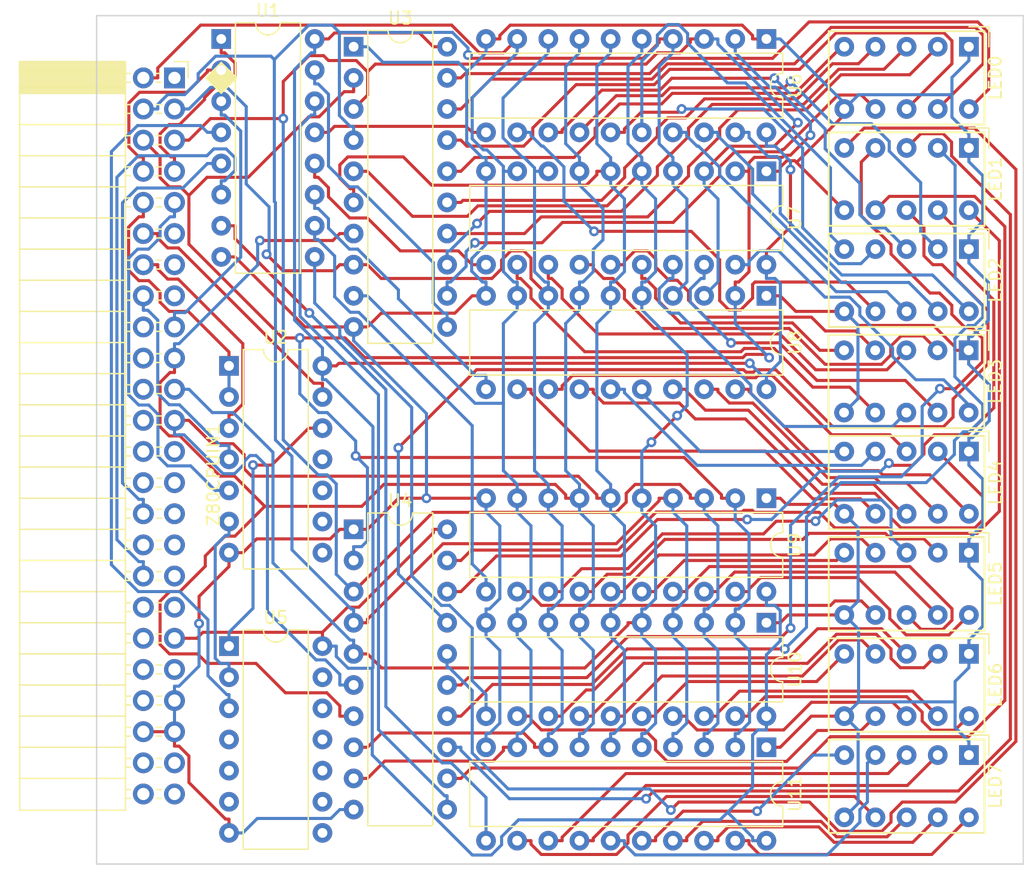
<source format=kicad_pcb>
(kicad_pcb (version 20211014) (generator pcbnew)
  (layers (0 "F.Cu" signal) (31 "B.Cu" signal) (34 "B.Paste" user) (35 "F.Paste" user) (36 "B.SilkS" user "B.Silkscreen") (37 "F.SilkS" user "F.Silkscreen") (38 "B.Mask" user) (39 "F.Mask" user) (44 "Edge.Cuts" user))
  (net 0 "")
  (net 1 "GND")
  (net 2 "/~{INT}")
  (net 3 "/~{NMI}")
  (net 4 "/+9Vsm")
  (net 5 "/~{HALT}")
  (net 6 "/~{MREQ}")
  (net 7 "/~{CPUCLK}")
  (net 8 "/~{IOREQ}")
  (net 9 "/A11")
  (net 10 "/~{RD}")
  (net 11 "/A12")
  (net 12 "/~{WR}")
  (net 13 "/A13")
  (net 14 "/~{BUSAK}")
  (net 15 "/A14")
  (net 16 "/~{WAIT}")
  (net 17 "/A15")
  (net 18 "/~{BUSRQ}")
  (net 19 "/DA4")
  (net 20 "/~{RESET}")
  (net 21 "/DA3")
  (net 22 "/~{M1}")
  (net 23 "/DA5")
  (net 24 "/~{REFSH}")
  (net 25 "/A2")
  (net 26 "/A6")
  (net 27 "/A10")
  (net 28 "/A5")
  (net 29 "/A9")
  (net 30 "/A4")
  (net 31 "/A8")
  (net 32 "/A3")
  (net 33 "/A7")
  (net 34 "/A1")
  (net 35 "/A0")
  (net 36 "/DA0")
  (net 37 "/DA1")
  (net 38 "/DA2")
  (net 39 "/DA6")
  (net 40 "/DA7")
  (net 41 "/~{WE}")
  (net 46 "VCC")
  (net 47 "/0x00000xxx")
  (net 48 "Net-(U2-Pad6)")
  (net 49 "Net-(U2-Pad12)")
  (net 63 "Net-(LED0-Pad10)")
  (net 64 "Net-(LED0-Pad9)")
  (net 65 "Net-(LED0-Pad8)")
  (net 66 "Net-(LED0-Pad7)")
  (net 67 "Net-(LED0-Pad5)")
  (net 68 "Net-(LED0-Pad4)")
  (net 69 "Net-(LED0-Pad3)")
  (net 70 "Net-(LED0-Pad2)")
  (net 71 "Net-(LED1-Pad10)")
  (net 72 "Net-(LED1-Pad9)")
  (net 73 "Net-(LED1-Pad8)")
  (net 74 "Net-(LED1-Pad7)")
  (net 75 "Net-(LED1-Pad5)")
  (net 76 "Net-(LED1-Pad4)")
  (net 77 "Net-(LED1-Pad3)")
  (net 78 "Net-(LED1-Pad2)")
  (net 79 "Net-(LED2-Pad10)")
  (net 80 "Net-(LED2-Pad9)")
  (net 81 "Net-(LED2-Pad8)")
  (net 82 "Net-(LED2-Pad7)")
  (net 83 "Net-(LED2-Pad5)")
  (net 84 "Net-(LED2-Pad4)")
  (net 85 "Net-(LED2-Pad3)")
  (net 86 "Net-(LED2-Pad2)")
  (net 87 "Net-(LED3-Pad10)")
  (net 88 "Net-(LED3-Pad9)")
  (net 89 "Net-(LED3-Pad8)")
  (net 90 "Net-(LED3-Pad7)")
  (net 91 "Net-(LED3-Pad5)")
  (net 92 "Net-(LED3-Pad4)")
  (net 93 "Net-(LED3-Pad3)")
  (net 94 "Net-(LED3-Pad2)")
  (net 95 "Net-(LED4-Pad10)")
  (net 96 "Net-(LED4-Pad9)")
  (net 97 "Net-(LED4-Pad8)")
  (net 98 "Net-(LED4-Pad7)")
  (net 99 "Net-(LED4-Pad5)")
  (net 100 "Net-(LED4-Pad4)")
  (net 101 "Net-(LED4-Pad3)")
  (net 102 "Net-(LED4-Pad2)")
  (net 103 "Net-(LED5-Pad10)")
  (net 104 "Net-(LED5-Pad9)")
  (net 105 "Net-(LED5-Pad8)")
  (net 106 "Net-(LED5-Pad7)")
  (net 107 "Net-(LED5-Pad5)")
  (net 108 "Net-(LED5-Pad4)")
  (net 109 "Net-(LED5-Pad3)")
  (net 110 "Net-(LED5-Pad2)")
  (net 111 "Net-(LED6-Pad10)")
  (net 112 "Net-(LED6-Pad9)")
  (net 113 "Net-(LED6-Pad8)")
  (net 114 "Net-(LED6-Pad7)")
  (net 115 "Net-(LED6-Pad5)")
  (net 116 "Net-(LED6-Pad4)")
  (net 117 "Net-(LED6-Pad3)")
  (net 118 "Net-(LED6-Pad2)")
  (net 119 "Net-(LED7-Pad10)")
  (net 120 "Net-(LED7-Pad9)")
  (net 121 "Net-(LED7-Pad8)")
  (net 122 "Net-(LED7-Pad7)")
  (net 123 "Net-(LED7-Pad5)")
  (net 124 "Net-(LED7-Pad4)")
  (net 125 "Net-(LED7-Pad3)")
  (net 126 "Net-(LED7-Pad2)")
  (net 127 "/S0")
  (net 128 "/S7")
  (net 129 "/S1")
  (net 130 "/S2")
  (net 131 "/S3")
  (net 132 "/S4")
  (net 133 "/S5")
  (net 134 "/S6")
  (footprint "Connector_PinSocket_2.54mm:PinSocket_2x24_P2.54mm_Horizontal" (layer "F.Cu") (at 69.85 66.04)
    (fp_text reference "Z80CPUIN1")
    (fp_text value "Conn_02x24_Odd_Even")
  )
  (footprint "Display_7Segment:HDSP-7801" (layer "F.Cu") (at 134.62 63.5 -90)
    (fp_text reference "LED0")
    (fp_text value "HDSP-7803")
  )
  (footprint "Display_7Segment:HDSP-7801" (layer "F.Cu") (at 134.62 71.755 -90)
    (fp_text reference "LED1")
    (fp_text value "HDSP-7803")
  )
  (footprint "Display_7Segment:HDSP-7801" (layer "F.Cu") (at 134.62 80.01 -90)
    (fp_text reference "LED2")
    (fp_text value "HDSP-7803")
  )
  (footprint "Display_7Segment:HDSP-7801" (layer "F.Cu") (at 134.6 88.265 -90)
    (fp_text reference "LED3")
    (fp_text value "HDSP-7803")
  )
  (footprint "Display_7Segment:HDSP-7801" (layer "F.Cu") (at 134.62 96.52 -90)
    (fp_text reference "LED4")
    (fp_text value "HDSP-7803")
  )
  (footprint "Display_7Segment:HDSP-7801" (layer "F.Cu") (at 134.62 104.775 -90)
    (fp_text reference "LED5")
    (fp_text value "HDSP-7803")
  )
  (footprint "Display_7Segment:HDSP-7801" (layer "F.Cu") (at 134.62 113.03 -90)
    (fp_text reference "LED6")
    (fp_text value "HDSP-7803")
  )
  (footprint "Display_7Segment:HDSP-7801" (layer "F.Cu") (at 134.62 121.285 -90)
    (fp_text reference "LED7")
    (fp_text value "HDSP-7803")
  )
  (footprint "Package_DIP:DIP-16_W7.62mm" (layer "F.Cu") (at 73.66 62.865)
    (fp_text reference "U1")
    (fp_text value "74ACT238")
  )
  (footprint "Package_DIP:DIP-14_W7.62mm" (layer "F.Cu") (at 74.295 89.535)
    (fp_text reference "U2")
    (fp_text value "74LS27")
  )
  (footprint "Package_DIP:DIP-14_W7.62mm" (layer "F.Cu") (at 74.295 112.395)
    (fp_text reference "U5")
    (fp_text value "74LS08")
  )
  (footprint "Package_DIP:DIP-20_W7.62mm" (layer "F.Cu") (at 84.455 63.5)
    (fp_text reference "U3")
    (fp_text value "74LS573")
  )
  (footprint "Package_DIP:DIP-20_W7.62mm" (layer "F.Cu") (at 84.455 102.87)
    (fp_text reference "U4")
    (fp_text value "74LS573")
  )
  (footprint "Package_DIP:DIP-20_W7.62mm" (layer "F.Cu") (at 118.11 62.865 -90)
    (fp_text reference "U6")
    (fp_text value "74LS573")
  )
  (footprint "Package_DIP:DIP-20_W7.62mm" (layer "F.Cu") (at 118.11 73.66 -90)
    (fp_text reference "U7")
    (fp_text value "74LS573")
  )
  (footprint "Package_DIP:DIP-20_W7.62mm" (layer "F.Cu") (at 118.11 83.82 -90)
    (fp_text reference "U8")
    (fp_text value "74LS573")
  )
  (footprint "Package_DIP:DIP-20_W7.62mm" (layer "F.Cu") (at 118.11 100.33 -90)
    (fp_text reference "U9")
    (fp_text value "74LS573")
  )
  (footprint "Package_DIP:DIP-20_W7.62mm" (layer "F.Cu") (at 118.11 110.49 -90)
    (fp_text reference "U10")
    (fp_text value "74LS573")
  )
  (footprint "Package_DIP:DIP-20_W7.62mm" (layer "F.Cu") (at 118.11 120.65 -90)
    (fp_text reference "U11")
    (fp_text value "74LS573")
  )
  (gr_poly (pts (xy 72.39 66.04) (xy 73.66 64.77) (xy 74.93 66.04) (xy 73.66 67.31)) (layer "F.SilkS") (width 0.1) (fill solid))
  (gr_line (start 63.5 130.175) (end 63.5 60.96) (layer "Edge.Cuts") (width 0.12))
  (gr_line (start 139.065 130.175) (end 63.5 130.175) (layer "Edge.Cuts") (width 0.12))
  (gr_line (start 63.5 60.96) (end 139.065 60.96) (layer "Edge.Cuts") (width 0.12))
  (gr_line (start 139.065 60.96) (end 139.065 130.175) (layer "Edge.Cuts") (width 0.12))
  (segment (start 83.8924 102.87) (end 84.455 102.87) (width 0.25) (layer "F.Cu") (net 1))
  (segment (start 118.11 62.865) (end 116.9847 62.865) (width 0.25) (layer "F.Cu") (net 1))
  (segment (start 119.2353 100.33) (end 119.7386 100.8333) (width 0.25) (layer "F.Cu") (net 1))
  (segment (start 85.5803 102.87) (end 88.1203 100.33) (width 0.25) (layer "F.Cu") (net 1))
  (segment (start 119.7713 72.7981) (end 119.2353 73.3341) (width 0.25) (layer "F.Cu") (net 1))
  (segment (start 83.8924 102.87) (end 83.3297 102.87) (width 0.25) (layer "F.Cu") (net 1))
  (segment (start 71.8526 110.5546) (end 71.8526 108.3427) (width 0.25) (layer "F.Cu") (net 1))
  (segment (start 84.455 86.36) (end 85.5803 86.36) (width 0.25) (layer "F.Cu") (net 1))
  (segment (start 69.85 119.38) (end 67.31 119.38) (width 0.25) (layer "F.Cu") (net 1))
  (segment (start 85.5803 86.36) (end 86.7056 85.2347) (width 0.25) (layer "F.Cu") (net 1))
  (segment (start 88.1203 100.33) (end 90.3949 100.33) (width 0.25) (layer "F.Cu") (net 1))
  (segment (start 95.25 100.33) (end 94.1247 100.33) (width 0.25) (layer "F.Cu") (net 1))
  (segment (start 116.9847 62.5836) (end 116.9847 62.865) (width 0.25) (layer "F.Cu") (net 1))
  (segment (start 95.25 83.82) (end 94.1247 83.82) (width 0.25) (layer "F.Cu") (net 1))
  (segment (start 118.11 120.65) (end 119.2353 120.65) (width 0.25) (layer "F.Cu") (net 1))
  (segment (start 73.66 80.645) (end 74.7853 80.645) (width 0.25) (layer "F.Cu") (net 1))
  (segment (start 118.11 100.33) (end 119.2353 100.33) (width 0.25) (layer "F.Cu") (net 1))
  (segment (start 120.5662 72.9412) (end 120.4231 72.7981) (width 0.25) (layer "F.Cu") (net 1))
  (segment (start 119.2353 120.65) (end 121.7753 118.11) (width 0.25) (layer "F.Cu") (net 1))
  (segment (start 74.295 104.775) (end 75.4203 104.775) (width 0.25) (layer "F.Cu") (net 1))
  (segment (start 116.1408 61.7397) (end 116.9847 62.5836) (width 0.25) (layer "F.Cu") (net 1))
  (segment (start 119.2353 73.3341) (end 119.2353 73.66) (width 0.25) (layer "F.Cu") (net 1))
  (segment (start 74.7853 80.645) (end 80.5003 86.36) (width 0.25) (layer "F.Cu") (net 1))
  (segment (start 119.7386 100.8333) (end 123.6933 100.8333) (width 0.25) (layer "F.Cu") (net 1))
  (segment (start 123.6933 100.8333) (end 124.46 101.6) (width 0.25) (layer "F.Cu") (net 1))
  (segment (start 120.5662 72.9412) (end 124.46 69.0474) (width 0.25) (layer "F.Cu") (net 1))
  (segment (start 69.85 119.38) (end 69.85 120.5553) (width 0.25) (layer "F.Cu") (net 1))
  (segment (start 74.295 104.775) (end 74.295 105.9003) (width 0.25) (layer "F.Cu") (net 1))
  (segment (start 80.5003 86.36) (end 83.3297 86.36) (width 0.25) (layer "F.Cu") (net 1))
  (segment (start 120.4231 72.7981) (end 119.7713 72.7981) (width 0.25) (layer "F.Cu") (net 1))
  (segment (start 124.46 76.835) (end 120.5662 72.9412) (width 0.25) (layer "F.Cu") (net 1))
  (segment (start 133.4747 88.265) (end 133.4747 87.9837) (width 0.25) (layer "F.Cu") (net 1))
  (segment (start 119.2353 83.82) (end 120.5053 85.09) (width 0.25) (layer "F.Cu") (net 1))
  (segment (start 74.0136 126.5097) (end 74.295 126.5097) (width 0.25) (layer "F.Cu") (net 1))
  (segment (start 125.6066 86.2366) (end 124.46 85.09) (width 0.25) (layer "F.Cu") (net 1))
  (segment (start 86.7056 85.2347) (end 92.71 85.2347) (width 0.25) (layer "F.Cu") (net 1))
  (segment (start 70.2174 120.5553) (end 71.0253 121.3632) (width 0.25) (layer "F.Cu") (net 1))
  (segment (start 82.55 103.6497) (end 83.3297 102.87) (width 0.25) (layer "F.Cu") (net 1))
  (segment (start 119.8703 109.855) (end 119.2353 110.49) (width 0.25) (layer "F.Cu") (net 1))
  (segment (start 118.11 83.82) (end 119.2353 83.82) (width 0.25) (layer "F.Cu") (net 1))
  (segment (start 76.5456 103.6497) (end 82.55 103.6497) (width 0.25) (layer "F.Cu") (net 1))
  (segment (start 96.3753 62.5837) (end 97.2193 61.7397) (width 0.25) (layer "F.Cu") (net 1))
  (segment (start 92.71 85.2347) (end 94.1247 83.82) (width 0.25) (layer "F.Cu") (net 1))
  (segment (start 134.6 88.265) (end 133.4747 88.265) (width 0.25) (layer "F.Cu") (net 1))
  (segment (start 131.7276 86.2366) (end 125.6066 86.2366) (width 0.25) (layer "F.Cu") (net 1))
  (segment (start 71.0253 123.5214) (end 74.0136 126.5097) (width 0.25) (layer "F.Cu") (net 1))
  (segment (start 118.11 110.49) (end 119.2353 110.49) (width 0.25) (layer "F.Cu") (net 1))
  (segment (start 121.7753 118.11) (end 124.46 118.11) (width 0.25) (layer "F.Cu") (net 1))
  (segment (start 96.3753 62.865) (end 96.3753 62.5837) (width 0.25) (layer "F.Cu") (net 1))
  (segment (start 133.4747 87.9837) (end 131.7276 86.2366) (width 0.25) (layer "F.Cu") (net 1))
  (segment (start 118.11 73.66) (end 119.2353 73.66) (width 0.25) (layer "F.Cu") (net 1))
  (segment (start 120.5053 85.09) (end 124.46 85.09) (width 0.25) (layer "F.Cu") (net 1))
  (segment (start 71.0253 121.3632) (end 71.0253 123.5214) (width 0.25) (layer "F.Cu") (net 1))
  (segment (start 95.25 62.865) (end 96.3753 62.865) (width 0.25) (layer "F.Cu") (net 1))
  (segment (start 124.46 69.0474) (end 124.46 68.58) (width 0.25) (layer "F.Cu") (net 1))
  (segment (start 84.455 102.87) (end 85.5803 102.87) (width 0.25) (layer "F.Cu") (net 1))
  (segment (start 74.295 127.635) (end 74.295 126.5097) (width 0.25) (layer "F.Cu") (net 1))
  (segment (start 90.3949 100.33) (end 94.1247 100.33) (width 0.25) (layer "F.Cu") (net 1))
  (segment (start 97.2193 61.7397) (end 116.1408 61.7397) (width 0.25) (layer "F.Cu") (net 1))
  (segment (start 84.455 86.36) (end 83.3297 86.36) (width 0.25) (layer "F.Cu") (net 1))
  (segment (start 69.85 120.5553) (end 70.2174 120.5553) (width 0.25) (layer "F.Cu") (net 1))
  (segment (start 124.46 109.855) (end 119.8703 109.855) (width 0.25) (layer "F.Cu") (net 1))
  (segment (start 71.8526 108.3427) (end 74.295 105.9003) (width 0.25) (layer "F.Cu") (net 1))
  (segment (start 75.4203 104.775) (end 76.5456 103.6497) (width 0.25) (layer "F.Cu") (net 1))
  (via (at 71.8526 110.5546) (size 0.8) (drill 0.4) (layers "F.Cu" "B.Cu") (net 1))
  (via (at 90.3949 100.33) (size 0.8) (drill 0.4) (layers "F.Cu" "B.Cu") (net 1))
  (segment (start 118.11 62.865) (end 119.2353 62.865) (width 0.25) (layer "B.Cu") (net 1))
  (segment (start 93.6744 71.2775) (end 94.9316 72.5347) (width 0.25) (layer "B.Cu") (net 1))
  (segment (start 124.46 118.11) (end 125.5882 119.2382) (width 0.25) (layer "B.Cu") (net 1))
  (segment (start 134.62 64.6253) (end 133.2374 66.0079) (width 0.25) (layer "B.Cu") (net 1))
  (segment (start 136.2071 82.7224) (end 136.2071 85.8139) (width 0.25) (layer "B.Cu") (net 1))
  (segment (start 95.5313 119.5247) (end 96.3753 118.6807) (width 0.25) (layer "B.Cu") (net 1))
  (segment (start 134.62 104.2123) (end 134.62 104.775) (width 0.25) (layer "B.Cu") (net 1))
  (segment (start 95.25 120.65) (end 95.25 119.5247) (width 0.25) (layer "B.Cu") (net 1))
  (segment (start 76.5972 126.4581) (end 82.6016 126.4581) (width 0.25) (layer "B.Cu") (net 1))
  (segment (start 95.25 100.33) (end 95.25 101.4553) (width 0.25) (layer "B.Cu") (net 1))
  (segment (start 95.25 73.66) (end 95.25 74.7853) (width 0.25) (layer "B.Cu") (net 1))
  (segment (start 134.8813 87.1397) (end 134.6 87.1397) (width 0.25) (layer "B.Cu") (net 1))
  (segment (start 96.3753 118.6807) (end 96.3753 112.7406) (width 0.25) (layer "B.Cu") (net 1))
  (segment (start 136.2071 85.8139) (end 134.8813 87.1397) (width 0.25) (layer "B.Cu") (net 1))
  (segment (start 92.9824 64.77) (end 93.6744 65.462) (width 0.25) (layer "B.Cu") (net 1))
  (segment (start 85.5803 63.5) (end 86.8503 64.77) (width 0.25) (layer "B.Cu") (net 1))
  (segment (start 133.4947 116.9445) (end 125.6255 116.9445) (width 0.25) (layer "B.Cu") (net 1))
  (segment (start 94.9687 82.6947) (end 94.0797 81.8057) (width 0.25) (layer "B.Cu") (net 1))
  (segment (start 96.3753 108.5208) (end 95.5314 109.3647) (width 0.25) (layer "B.Cu") (net 1))
  (segment (start 134.62 121.285) (end 134.62 120.1597) (width 0.25) (layer "B.Cu") (net 1))
  (segment (start 134.62 113.03) (end 134.62 111.9047) (width 0.25) (layer "B.Cu") (net 1))
  (segment (start 95.25 110.49) (end 95.25 109.3647) (width 0.25) (layer "B.Cu") (net 1))
  (segment (start 93.7783 65.462) (end 93.6744 65.462) (width 0.25) (layer "B.Cu") (net 1))
  (segment (start 84.455 86.36) (end 84.455 87.4853) (width 0.25) (layer "B.Cu") (net 1))
  (segment (start 124.7052 68.3348) (end 124.46 68.58) (width 0.25) (layer "B.Cu") (net 1))
  (segment (start 75.4203 127.635) (end 76.5972 126.4581) (width 0.25) (layer "B.Cu") (net 1))
  (segment (start 69.85 115.6647) (end 70.2173 115.6647) (width 0.25) (layer "B.Cu") (net 1))
  (segment (start 96.3753 112.7406) (end 95.25 111.6153) (width 0.25) (layer "B.Cu") (net 1))
  (segment (start 135.7453 110.7794) (end 134.62 111.9047) (width 0.25) (layer "B.Cu") (net 1))
  (segment (start 86.8503 64.77) (end 92.9824 64.77) (width 0.25) (layer "B.Cu") (net 1))
  (segment (start 134.6 88.265) (end 134.6 89.3903) (width 0.25) (layer "B.Cu") (net 1))
  (segment (start 134.62 72.8803) (end 135.7453 74.0056) (width 0.25) (layer "B.Cu") (net 1))
  (segment (start 125.5756 86.2056) (end 124.46 85.09) (width 0.25) (layer "B.Cu") (net 1))
  (segment (start 95.25 101.4553) (end 96.3753 102.5806) (width 0.25) (layer "B.Cu") (net 1))
  (segment (start 69.85 116.84) (end 69.85 115.6647) (width 0.25) (layer "B.Cu") (net 1))
  (segment (start 84.455 87.4853) (end 90.3949 93.4252) (width 0.25) (layer "B.Cu") (net 1))
  (segment (start 69.85 119.38) (end 69.85 116.84) (width 0.25) (layer "B.Cu") (net 1))
  (segment (start 136.2812 94.0148) (end 134.9013 95.3947) (width 0.25) (layer "B.Cu") (net 1))
  (segment (start 125.5882 102.7282) (end 124.46 101.6) (width 0.25) (layer "B.Cu") (net 1))
  (segment (start 135.7453 74.0056) (end 135.7453 77.7594) (width 0.25) (layer "B.Cu") (net 1))
  (segment (start 124.46 109.855) (end 125.5882 108.7268) (width 0.25) (layer "B.Cu") (net 1))
  (segment (start 134.62 71.755) (end 134.62 70.6297) (width 0.25) (layer "B.Cu") (net 1))
  (segment (start 125.6255 67.4145) (end 124.7052 68.3348) (width 0.25) (layer "B.Cu") (net 1))
  (segment (start 70.2173 115.6647) (end 71.8526 114.0294) (width 0.25) (layer "B.Cu") (net 1))
  (segment (start 124.46 109.855) (end 125.6255 111.0205) (width 0.25) (layer "B.Cu") (net 1))
  (segment (start 134.62 104.2123) (end 134.62 103.6497) (width 0.25) (layer "B.Cu") (net 1))
  (segment (start 84.455 63.5) (end 85.5803 63.5) (width 0.25) (layer "B.Cu") (net 1))
  (segment (start 95.25 110.49) (end 95.25 111.6153) (width 0.25) (layer "B.Cu") (net 1))
  (segment (start 134.62 97.6453) (end 135.7453 98.7706) (width 0.25) (layer "B.Cu") (net 1))
  (segment (start 71.8526 114.0294) (end 71.8526 110.5546) (width 0.25) (layer "B.Cu") (net 1))
  (segment (start 94.0797 80.7848) (end 95.25 79.6145) (width 0.25) (layer "B.Cu") (net 1))
  (segment (start 134.6 89.3903) (end 136.2812 91.0715) (width 0.25) (layer "B.Cu") (net 1))
  (segment (start 135.7453 102.5244) (end 134.62 103.6497) (width 0.25) (layer "B.Cu") (net 1))
  (segment (start 95.25 83.82) (end 95.25 82.6947) (width 0.25) (layer "B.Cu") (net 1))
  (segment (start 133.4947 115.2806) (end 133.4947 116.9445) (width 0.25) (layer "B.Cu") (net 1))
  (segment (start 134.62 71.755) (end 134.62 72.8803) (width 0.25) (layer "B.Cu") (net 1))
  (segment (start 133.2374 67.4145) (end 133.2374 69.2471) (width 0.25) (layer "B.Cu") (net 1))
  (segment (start 95.25 79.6145) (end 95.25 74.7853) (width 0.25) (layer "B.Cu") (net 1))
  (segment (start 135.7453 107.0256) (end 135.7453 110.7794) (width 0.25) (layer "B.Cu") (net 1))
  (segment (start 125.5882 125.2368) (end 124.46 126.365) (width 0.25) (layer "B.Cu") (net 1))
  (segment (start 82.6016 126.4581) (end 83.3297 125.73) (width 0.25) (layer "B.Cu") (net 1))
  (segment (start 124.44 93.345) (end 125.5756 92.2094) (width 0.25) (layer "B.Cu") (net 1))
  (segment (start 134.62 96.52) (end 134.62 97.6453) (width 0.25) (layer "B.Cu") (net 1))
  (segment (start 95.25 73.66) (end 95.25 72.5347) (width 0.25) (layer "B.Cu") (net 1))
  (segment (start 136.2812 91.0715) (end 136.2812 94.0148) (width 0.25) (layer "B.Cu") (net 1))
  (segment (start 94.9316 72.5347) (end 95.25 72.5347) (width 0.25) (layer "B.Cu") (net 1))
  (segment (start 134.62 96.52) (end 134.62 95.3947) (width 0.25) (layer "B.Cu") (net 1))
  (segment (start 133.4947 119.0344) (end 134.62 120.1597) (width 0.25) (layer "B.Cu") (net 1))
  (segment (start 134.62 114.1553) (end 133.4947 115.2806) (width 0.25) (layer "B.Cu") (net 1))
  (segment (start 133.2374 66.0079) (end 133.2374 67.4145) (width 0.25) (layer "B.Cu") (net 1))
  (segment (start 125.6255 111.0205) (end 125.6255 116.9445) (width 0.25) (layer "B.Cu") (net 1))
  (segment (start 95.25 63.9903) (end 93.7783 65.462) (width 0.25) (layer "B.Cu") (net 1))
  (segment (start 134.62 63.5) (end 134.62 64.6253) (width 0.25) (layer "B.Cu") (net 1))
  (segment (start 134.62 80.01) (end 134.62 81.1353) (width 0.25) (layer "B.Cu") (net 1))
  (segment (start 95.25 119.5247) (end 95.5313 119.5247) (width 0.25) (layer "B.Cu") (net 1))
  (segment (start 93.6744 65.462) (end 93.6744 71.2775) (width 0.25) (layer "B.Cu") (net 1))
  (segment (start 134.62 113.03) (end 134.62 114.1553) (width 0.25) (layer "B.Cu") (net 1))
  (segment (start 134.62 80.01) (end 134.62 78.8847) (width 0.25) (layer "B.Cu") (net 1))
  (segment (start 133.4947 116.9445) (end 133.4947 119.0344) (width 0.25) (layer "B.Cu") (net 1))
  (segment (start 95.25 82.6947) (end 94.9687 82.6947) (width 0.25) (layer "B.Cu") (net 1))
  (segment (start 96.3753 102.5806) (end 96.3753 108.5208) (width 0.25) (layer "B.Cu") (net 1))
  (segment (start 134.62 105.9003) (end 135.7453 107.0256) (width 0.25) (layer "B.Cu") (net 1))
  (segment (start 134.9013 95.3947) (end 134.62 95.3947) (width 0.25) (layer "B.Cu") (net 1))
  (segment (start 135.7453 98.7706) (end 135.7453 102.5244) (width 0.25) (layer "B.Cu") (net 1))
  (segment (start 74.295 127.635) (end 75.4203 127.635) (width 0.25) (layer "B.Cu") (net 1))
  (segment (start 125.5882 119.2382) (end 125.5882 125.2368) (width 0.25) (layer "B.Cu") (net 1))
  (segment (start 125.5756 92.2094) (end 125.5756 86.2056) (width 0.25) (layer "B.Cu") (net 1))
  (segment (start 134.62 104.775) (end 134.62 105.9003) (width 0.25) (layer "B.Cu") (net 1))
  (segment (start 134.62 81.1353) (end 136.2071 82.7224) (width 0.25) (layer "B.Cu") (net 1))
  (segment (start 125.6255 116.9445) (end 124.46 118.11) (width 0.25) (layer "B.Cu") (net 1))
  (segment (start 94.0797 81.8057) (end 94.0797 80.7848) (width 0.25) (layer "B.Cu") (net 1))
  (segment (start 90.3949 93.4252) (end 90.3949 100.33) (width 0.25) (layer "B.Cu") (net 1))
  (segment (start 95.5314 109.3647) (end 95.25 109.3647) (width 0.25) (layer "B.Cu") (net 1))
  (segment (start 134.6 88.265) (end 134.6 87.1397) (width 0.25) (layer "B.Cu") (net 1))
  (segment (start 84.455 125.73) (end 83.3297 125.73) (width 0.25) (layer "B.Cu") (net 1))
  (segment (start 135.7453 77.7594) (end 134.62 78.8847) (width 0.25) (layer "B.Cu") (net 1))
  (segment (start 95.25 62.865) (end 95.25 63.9903) (width 0.25) (layer "B.Cu") (net 1))
  (segment (start 133.2374 67.4145) (end 125.6255 67.4145) (width 0.25) (layer "B.Cu") (net 1))
  (segment (start 133.2374 69.2471) (end 134.62 70.6297) (width 0.25) (layer "B.Cu") (net 1))
  (segment (start 124.7052 68.3348) (end 119.2353 62.865) (width 0.25) (layer "B.Cu") (net 1))
  (segment (start 125.5882 108.7268) (end 125.5882 102.7282) (width 0.25) (layer "B.Cu") (net 1))
  (segment (start 74.7853 73.5958) (end 73.9414 74.4397) (width 0.25) (layer "B.Cu") (net 8))
  (segment (start 72.4948 72.39) (end 73.0504 71.8344) (width 0.25) (layer "B.Cu") (net 8))
  (segment (start 73.9414 74.4397) (end 73.66 74.4397) (width 0.25) (layer "B.Cu") (net 8))
  (segment (start 66.9426 105.5047) (end 65.1544 103.7165) (width 0.25) (layer "B.Cu") (net 8))
  (segment (start 73.66 75.565) (end 73.66 74.4397) (width 0.25) (layer "B.Cu") (net 8))
  (segment (start 65.1544 74.1456) (end 66.91 72.39) (width 0.25) (layer "B.Cu") (net 8))
  (segment (start 74.7853 72.556) (end 74.7853 73.5958) (width 0.25) (layer "B.Cu") (net 8))
  (segment (start 65.1544 103.7165) (end 65.1544 74.1456) (width 0.25) (layer "B.Cu") (net 8))
  (segment (start 66.91 72.39) (end 72.4948 72.39) (width 0.25) (layer "B.Cu") (net 8))
  (segment (start 67.31 105.5047) (end 66.9426 105.5047) (width 0.25) (layer "B.Cu") (net 8))
  (segment (start 74.0637 71.8344) (end 74.7853 72.556) (width 0.25) (layer "B.Cu") (net 8))
  (segment (start 67.31 106.68) (end 67.31 105.5047) (width 0.25) (layer "B.Cu") (net 8))
  (segment (start 73.0504 71.8344) (end 74.0637 71.8344) (width 0.25) (layer "B.Cu") (net 8))
  (segment (start 67.31 101.6) (end 67.31 100.4247) (width 0.25) (layer "B.Cu") (net 12))
  (segment (start 65.6107 99.0927) (end 65.6107 76.2312) (width 0.25) (layer "B.Cu") (net 12))
  (segment (start 73.66 73.025) (end 72.5347 73.025) (width 0.25) (layer "B.Cu") (net 12))
  (segment (start 65.6107 76.2312) (end 66.8173 75.0246) (width 0.25) (layer "B.Cu") (net 12))
  (segment (start 66.8173 75.0246) (end 70.5351 75.0246) (width 0.25) (layer "B.Cu") (net 12))
  (segment (start 67.31 100.4247) (end 66.9427 100.4247) (width 0.25) (layer "B.Cu") (net 12))
  (segment (start 70.5351 75.0246) (end 72.5347 73.025) (width 0.25) (layer "B.Cu") (net 12))
  (segment (start 66.9427 100.4247) (end 65.6107 99.0927) (width 0.25) (layer "B.Cu") (net 12))
  (segment (start 83.3297 73.1395) (end 83.3297 74.2308) (width 0.25) (layer "F.Cu") (net 19))
  (segment (start 69.85 93.98) (end 71.0253 93.98) (width 0.25) (layer "F.Cu") (net 19))
  (segment (start 74.6282 95.885) (end 75.5264 96.7832) (width 0.25) (layer "F.Cu") (net 19))
  (segment (start 90.8134 74.7938) (end 88.507 72.4874) (width 0.25) (layer "F.Cu") (net 19))
  (segment (start 76.1274 98.5305) (end 102.7665 98.5305) (width 0.25) (layer "F.Cu") (net 19))
  (segment (start 104.2847 100.0487) (end 104.2847 100.33) (width 0.25) (layer "F.Cu") (net 19))
  (segment (start 105.41 100.33) (end 104.2847 100.33) (width 0.25) (layer "F.Cu") (net 19))
  (segment (start 83.3297 74.2308) (end 84.1736 75.0747) (width 0.25) (layer "F.Cu") (net 19))
  (segment (start 75.5264 97.9295) (end 76.1274 98.5305) (width 0.25) (layer "F.Cu") (net 19))
  (segment (start 84.455 76.2) (end 84.455 75.0747) (width 0.25) (layer "F.Cu") (net 19))
  (segment (start 84.1736 75.0747) (end 84.455 75.0747) (width 0.25) (layer "F.Cu") (net 19))
  (segment (start 104.2847 73.66) (end 104.2847 73.9413) (width 0.25) (layer "F.Cu") (net 19))
  (segment (start 83.9818 72.4874) (end 83.3297 73.1395) (width 0.25) (layer "F.Cu") (net 19))
  (segment (start 75.5264 96.7832) (end 75.5264 97.9295) (width 0.25) (layer "F.Cu") (net 19))
  (segment (start 104.2847 73.9413) (end 103.4322 74.7938) (width 0.25) (layer "F.Cu") (net 19))
  (segment (start 102.7665 98.5305) (end 104.2847 100.0487) (width 0.25) (layer "F.Cu") (net 19))
  (segment (start 71.0253 93.98) (end 72.9303 95.885) (width 0.25) (layer "F.Cu") (net 19))
  (segment (start 105.41 73.66) (end 104.2847 73.66) (width 0.25) (layer "F.Cu") (net 19))
  (segment (start 103.4322 74.7938) (end 90.8134 74.7938) (width 0.25) (layer "F.Cu") (net 19))
  (segment (start 88.507 72.4874) (end 83.9818 72.4874) (width 0.25) (layer "F.Cu") (net 19))
  (segment (start 72.9303 95.885) (end 74.6282 95.885) (width 0.25) (layer "F.Cu") (net 19))
  (segment (start 106.5353 102.5806) (end 106.5353 108.5208) (width 0.25) (layer "B.Cu") (net 19))
  (segment (start 82.1528 113.5204) (end 83.3297 114.6973) (width 0.25) (layer "B.Cu") (net 19))
  (segment (start 105.41 82.6947) (end 105.6913 82.6947) (width 0.25) (layer "B.Cu") (net 19))
  (segment (start 105.41 100.33) (end 105.41 99.2047) (width 0.25) (layer "B.Cu") (net 19))
  (segment (start 69.85 93.98) (end 69.85 95.1553) (width 0.25) (layer "B.Cu") (net 19))
  (segment (start 75.5264 97.3287) (end 76.0054 96.8497) (width 0.25) (layer "B.Cu") (net 19))
  (segment (start 84.455 115.57) (end 83.3297 115.57) (width 0.25) (layer "B.Cu") (net 19))
  (segment (start 106.5353 118.6808) (end 105.6914 119.5247) (width 0.25) (layer "B.Cu") (net 19))
  (segment (start 76.5095 96.8497) (end 77.4273 97.7675) (width 0.25) (layer "B.Cu") (net 19))
  (segment (start 105.41 73.66) (end 105.41 72.5347) (width 0.25) (layer "B.Cu") (net 19))
  (segment (start 105.41 99.2047) (end 104.2847 98.0794) (width 0.25) (layer "B.Cu") (net 19))
  (segment (start 105.41 109.9273) (end 105.41 109.3647) (width 0.25) (layer "B.Cu") (net 19))
  (segment (start 105.41 83.82) (end 105.41 82.6947) (width 0.25) (layer "B.Cu") (net 19))
  (segment (start 105.6914 109.3647) (end 105.41 109.3647) (width 0.25) (layer "B.Cu") (net 19))
  (segment (start 105.41 72.5347) (end 104.2847 71.4094) (width 0.25) (layer "B.Cu") (net 19))
  (segment (start 105.41 74.2226) (end 105.41 73.66) (width 0.25) (layer "B.Cu") (net 19))
  (segment (start 106.5353 81.8507) (end 106.5353 75.9106) (width 0.25) (layer "B.Cu") (net 19))
  (segment (start 105.41 83.82) (end 105.41 84.9453) (width 0.25) (layer "B.Cu") (net 19))
  (segment (start 105.41 101.4553) (end 106.5353 102.5806) (width 0.25) (layer "B.Cu") (net 19))
  (segment (start 75.5264 97.5586) (end 75.5264 97.3287) (width 0.25) (layer "B.Cu") (net 19))
  (segment (start 105.41 111.6153) (end 106.5353 112.7406) (width 0.25) (layer "B.Cu") (net 19))
  (segment (start 105.41 100.8926) (end 105.41 100.33) (width 0.25) (layer "B.Cu") (net 19))
  (segment (start 105.41 100.8926) (end 105.41 101.4553) (width 0.25) (layer "B.Cu") (net 19))
  (segment (start 105.41 109.9273) (end 105.41 110.49) (width 0.25) (layer "B.Cu") (net 19))
  (segment (start 104.2847 65.1156) (end 105.41 63.9903) (width 0.25) (layer "B.Cu") (net 19))
  (segment (start 76.0054 96.8497) (end 76.5095 96.8497) (width 0.25) (layer "B.Cu") (net 19))
  (segment (start 105.6914 119.5247) (end 105.41 119.5247) (width 0.25) (layer "B.Cu") (net 19))
  (segment (start 81.3947 113.5204) (end 82.1528 113.5204) (width 0.25) (layer "B.Cu") (net 19))
  (segment (start 73.8044 98.3299) (end 74.7551 98.3299) (width 0.25) (layer "B.Cu") (net 19))
  (segment (start 105.41 110.49) (end 105.41 111.6153) (width 0.25) (layer "B.Cu") (net 19))
  (segment (start 105.6913 82.6947) (end 106.5353 81.8507) (width 0.25) (layer "B.Cu") (net 19))
  (segment (start 104.2847 71.4094) (end 104.2847 65.1156) (width 0.25) (layer "B.Cu") (net 19))
  (segment (start 83.3297 114.6973) (end 83.3297 115.57) (width 0.25) (layer "B.Cu") (net 19))
  (segment (start 106.5353 75.9106) (end 105.41 74.7853) (width 0.25) (layer "B.Cu") (net 19))
  (segment (start 105.41 62.865) (end 105.41 63.9903) (width 0.25) (layer "B.Cu") (net 19))
  (segment (start 104.2847 86.0706) (end 105.41 84.9453) (width 0.25) (layer "B.Cu") (net 19))
  (segment (start 106.5353 108.5208) (end 105.6914 109.3647) (width 0.25) (layer "B.Cu") (net 19))
  (segment (start 105.41 74.2226) (end 105.41 74.7853) (width 0.25) (layer "B.Cu") (net 19))
  (segment (start 106.5353 112.7406) (end 106.5353 118.6808) (width 0.25) (layer "B.Cu") (net 19))
  (segment (start 69.85 95.1553) (end 70.6298 95.1553) (width 0.25) (layer "B.Cu") (net 19))
  (segment (start 70.6298 95.1553) (end 73.8044 98.3299) (width 0.25) (layer "B.Cu") (net 19))
  (segment (start 104.2847 98.0794) (end 104.2847 86.0706) (width 0.25) (layer "B.Cu") (net 19))
  (segment (start 77.4273 109.553) (end 81.3947 113.5204) (width 0.25) (layer "B.Cu") (net 19))
  (segment (start 77.4273 97.7675) (end 77.4273 109.553) (width 0.25) (layer "B.Cu") (net 19))
  (segment (start 74.7551 98.3299) (end 75.5264 97.5586) (width 0.25) (layer "B.Cu") (net 19))
  (segment (start 105.41 120.65) (end 105.41 119.5247) (width 0.25) (layer "B.Cu") (net 19))
  (segment (start 107.95 73.66) (end 105.129 76.481) (width 0.25) (layer "F.Cu") (net 21))
  (segment (start 108.7347 95.6907) (end 110.8357 93.5897) (width 0.25) (layer "F.Cu") (net 21))
  (segment (start 103.3122 114.1794) (end 86.7297 114.1794) (width 0.25) (layer "F.Cu") (net 21))
  (segment (start 106.8247 110.49) (end 106.8247 110.6669) (width 0.25) (layer "F.Cu") (net 21))
  (segment (start 84.455 113.03) (end 85.5803 113.03) (width 0.25) (layer "F.Cu") (net 21))
  (segment (start 84.455 73.66) (end 85.5803 73.66) (width 0.25) (layer "F.Cu") (net 21))
  (segment (start 108.7347 95.7609) (end 108.7347 95.6907) (width 0.25) (layer "F.Cu") (net 21))
  (segment (start 106.8247 110.6669) (end 103.3122 114.1794) (width 0.25) (layer "F.Cu") (net 21))
  (segment (start 105.129 76.481) (end 94.5865 76.481) (width 0.25) (layer "F.Cu") (net 21))
  (segment (start 89.2549 77.3346) (end 85.5803 73.66) (width 0.25) (layer "F.Cu") (net 21))
  (segment (start 93.7329 77.3346) (end 89.2549 77.3346) (width 0.25) (layer "F.Cu") (net 21))
  (segment (start 94.5865 76.481) (end 93.7329 77.3346) (width 0.25) (layer "F.Cu") (net 21))
  (segment (start 107.95 110.49) (end 106.8247 110.49) (width 0.25) (layer "F.Cu") (net 21))
  (segment (start 86.7297 114.1794) (end 85.5803 113.03) (width 0.25) (layer "F.Cu") (net 21))
  (via (at 108.7347 95.7609) (size 0.8) (drill 0.4) (layers "F.Cu" "B.Cu") (net 21))
  (via (at 110.8357 93.5897) (size 0.8) (drill 0.4) (layers "F.Cu" "B.Cu") (net 21))
  (segment (start 110.8357 93.5897) (end 111.6515 92.7739) (width 0.25) (layer "B.Cu") (net 21))
  (segment (start 84.1737 111.9047) (end 84.455 111.9047) (width 0.25) (layer "B.Cu") (net 21))
  (segment (start 74.6352 93.345) (end 77.8778 96.5876) (width 0.25) (layer "B.Cu") (net 21))
  (segment (start 107.95 63.9903) (end 106.8247 65.1156) (width 0.25) (layer "B.Cu") (net 21))
  (segment (start 109.0753 118.6808) (end 108.2314 119.5247) (width 0.25) (layer "B.Cu") (net 21))
  (segment (start 72.9303 93.345) (end 74.6352 93.345) (width 0.25) (layer "B.Cu") (net 21))
  (segment (start 107.95 96.5456) (end 108.7347 95.7609) (width 0.25) (layer "B.Cu") (net 21))
  (segment (start 107.95 83.2718) (end 107.95 83.82) (width 0.25) (layer "B.Cu") (net 21))
  (segment (start 106.8247 65.1156) (end 106.8247 71.4094) (width 0.25) (layer "B.Cu") (net 21))
  (segment (start 111.6515 92.7739) (end 111.6515 88.6468) (width 0.25) (layer "B.Cu") (net 21))
  (segment (start 84.455 113.03) (end 84.455 111.9047) (width 0.25) (layer "B.Cu") (net 21))
  (segment (start 107.95 111.6153) (end 109.0753 112.7406) (width 0.25) (layer "B.Cu") (net 21))
  (segment (start 109.0753 75.9106) (end 109.0753 81.8508) (width 0.25) (layer "B.Cu") (net 21))
  (segment (start 107.95 73.66) (end 107.95 72.5347) (width 0.25) (layer "B.Cu") (net 21))
  (segment (start 109.0753 102.5806) (end 109.0753 108.5208) (width 0.25) (layer "B.Cu") (net 21))
  (segment (start 107.95 100.8926) (end 107.95 100.33) (width 0.25) (layer "B.Cu") (net 21))
  (segment (start 77.8778 96.5876) (end 77.8778 105.6088) (width 0.25) (layer "B.Cu") (net 21))
  (segment (start 109.0753 108.5208) (end 108.2314 109.3647) (width 0.25) (layer "B.Cu") (net 21))
  (segment (start 107.95 110.49) (end 107.95 111.6153) (width 0.25) (layer "B.Cu") (net 21))
  (segment (start 107.95 101.4553) (end 109.0753 102.5806) (width 0.25) (layer "B.Cu") (net 21))
  (segment (start 107.95 73.66) (end 107.95 74.7853) (width 0.25) (layer "B.Cu") (net 21))
  (segment (start 71.0253 91.44) (end 72.9303 93.345) (width 0.25) (layer "B.Cu") (net 21))
  (segment (start 109.0753 112.7406) (end 109.0753 118.6808) (width 0.25) (layer "B.Cu") (net 21))
  (segment (start 107.95 109.9273) (end 107.95 110.49) (width 0.25) (layer "B.Cu") (net 21))
  (segment (start 107.95 74.7853) (end 109.0753 75.9106) (width 0.25) (layer "B.Cu") (net 21))
  (segment (start 107.95 100.33) (end 107.95 96.5456) (width 0.25) (layer "B.Cu") (net 21))
  (segment (start 108.2314 82.6947) (end 107.95 82.6947) (width 0.25) (layer "B.Cu") (net 21))
  (segment (start 107.95 62.865) (end 107.95 63.9903) (width 0.25) (layer "B.Cu") (net 21))
  (segment (start 109.0753 81.8508) (end 108.2314 82.6947) (width 0.25) (layer "B.Cu") (net 21))
  (segment (start 107.95 83.82) (end 107.95 84.9453) (width 0.25) (layer "B.Cu") (net 21))
  (segment (start 108.2314 109.3647) (end 107.95 109.3647) (width 0.25) (layer "B.Cu") (net 21))
  (segment (start 108.2314 119.5247) (end 107.95 119.5247) (width 0.25) (layer "B.Cu") (net 21))
  (segment (start 107.95 120.65) (end 107.95 119.5247) (width 0.25) (layer "B.Cu") (net 21))
  (segment (start 69.85 91.44) (end 71.0253 91.44) (width 0.25) (layer "B.Cu") (net 21))
  (segment (start 77.8778 105.6088) (end 84.1737 111.9047) (width 0.25) (layer "B.Cu") (net 21))
  (segment (start 111.6515 88.6468) (end 107.95 84.9453) (width 0.25) (layer "B.Cu") (net 21))
  (segment (start 107.95 83.2718) (end 107.95 82.6947) (width 0.25) (layer "B.Cu") (net 21))
  (segment (start 107.95 100.8926) (end 107.95 101.4553) (width 0.25) (layer "B.Cu") (net 21))
  (segment (start 107.95 109.9273) (end 107.95 109.3647) (width 0.25) (layer "B.Cu") (net 21))
  (segment (start 106.8247 71.4094) (end 107.95 72.5347) (width 0.25) (layer "B.Cu") (net 21))
  (segment (start 72.5111 113.8096) (end 71.7315 113.03) (width 0.25) (layer "F.Cu") (net 23))
  (segment (start 100.9008 99.2047) (end 101.7447 100.0486) (width 0.25) (layer "F.Cu") (net 23))
  (segment (start 83.3297 78.74) (end 82.7613 79.3084) (width 0.25) (layer "F.Cu") (net 23))
  (segment (start 77.2121 100.9931) (end 85.1224 100.9931) (width 0.25) (layer "F.Cu") (net 23))
  (segment (start 76.4991 113.8096) (end 72.5111 113.8096) (width 0.25) (layer "F.Cu") (net 23))
  (segment (start 102.87 100.33) (end 101.7447 100.33) (width 0.25) (layer "F.Cu") (net 23))
  (segment (start 69.85 88.9) (end 69.85 90.0753) (width 0.25) (layer "F.Cu") (net 23))
  (segment (start 101.7447 100.0486) (end 101.7447 100.33) (width 0.25) (layer "F.Cu") (net 23))
  (segment (start 72.3611 105.0352) (end 73.9717 103.4246) (width 0.25) (layer "F.Cu") (net 23))
  (segment (start 82.2687 116.205) (end 78.8945 116.205) (width 0.25) (layer "F.Cu") (net 23))
  (segment (start 68.6746 108.7312) (end 69.4558 107.95) (width 0.25) (layer "F.Cu") (net 23))
  (segment (start 69.419 95.25) (end 70.2936 95.25) (width 0.25) (layer "F.Cu") (net 23))
  (segment (start 85.1224 100.9931) (end 86.9108 99.2047) (width 0.25) (layer "F.Cu") (net 23))
  (segment (start 83.3297 118.11) (end 83.3297 117.266) (width 0.25) (layer "F.Cu") (net 23))
  (segment (start 73.9717 103.4246) (end 74.7806 103.4246) (width 0.25) (layer "F.Cu") (net 23))
  (segment (start 69.4827 90.0753) (end 68.6746 90.8834) (width 0.25) (layer "F.Cu") (net 23))
  (segment (start 69.85 90.0753) (end 69.4827 90.0753) (width 0.25) (layer "F.Cu") (net 23))
  (segment (start 83.3297 117.266) (end 82.2687 116.205) (width 0.25) (layer "F.Cu") (net 23))
  (segment (start 68.6746 112.2658) (end 68.6746 108.7312) (width 0.25) (layer "F.Cu") (net 23))
  (segment (start 70.2889 107.95) (end 72.3611 105.8778) (width 0.25) (layer "F.Cu") (net 23))
  (segment (start 73.5739 98.5303) (end 74.7493 98.5303) (width 0.25) (layer "F.Cu") (net 23))
  (segment (start 71.7315 113.03) (end 69.4388 113.03) (width 0.25) (layer "F.Cu") (net 23))
  (segment (start 78.8945 116.205) (end 76.4991 113.8096) (width 0.25) (layer "F.Cu") (net 23))
  (segment (start 70.2936 95.25) (end 73.5739 98.5303) (width 0.25) (layer "F.Cu") (net 23))
  (segment (start 74.7806 103.4246) (end 77.2121 100.9931) (width 0.25) (layer "F.Cu") (net 23))
  (segment (start 68.6746 94.5056) (end 69.419 95.25) (width 0.25) (layer "F.Cu") (net 23))
  (segment (start 69.4558 107.95) (end 70.2889 107.95) (width 0.25) (layer "F.Cu") (net 23))
  (segment (start 82.7613 79.3084) (end 76.8094 79.3084) (width 0.25) (layer "F.Cu") (net 23))
  (segment (start 84.455 118.11) (end 83.3297 118.11) (width 0.25) (layer "F.Cu") (net 23))
  (segment (start 74.7493 98.5303) (end 77.2121 100.9931) (width 0.25) (layer "F.Cu") (net 23))
  (segment (start 86.9108 99.2047) (end 100.9008 99.2047) (width 0.25) (layer "F.Cu") (net 23))
  (segment (start 69.4388 113.03) (end 68.6746 112.2658) (width 0.25) (layer "F.Cu") (net 23))
  (segment (start 72.3611 105.8778) (end 72.3611 105.0352) (width 0.25) (layer "F.Cu") (net 23))
  (segment (start 84.455 78.74) (end 83.3297 78.74) (width 0.25) (layer "F.Cu") (net 23))
  (segment (start 68.6746 90.8834) (end 68.6746 94.5056) (width 0.25) (layer "F.Cu") (net 23))
  (via (at 76.8094 79.3084) (size 0.8) (drill 0.4) (layers "F.Cu" "B.Cu") (net 23))
  (segment (start 102.87 100.33) (end 102.87 99.2047) (width 0.25) (layer "B.Cu") (net 23))
  (segment (start 102.87 82.6947) (end 103.1514 82.6947) (width 0.25) (layer "B.Cu") (net 23))
  (segment (start 102.87 100.8926) (end 102.87 101.4553) (width 0.25) (layer "B.Cu") (net 23))
  (segment (start 103.9953 118.6808) (end 103.1514 119.5247) (width 0.25) (layer "B.Cu") (net 23))
  (segment (start 103.1514 82.6947) (end 103.9953 81.8508) (width 0.25) (layer "B.Cu") (net 23))
  (segment (start 76.6297 79.4881) (end 76.6297 81.3124) (width 0.25) (layer "B.Cu") (net 23))
  (segment (start 69.85 88.9) (end 69.85 87.7247) (width 0.25) (layer "B.Cu") (net 23))
  (segment (start 102.87 74.2226) (end 102.87 73.66) (width 0.25) (layer "B.Cu") (net 23))
  (segment (start 102.87 62.865) (end 102.87 63.9903) (width 0.25) (layer "B.Cu") (net 23))
  (segment (start 76.6297 81.3124) (end 70.2174 87.7247) (width 0.25) (layer "B.Cu") (net 23))
  (segment (start 101.7447 98.0794) (end 101.7447 86.0706) (width 0.25) (layer "B.Cu") (net 23))
  (segment (start 102.87 111.6153) (end 103.9953 112.7406) (width 0.25) (layer "B.Cu") (net 23))
  (segment (start 103.9953 112.7406) (end 103.9953 118.6808) (width 0.25) (layer "B.Cu") (net 23))
  (segment (start 101.7447 65.1156) (end 102.87 63.9903) (width 0.25) (layer "B.Cu") (net 23))
  (segment (start 76.8094 79.3084) (end 76.6297 79.4881) (width 0.25) (layer "B.Cu") (net 23))
  (segment (start 103.9953 108.5208) (end 103.1514 109.3647) (width 0.25) (layer "B.Cu") (net 23))
  (segment (start 102.87 73.66) (end 102.87 72.5347) (width 0.25) (layer "B.Cu") (net 23))
  (segment (start 102.87 101.4553) (end 103.9953 102.5806) (width 0.25) (layer "B.Cu") (net 23))
  (segment (start 103.9953 81.8508) (end 103.9953 80.0435) (width 0.25) (layer "B.Cu") (net 23))
  (segment (start 102.87 74.2226) (end 102.87 74.7853) (width 0.25) (layer "B.Cu") (net 23))
  (segment (start 101.7447 71.4094) (end 101.7447 65.1156) (width 0.25) (layer "B.Cu") (net 23))
  (segment (start 104.7862 79.2526) (end 104.7862 76.7015) (width 0.25) (layer "B.Cu") (net 23))
  (segment (start 102.87 83.82) (end 102.87 82.6947) (width 0.25) (layer "B.Cu") (net 23))
  (segment (start 102.87 99.2047) (end 101.7447 98.0794) (width 0.25) (layer "B.Cu") (net 23))
  (segment (start 103.9953 80.0435) (end 104.7862 79.2526) (width 0.25) (layer "B.Cu") (net 23))
  (segment (start 102.87 110.49) (end 102.87 109.3647) (width 0.25) (layer "B.Cu") (net 23))
  (segment (start 102.87 120.65) (end 102.87 119.5247) (width 0.25) (layer "B.Cu") (net 23))
  (segment (start 102.87 100.8926) (end 102.87 100.33) (width 0.25) (layer "B.Cu") (net 23))
  (segment (start 102.87 110.49) (end 102.87 111.6153) (width 0.25) (layer "B.Cu") (net 23))
  (segment (start 103.1514 119.5247) (end 102.87 119.5247) (width 0.25) (layer "B.Cu") (net 23))
  (segment (start 102.87 83.82) (end 102.87 84.9453) (width 0.25) (layer "B.Cu") (net 23))
  (segment (start 70.2174 87.7247) (end 69.85 87.7247) (width 0.25) (layer "B.Cu") (net 23))
  (segment (start 102.87 72.5347) (end 101.7447 71.4094) (width 0.25) (layer "B.Cu") (net 23))
  (segment (start 103.9953 102.5806) (end 103.9953 108.5208) (width 0.25) (layer "B.Cu") (net 23))
  (segment (start 101.7447 86.0706) (end 102.87 84.9453) (width 0.25) (layer "B.Cu") (net 23))
  (segment (start 104.7862 76.7015) (end 102.87 74.7853) (width 0.25) (layer "B.Cu") (net 23))
  (segment (start 103.1514 109.3647) (end 102.87 109.3647) (width 0.25) (layer "B.Cu") (net 23))
  (segment (start 73.9413 69.0703) (end 73.66 69.0703) (width 0.25) (layer "B.Cu") (net 25))
  (segment (start 75.2482 80.668) (end 75.2482 70.3772) (width 0.25) (layer "B.Cu") (net 25))
  (segment (start 69.85 85.1847) (end 70.7315 85.1847) (width 0.25) (layer "B.Cu") (net 25))
  (segment (start 75.2482 70.3772) (end 73.9413 69.0703) (width 0.25) (layer "B.Cu") (net 25))
  (segment (start 73.66 67.945) (end 73.66 69.0703) (width 0.25) (layer "B.Cu") (net 25))
  (segment (start 70.7315 85.1847) (end 75.2482 80.668) (width 0.25) (layer "B.Cu") (net 25))
  (segment (start 69.85 86.36) (end 69.85 85.1847) (width 0.25) (layer "B.Cu") (net 25))
  (segment (start 68.4853 85.8032) (end 68.4853 91.7763) (width 0.25) (layer "B.Cu") (net 26))
  (segment (start 70.2536 92.71) (end 73.5733 96.0297) (width 0.25) (layer "B.Cu") (net 26))
  (segment (start 67.31 84.9953) (end 67.6774 84.9953) (width 0.25) (layer "B.Cu") (net 26))
  (segment (start 67.31 83.82) (end 67.31 84.9953) (width 0.25) (layer "B.Cu") (net 26))
  (segment (start 73.5733 96.0297) (end 74.295 96.0297) (width 0.25) (layer "B.Cu") (net 26))
  (segment (start 67.6774 84.9953) (end 68.4853 85.8032) (width 0.25) (layer "B.Cu") (net 26))
  (segment (start 68.4853 91.7763) (end 69.419 92.71) (width 0.25) (layer "B.Cu") (net 26))
  (segment (start 69.419 92.71) (end 70.2536 92.71) (width 0.25) (layer "B.Cu") (net 26))
  (segment (start 74.295 97.155) (end 74.295 96.0297) (width 0.25) (layer "B.Cu") (net 26))
  (segment (start 68.4853 81.6474) (end 69.2932 82.4553) (width 0.25) (layer "F.Cu") (net 28))
  (segment (start 74.5764 93.4897) (end 74.295 93.4897) (width 0.25) (layer "F.Cu") (net 28))
  (segment (start 67.31 81.28) (end 68.4853 81.28) (width 0.25) (layer "F.Cu") (net 28))
  (segment (start 75.4203 92.6458) (end 74.5764 93.4897) (width 0.25) (layer "F.Cu") (net 28))
  (segment (start 68.4853 81.28) (end 68.4853 81.6474) (width 0.25) (layer "F.Cu") (net 28))
  (segment (start 75.4203 87.7265) (end 75.4203 92.6458) (width 0.25) (layer "F.Cu") (net 28))
  (segment (start 74.295 94.615) (end 74.295 93.4897) (width 0.25) (layer "F.Cu") (net 28))
  (segment (start 69.2932 82.4553) (end 70.1491 82.4553) (width 0.25) (layer "F.Cu") (net 28))
  (segment (start 70.1491 82.4553) (end 75.4203 87.7265) (width 0.25) (layer "F.Cu") (net 28))
  (segment (start 68.4853 79.1074) (end 69.2932 79.9153) (width 0.25) (layer "F.Cu") (net 30))
  (segment (start 69.2932 79.9153) (end 70.1738 79.9153) (width 0.25) (layer "F.Cu") (net 30))
  (segment (start 67.31 78.74) (end 68.4853 78.74) (width 0.25) (layer "F.Cu") (net 30))
  (segment (start 81.915 92.075) (end 81.915 90.9497) (width 0.25) (layer "F.Cu") (net 30))
  (segment (start 70.1738 79.9153) (end 81.2082 90.9497) (width 0.25) (layer "F.Cu") (net 30))
  (segment (start 68.4853 78.74) (end 68.4853 79.1074) (width 0.25) (layer "F.Cu") (net 30))
  (segment (start 81.2082 90.9497) (end 81.915 90.9497) (width 0.25) (layer "F.Cu") (net 30))
  (segment (start 68.6746 84.3456) (end 69.419 85.09) (width 0.25) (layer "F.Cu") (net 32))
  (segment (start 67.31 77.3753) (end 66.9427 77.3753) (width 0.25) (layer "F.Cu") (net 32))
  (segment (start 67.7576 82.5834) (end 68.6746 83.5004) (width 0.25) (layer "F.Cu") (net 32))
  (segment (start 66.9427 77.3753) (end 66.1087 78.2093) (width 0.25) (layer "F.Cu") (net 32))
  (segment (start 66.9509 82.5834) (end 67.7576 82.5834) (width 0.25) (layer "F.Cu") (net 32))
  (segment (start 69.419 85.09) (end 70.9753 85.09) (width 0.25) (layer "F.Cu") (net 32))
  (segment (start 66.1087 78.2093) (end 66.1087 81.7412) (width 0.25) (layer "F.Cu") (net 32))
  (segment (start 68.6746 83.5004) (end 68.6746 84.3456) (width 0.25) (layer "F.Cu") (net 32))
  (segment (start 74.295 89.535) (end 74.295 88.4097) (width 0.25) (layer "F.Cu") (net 32))
  (segment (start 67.31 76.2) (end 67.31 77.3753) (width 0.25) (layer "F.Cu") (net 32))
  (segment (start 70.9753 85.09) (end 74.295 88.4097) (width 0.25) (layer "F.Cu") (net 32))
  (segment (start 66.1087 81.7412) (end 66.9509 82.5834) (width 0.25) (layer "F.Cu") (net 32))
  (segment (start 74.295 92.075) (end 74.295 89.535) (width 0.25) (layer "B.Cu") (net 32))
  (segment (start 74.295 99.695) (end 73.1697 99.695) (width 0.25) (layer "B.Cu") (net 33))
  (segment (start 66.9339 92.7279) (end 67.7498 92.7279) (width 0.25) (layer "B.Cu") (net 33))
  (segment (start 66.1138 80.7396) (end 66.1138 91.9078) (width 0.25) (layer "B.Cu") (net 33))
  (segment (start 67.741 80.01) (end 66.8434 80.01) (width 0.25) (layer "B.Cu") (net 33))
  (segment (start 68.6747 79.0763) (end 67.741 80.01) (width 0.25) (layer "B.Cu") (net 33))
  (segment (start 66.8434 80.01) (end 66.1138 80.7396) (width 0.25) (layer "B.Cu") (net 33))
  (segment (start 69.2807 97.6954) (end 71.1701 97.6954) (width 0.25) (layer "B.Cu") (net 33))
  (segment (start 68.5012 93.4793) (end 68.5012 96.9159) (width 0.25) (layer "B.Cu") (net 33))
  (segment (start 68.6747 78.1832) (end 68.6747 79.0763) (width 0.25) (layer "B.Cu") (net 33))
  (segment (start 66.1138 91.9078) (end 66.9339 92.7279) (width 0.25) (layer "B.Cu") (net 33))
  (segment (start 69.85 77.3753) (end 69.4826 77.3753) (width 0.25) (layer "B.Cu") (net 33))
  (segment (start 71.1701 97.6954) (end 73.1697 99.695) (width 0.25) (layer "B.Cu") (net 33))
  (segment (start 69.4826 77.3753) (end 68.6747 78.1832) (width 0.25) (layer "B.Cu") (net 33))
  (segment (start 67.7498 92.7279) (end 68.5012 93.4793) (width 0.25) (layer "B.Cu") (net 33))
  (segment (start 68.5012 96.9159) (end 69.2807 97.6954) (width 0.25) (layer "B.Cu") (net 33))
  (segment (start 69.85 76.2) (end 69.85 77.3753) (width 0.25) (layer "B.Cu") (net 33))
  (segment (start 66.9427 72.4847) (end 66.1287 71.6707) (width 0.25) (layer "F.Cu") (net 34))
  (segment (start 66.9967 67.2154) (end 70.865 67.2154) (width 0.25) (layer "F.Cu") (net 34))
  (segment (start 67.31 72.4847) (end 66.9427 72.4847) (width 0.25) (layer "F.Cu") (net 34))
  (segment (start 67.31 73.66) (end 67.31 72.4847) (width 0.25) (layer "F.Cu") (net 34))
  (segment (start 66.1287 71.6707) (end 66.1287 68.0834) (width 0.25) (layer "F.Cu") (net 34))
  (segment (start 72.5347 65.5457) (end 72.5347 65.405) (width 0.25) (layer "F.Cu") (net 34))
  (segment (start 73.66 65.405) (end 72.5347 65.405) (width 0.25) (layer "F.Cu") (net 34))
  (segment (start 66.1287 68.0834) (end 66.9967 67.2154) (width 0.25) (layer "F.Cu") (net 34))
  (segment (start 70.865 67.2154) (end 72.5347 65.5457) (width 0.25) (layer "F.Cu") (net 34))
  (segment (start 69.85 73.66) (end 69.85 72.4847) (width 0.25) (layer "F.Cu") (net 35))
  (segment (start 74.7853 64.8342) (end 73.9414 63.9903) (width 0.25) (layer "F.Cu") (net 35))
  (segment (start 72.2995 67.6579) (end 73.2824 66.675) (width 0.25) (layer "F.Cu") (net 35))
  (segment (start 73.9818 66.675) (end 74.7853 65.8715) (width 0.25) (layer "F.Cu") (net 35))
  (segment (start 73.66 62.865) (end 73.66 63.9903) (width 0.25) (layer "F.Cu") (net 35))
  (segment (start 69.85 72.4847) (end 69.5471 72.4847) (width 0.25) (layer "F.Cu") (net 35))
  (segment (start 68.6746 71.6122) (end 68.6746 70.5944) (width 0.25) (layer "F.Cu") (net 35))
  (segment (start 72.2995 67.8104) (end 72.2995 67.6579) (width 0.25) (layer "F.Cu") (net 35))
  (segment (start 73.2824 66.675) (end 73.9818 66.675) (width 0.25) (layer "F.Cu") (net 35))
  (segment (start 70.2599 69.85) (end 72.2995 67.8104) (width 0.25) (layer "F.Cu") (net 35))
  (segment (start 69.5471 72.4847) (end 68.6746 71.6122) (width 0.25) (layer "F.Cu") (net 35))
  (segment (start 68.6746 70.5944) (end 69.419 69.85) (width 0.25) (layer "F.Cu") (net 35))
  (segment (start 74.7853 65.8715) (end 74.7853 64.8342) (width 0.25) (layer "F.Cu") (net 35))
  (segment (start 73.9414 63.9903) (end 73.66 63.9903) (width 0.25) (layer "F.Cu") (net 35))
  (segment (start 69.419 69.85) (end 70.2599 69.85) (width 0.25) (layer "F.Cu") (net 35))
  (segment (start 119.5847 72.3478) (end 119.4097 72.5228) (width 0.25) (layer "F.Cu") (net 36))
  (segment (start 84.455 67.1653) (end 83.687 67.1653) (width 0.25) (layer "F.Cu") (net 36))
  (segment (start 118.3354 88.861) (end 118.0733 88.5989) (width 0.25) (layer "F.Cu") (net 36))
  (segment (start 114.4447 100.0487) (end 114.4447 100.33) (width 0.25) (layer "F.Cu") (net 36))
  (segment (start 118.0733 88.5989) (end 116.454 88.5989) (width 0.25) (layer "F.Cu") (net 36))
  (segment (start 115.8514 82.6947) (end 116.6953 81.8508) (width 0.25) (layer "F.Cu") (net 36))
  (segment (start 115.57 100.33) (end 114.4447 100.33) (width 0.25) (layer "F.Cu") (net 36))
  (segment (start 85.3644 88.861) (end 83.7586 87.2552) (width 0.25) (layer "F.Cu") (net 36))
  (segment (start 84.455 66.04) (end 84.455 67.1653) (width 0.25) (layer "F.Cu") (net 36))
  (segment (start 116.6953 72.9566) (end 116.6953 73.66) (width 0.25) (layer "F.Cu") (net 36))
  (segment (start 78.6697 87.2552) (end 80.0672 87.2552) (width 0.25) (layer "F.Cu") (net 36))
  (segment (start 71.0254 79.6109) (end 78.6697 87.2552) (width 0.25) (layer "F.Cu") (net 36))
  (segment (start 115.57 82.6947) (end 115.8514 82.6947) (width 0.25) (layer "F.Cu") (net 36))
  (segment (start 75.8641 74.1504) (end 72.5077 74.1504) (width 0.25) (layer "F.Cu") (net 36))
  (segment (start 69.419 74.93) (end 70.3227 74.93) (width 0.25) (layer "F.Cu") (net 36))
  (segment (start 84.6221 96.8789) (end 84.7513 97.0081) (width 0.25) (layer "F.Cu") (net 36))
  (segment (start 83.687 67.1653) (end 81.6373 69.215) (width 0.25) (layer "F.Cu") (net 36))
  (segment (start 68.6746 74.1856) (end 69.419 74.93) (width 0.25) (layer "F.Cu") (net 36))
  (segment (start 117.1291 72.5228) (end 116.6953 72.9566) (width 0.25) (layer "F.Cu") (net 36))
  (segment (start 68.6746 72.4846) (end 68.6746 74.1856) (width 0.25) (layer "F.Cu") (net 36))
  (segment (start 72.5077 74.1504) (end 71.0254 75.6327) (width 0.25) (layer "F.Cu") (net 36))
  (segment (start 116.454 88.5989) (end 116.1919 88.861) (width 0.25) (layer "F.Cu") (net 36))
  (segment (start 83.7586 87.2552) (end 80.0672 87.2552) (width 0.25) (layer "F.Cu") (net 36))
  (segment (start 116.6953 81.8508) (end 116.6953 73.66) (width 0.25) (layer "F.Cu") (net 36))
  (segment (start 120.0698 72.3478) (end 119.5847 72.3478) (width 0.25) (layer "F.Cu") (net 36))
  (segment (start 81.6373 69.215) (end 80.7995 69.215) (width 0.25) (layer "F.Cu") (net 36))
  (segment (start 84.7513 97.0081) (end 111.4041 97.0081) (width 0.25) (layer "F.Cu") (net 36))
  (segment (start 116.1919 88.861) (end 85.3644 88.861) (width 0.25) (layer "F.Cu") (net 36))
  (segment (start 121.701 70.7166) (end 120.0698 72.3478) (width 0.25) (layer "F.Cu") (net 36))
  (segment (start 71.0254 75.6327) (end 71.0254 79.6109) (width 0.25) (layer "F.Cu") (net 36))
  (segment (start 70.3227 74.93) (end 71.0254 75.6327) (width 0.25) (layer "F.Cu") (net 36))
  (segment (start 115.57 83.82) (end 115.57 82.6947) (width 0.25) (layer "F.Cu") (net 36))
  (segment (start 119.4097 72.5228) (end 117.1291 72.5228) (width 0.25) (layer "F.Cu") (net 36))
  (segment (start 111.4041 97.0081) (end 114.4447 100.0487) (width 0.25) (layer "F.Cu") (net 36))
  (segment (start 80.7995 69.215) (end 75.8641 74.1504) (width 0.25) (layer "F.Cu") (net 36))
  (segment (start 67.31 71.12) (end 68.6746 72.4846) (width 0.25) (layer "F.Cu") (net 36))
  (segment (start 115.57 73.66) (end 116.6953 73.66) (width 0.25) (layer "F.Cu") (net 36))
  (via (at 80.0672 87.2552) (size 0.8) (drill 0.4) (layers "F.Cu" "B.Cu") (net 36))
  (via (at 84.6221 96.8789) (size 0.8) (drill 0.4) (layers "F.Cu" "B.Cu") (net 36))
  (via (at 118.3354 88.861) (size 0.8) (drill 0.4) (layers "F.Cu" "B.Cu") (net 36))
  (via (at 121.701 70.7166) (size 0.8) (drill 0.4) (layers "F.Cu" "B.Cu") (net 36))
  (segment (start 115.57 110.49) (end 115.57 111.6153) (width 0.25) (layer "B.Cu") (net 36))
  (segment (start 115.57 120.65) (end 115.57 119.5247) (width 0.25) (layer "B.Cu") (net 36))
  (segment (start 85.5803 97.8371) (end 85.5803 103.8048) (width 0.25) (layer "B.Cu") (net 36))
  (segment (start 116.6953 103.2444) (end 116.6953 108.5208) (width 0.25) (layer "B.Cu") (net 36))
  (segment (start 115.57 83.82) (end 115.57 86.0956) (width 0.25) (layer "B.Cu") (net 36))
  (segment (start 115.8514 109.3647) (end 115.57 109.3647) (width 0.25) (layer "B.Cu") (net 36))
  (segment (start 84.6221 96.8789) (end 85.5803 97.8371) (width 0.25) (layer "B.Cu") (net 36))
  (segment (start 115.57 63.9903) (end 118.3755 66.7958) (width 0.25) (layer "B.Cu") (net 36))
  (segment (start 115.57 101.4553) (end 115.57 102.1192) (width 0.25) (layer "B.Cu") (net 36))
  (segment (start 115.57 86.0956) (end 118.3354 88.861) (width 0.25) (layer "B.Cu") (net 36))
  (segment (start 80.0672 87.2552) (end 80.0672 91.8195) (width 0.25) (layer "B.Cu") (net 36))
  (segment (start 115.57 102.1192) (end 116.6952 103.2444) (width 0.25) (layer "B.Cu") (net 36))
  (segment (start 115.57 62.865) (end 115.57 63.9903) (width 0.25) (layer "B.Cu") (net 36))
  (segment (start 116.7369 118.6109) (end 116.7369 112.7822) (width 0.25) (layer "B.Cu") (net 36))
  (segment (start 115.57 110.49) (end 115.57 109.3647) (width 0.25) (layer "B.Cu") (net 36))
  (segment (start 84.455 105.41) (end 84.455 104.2847) (width 0.25) (layer "B.Cu") (net 36))
  (segment (start 121.701 69.6513) (end 121.701 70.7166) (width 0.25) (layer "B.Cu") (net 36))
  (segment (start 118.8455 66.7958) (end 121.701 69.6513) (width 0.25) (layer "B.Cu") (net 36))
  (segment (start 118.3755 66.7958) (end 118.8455 66.7958) (width 0.25) (layer "B.Cu") (net 36))
  (segment (start 115.57 119.5247) (end 115.8231 119.5247) (width 0.25) (layer "B.Cu") (net 36))
  (segment (start 116.7369 112.7822) (end 115.57 111.6153) (width 0.25) (layer "B.Cu") (net 36))
  (segment (start 116.6952 103.2444) (end 116.6953 103.2444) (width 0.25) (layer "B.Cu") (net 36))
  (segment (start 85.1004 104.2847) (end 84.455 104.2847) (width 0.25) (layer "B.Cu") (net 36))
  (segment (start 115.57 100.33) (end 115.57 101.4553) (width 0.25) (layer "B.Cu") (net 36))
  (segment (start 82.3012 93.345) (end 84.6221 95.6659) (width 0.25) (layer "B.Cu") (net 36))
  (segment (start 85.5803 103.8048) (end 85.1004 104.2847) (width 0.25) (layer "B.Cu") (net 36))
  (segment (start 81.5927 93.345) (end 82.3012 93.345) (width 0.25) (layer "B.Cu") (net 36))
  (segment (start 80.0672 91.8195) (end 81.5927 93.345) (width 0.25) (layer "B.Cu") (net 36))
  (segment (start 116.6953 108.5208) (end 115.8514 109.3647) (width 0.25) (layer "B.Cu") (net 36))
  (segment (start 84.6221 95.6659) (end 84.6221 96.8789) (width 0.25) (layer "B.Cu") (net 36))
  (segment (start 115.8231 119.5247) (end 116.7369 118.6109) (width 0.25) (layer "B.Cu") (net 36))
  (segment (start 72.7857 69.3596) (end 78.7166 69.3596) (width 0.25) (layer "F.Cu") (net 37))
  (segment (start 111.0568 63.9943) (end 109.2213 63.9943) (width 0.25) (layer "F.Cu") (net 37))
  (segment (start 106.68 100.6575) (end 106.68 99.931) (width 0.25) (layer "F.Cu") (net 37))
  (segment (start 111.9047 62.865) (end 111.9047 63.1464) (width 0.25) (layer "F.Cu") (net 37))
  (segment (start 85.5926 67.4424) (end 84.455 68.58) (width 0.25) (layer "F.Cu") (net 37))
  (segment (start 111.9047 63.1464) (end 111.0568 63.9943) (width 0.25) (layer "F.Cu") (net 37))
  (segment (start 115.0738 71.6162) (end 118.7497 71.6162) (width 0.25) (layer "F.Cu") (net 37))
  (segment (start 71.0253 71.12) (end 72.7857 69.3596) (width 0.25) (layer "F.Cu") (net 37))
  (segment (start 113.03 62.865) (end 111.9047 62.865) (width 0.25) (layer "F.Cu") (net 37))
  (segment (start 108.3011 64.9145) (end 86.2258 64.9145) (width 0.25) (layer "F.Cu") (net 37))
  (segment (start 86.2258 64.9145) (end 85.5926 65.5477) (width 0.25) (layer "F.Cu") (net 37))
  (segment (start 113.03 100.33) (end 111.9047 100.33) (width 0.25) (layer "F.Cu") (net 37))
  (segment (start 106.68 99.931) (end 107.4063 99.2047) (width 0.25) (layer "F.Cu") (net 37))
  (segment (start 111.0608 99.2047) (end 111.9047 100.0486) (width 0.25) (layer "F.Cu") (net 37))
  (segment (start 78.7166 66.3341) (end 80.8222 64.2285) (width 0.25) (layer "F.Cu") (net 37))
  (segment (start 113.03 73.66) (end 115.0738 71.6162) (width 0.25) (layer "F.Cu") (net 37))
  (segment (start 69.85 71.12) (end 71.0253 71.12) (width 0.25) (layer "F.Cu") (net 37))
  (segment (start 90.9225 101.4825) (end 105.855 101.4825) (width 0.25) (layer "F.Cu") (net 37))
  (segment (start 82.0085 64.2285) (end 82.4054 64.6254) (width 0.25) (layer "F.Cu") (net 37))
  (segment (start 84.455 107.95) (end 90.9225 101.4825) (width 0.25) (layer "F.Cu") (net 37))
  (segment (start 107.4063 99.2047) (end 111.0608 99.2047) (width 0.25) (layer "F.Cu") (net 37))
  (segment (start 109.2213 63.9943) (end 108.3011 64.9145) (width 0.25) (layer "F.Cu") (net 37))
  (segment (start 80.8222 64.2285) (end 82.0085 64.2285) (width 0.25) (layer "F.Cu") (net 37))
  (segment (start 78.7166 69.3596) (end 78.7166 66.3341) (width 0.25) (layer "F.Cu") (net 37))
  (segment (start 111.9047 100.0486) (end 111.9047 100.33) (width 0.25) (layer "F.Cu") (net 37))
  (segment (start 118.7497 71.6162) (end 120.6742 69.6917) (width 0.25) (layer "F.Cu") (net 37))
  (segment (start 105.855 101.4825) (end 106.68 100.6575) (width 0.25) (layer "F.Cu") (net 37))
  (segment (start 82.4054 64.6254) (end 84.6703 64.6254) (width 0.25) (layer "F.Cu") (net 37))
  (segment (start 84.6703 64.6254) (end 85.5926 65.5477) (width 0.25) (layer "F.Cu") (net 37))
  (segment (start 85.5926 65.5477) (end 85.5926 67.4424) (width 0.25) (layer "F.Cu") (net 37))
  (via (at 78.7166 69.3596) (size 0.8) (drill 0.4) (layers "F.Cu" "B.Cu") (net 37))
  (via (at 120.6742 69.6917) (size 0.8) (drill 0.4) (layers "F.Cu" "B.Cu") (net 37))
  (segment (start 113.03 120.65) (end 113.03 119.5247) (width 0.25) (layer "B.Cu") (net 37))
  (segment (start 83.0404 106.5354) (end 83.0403 106.5354) (width 0.25) (layer "B.Cu") (net 37))
  (segment (start 114.1553 108.5208) (end 113.3114 109.3647) (width 0.25) (layer "B.Cu") (net 37))
  (segment (start 78.7166 95.5752) (end 78.7166 69.3596) (width 0.25) (layer "B.Cu") (net 37))
  (segment (start 83.0403 99.1653) (end 82.3 98.425) (width 0.25) (layer "B.Cu") (net 37))
  (segment (start 81.5664 98.425) (end 78.7166 95.5752) (width 0.25) (layer "B.Cu") (net 37))
  (segment (start 114.1553 62.865) (end 114.1553 63.2873) (width 0.25) (layer "B.Cu") (net 37))
  (segment (start 84.455 107.95) (end 83.0404 106.5354) (width 0.25) (layer "B.Cu") (net 37))
  (segment (start 114.1682 75.9235) (end 114.1682 82.6818) (width 0.25) (layer "B.Cu") (net 37))
  (segment (start 113.3114 109.3647) (end 113.03 109.3647) (width 0.25) (layer "B.Cu") (net 37))
  (segment (start 113.03 110.49) (end 113.03 109.3647) (width 0.25) (layer "B.Cu") (net 37))
  (segment (start 114.1553 112.7406) (end 113.03 111.6153) (width 0.25) (layer "B.Cu") (net 37))
  (segment (start 114.1553 102.5806) (end 114.1553 108.5208) (width 0.25) (layer "B.Cu") (net 37))
  (segment (start 83.0403 106.5354) (end 83.0403 99.1653) (width 0.25) (layer "B.Cu") (net 37))
  (segment (start 113.03 119.5247) (end 113.3114 119.5247) (width 0.25) (layer "B.Cu") (net 37))
  (segment (start 113.03 62.865) (end 114.1553 62.865) (width 0.25) (layer "B.Cu") (net 37))
  (segment (start 113.3114 119.5247) (end 114.1553 118.6808) (width 0.25) (layer "B.Cu") (net 37))
  (segment (start 120.5596 69.6916) (end 120.6742 69.6916) (width 0.25) (layer "B.Cu") (net 37))
  (segment (start 113.03 74.7853) (end 114.1682 75.9235) (width 0.25) (layer "B.Cu") (net 37))
  (segment (start 114.1682 82.6818) (end 113.03 83.82) (width 0.25) (layer "B.Cu") (net 37))
  (segment (start 114.1553 63.2873) (end 120.5596 69.6916) (width 0.25) (layer "B.Cu") (net 37))
  (segment (start 114.1553 118.6808) (end 114.1553 112.7406) (width 0.25) (layer "B.Cu") (net 37))
  (segment (start 113.03 73.66) (end 113.03 74.7853) (width 0.25) (layer "B.Cu") (net 37))
  (segment (start 113.03 110.49) (end 113.03 111.6153) (width 0.25) (layer "B.Cu") (net 37))
  (segment (start 120.6742 69.6916) (end 120.6742 69.6917) (width 0.25) (layer "B.Cu") (net 37))
  (segment (start 113.03 101.4553) (end 114.1553 102.5806) (width 0.25) (layer "B.Cu") (net 37))
  (segment (start 82.3 98.425) (end 81.5664 98.425) (width 0.25) (layer "B.Cu") (net 37))
  (segment (start 113.03 100.33) (end 113.03 101.4553) (width 0.25) (layer "B.Cu") (net 37))
  (segment (start 94.0462 64.4408) (end 93.776 64.1706) (width 0.25) (layer "F.Cu") (net 38))
  (segment (start 105.8614 104.043) (end 91.746 104.043) (width 0.25) (layer "F.Cu") (net 38))
  (segment (start 109.3647 62.865) (end 109.3647 63.1464) (width 0.25) (layer "F.Cu") (net 38))
  (segment (start 109.3647 63.1464) (end 108.0703 64.4408) (width 0.25) (layer "F.Cu") (net 38))
  (segment (start 85.5803 110.2087) (end 85.5803 110.49) (width 0.25) (layer "F.Cu") (net 38))
  (segment (start 109.3647 100.33) (end 109.3647 100.5397) (width 0.25) (layer "F.Cu") (net 38))
  (segment (start 109.3647 100.5397) (end 105.8614 104.043) (width 0.25) (layer "F.Cu") (net 38))
  (segment (start 110.49 100.33) (end 109.3647 100.33) (width 0.25) (layer "F.Cu") (net 38))
  (segment (start 110.49 62.865) (end 109.3647 62.865) (width 0.25) (layer "F.Cu") (net 38))
  (segment (start 91.746 104.043) (end 85.5803 110.2087) (width 0.25) (layer "F.Cu") (net 38))
  (segment (start 84.455 110.49) (end 85.5803 110.49) (width 0.25) (layer "F.Cu") (net 38))
  (segment (start 108.0703 64.4408) (end 94.0462 64.4408) (width 0.25) (layer "F.Cu") (net 38))
  (via (at 93.776 64.1706) (size 0.8) (drill 0.4) (layers "F.Cu" "B.Cu") (net 38))
  (segment (start 109.3647 71.4094) (end 110.49 72.5347) (width 0.25) (layer "B.Cu") (net 38))
  (segment (start 110.49 73.66) (end 110.49 72.5347) (width 0.25) (layer "B.Cu") (net 38))
  (segment (start 83.2954 62.3274) (end 92.5123 62.3274) (width 0.25) (layer "B.Cu") (net 38))
  (segment (start 77.7117 64.269) (end 77.9904 64.5477) (width 0.25) (layer "B.Cu") (net 38))
  (segment (start 73.2029 64.269) (end 77.7117 64.269) (width 0.25) (layer "B.Cu") (net 38))
  (segment (start 93.776 63.5911) (end 93.776 64.1706) (width 0.25) (layer "B.Cu") (net 38))
  (segment (start 84.455 71.12) (end 84.455 69.9947) (width 0.25) (layer "B.Cu") (net 38))
  (segment (start 70.6796 67.4047) (end 71.78 66.3043) (width 0.25) (layer "B.Cu") (net 38))
  (segment (start 78.0804 76.2171) (end 77.9904 76.1271) (width 0.25) (layer "B.Cu") (net 38))
  (segment (start 84.455 110.49) (end 84.455 109.3647) (width 0.25) (layer "B.Cu") (net 38))
  (segment (start 68.4853 68.2126) (end 69.2932 67.4047) (width 0.25) (layer "B.Cu") (net 38))
  (segment (start 110.49 110.49) (end 110.49 109.3647) (width 0.25) (layer "B.Cu") (net 38))
  (segment (start 84.455 109.3647) (end 84.2505 109.3647) (width 0.25) (layer "B.Cu") (net 38))
  (segment (start 110.49 63.9903) (end 109.3647 65.1156) (width 0.25) (layer "B.Cu") (net 38))
  (segment (start 69.2932 67.4047) (end 70.6796 67.4047) (width 0.25) (layer "B.Cu") (net 38))
  (segment (start 109.3647 65.1156) (end 109.3647 71.4094) (width 0.25) (layer "B.Cu") (net 38))
  (segment (start 111.6282 82.6818) (end 110.49 83.82) (width 0.25) (layer "B.Cu") (net 38))
  (segment (start 80.8032 61.7349) (end 82.7029 61.7349) (width 0.25) (layer "B.Cu") (net 38))
  (segment (start 67.31 68.58) (end 68.4853 68.58) (width 0.25) (layer "B.Cu") (net 38))
  (segment (start 77.9904 64.5477) (end 80.8032 61.7349) (width 0.25) (layer "B.Cu") (net 38))
  (segment (start 84.2505 109.3647) (end 79.4271 104.5413) (width 0.25) (layer "B.Cu") (net 38))
  (segment (start 92.5123 62.3274) (end 93.776 63.5911) (width 0.25) (layer "B.Cu") (net 38))
  (segment (start 83.2954 69.1164) (end 84.1737 69.9947) (width 0.25) (layer "B.Cu") (net 38))
  (segment (start 110.7714 109.3647) (end 110.49 109.3647) (width 0.25) (layer "B.Cu") (net 38))
  (segment (start 79.4271 96.9226) (end 78.0804 95.5759) (width 0.25) (layer "B.Cu") (net 38))
  (segment (start 111.6153 118.6808) (end 110.7714 119.5247) (width 0.25) (layer "B.Cu") (net 38))
  (segment (start 110.49 73.66) (end 110.49 74.7853) (width 0.25) (layer "B.Cu") (net 38))
  (segment (start 111.6153 102.5806) (end 111.6153 108.5208) (width 0.25) (layer "B.Cu") (net 38))
  (segment (start 68.4853 68.58) (end 68.4853 68.2126) (width 0.25) (layer "B.Cu") (net 38))
  (segment (start 71.78 65.6919) (end 73.2029 64.269) (width 0.25) (layer "B.Cu") (net 38))
  (segment (start 82.7029 61.7349) (end 83.2954 62.3274) (width 0.25) (layer "B.Cu") (net 38))
  (segment (start 110.49 62.865) (end 110.49 63.9903) (width 0.25) (layer "B.Cu") (net 38))
  (segment (start 111.6153 108.5208) (end 110.7714 109.3647) (width 0.25) (layer "B.Cu") (net 38))
  (segment (start 110.49 110.49) (end 110.49 111.6153) (width 0.25) (layer "B.Cu") (net 38))
  (segment (start 83.2954 62.3274) (end 83.2954 69.1164) (width 0.25) (layer "B.Cu") (net 38))
  (segment (start 110.7714 119.5247) (end 110.49 119.5247) (width 0.25) (layer "B.Cu") (net 38))
  (segment (start 111.6153 112.7406) (end 111.6153 118.6808) (width 0.25) (layer "B.Cu") (net 38))
  (segment (start 71.78 66.3043) (end 71.78 65.6919) (width 0.25) (layer "B.Cu") (net 38))
  (segment (start 78.0804 95.5759) (end 78.0804 76.2171) (width 0.25) (layer "B.Cu") (net 38))
  (segment (start 84.1737 69.9947) (end 84.455 69.9947) (width 0.25) (layer "B.Cu") (net 38))
  (segment (start 110.49 101.4553) (end 111.6153 102.5806) (width 0.25) (layer "B.Cu") (net 38))
  (segment (start 111.6282 75.9235) (end 111.6282 82.6818) (width 0.25) (layer "B.Cu") (net 38))
  (segment (start 77.9904 76.1271) (end 77.9904 64.5477) (width 0.25) (layer "B.Cu") (net 38))
  (segment (start 110.49 111.6153) (end 111.6153 112.7406) (width 0.25) (layer "B.Cu") (net 38))
  (segment (start 110.49 74.7853) (end 111.6282 75.9235) (width 0.25) (layer "B.Cu") (net 38))
  (segment (start 79.4271 104.5413) (end 79.4271 96.9226) (width 0.25) (layer "B.Cu") (net 38))
  (segment (start 110.49 120.65) (end 110.49 119.5247) (width 0.25) (layer "B.Cu") (net 38))
  (segment (start 110.49 100.33) (end 110.49 101.4553) (width 0.25) (layer "B.Cu") (net 38))
  (segment (start 95.7293 82.4054) (end 96.52 81.6147) (width 0.25) (layer "F.Cu") (net 39))
  (segment (start 96.52 80.9068) (end 97.2722 80.1546) (width 0.25) (layer "F.Cu") (net 39))
  (segment (start 86.7475 119.4828) (end 85.5803 120.65) (width 0.25) (layer "F.Cu") (net 39))
  (segment (start 99.2047 120.3686) (end 98.3189 119.4828) (width 0.25) (layer "F.Cu") (net 39))
  (segment (start 86.7057 82.4054) (end 95.7293 82.4054) (width 0.25) (layer "F.Cu") (net 39))
  (segment (start 84.455 81.28) (end 83.3297 81.28) (width 0.25) (layer "F.Cu") (net 39))
  (segment (start 98.3189 119.4828) (end 86.7475 119.4828) (width 0.25) (layer "F.Cu") (net 39))
  (segment (start 98.9154 82.4054) (end 100.33 83.82) (width 0.25) (layer "F.Cu") (net 39))
  (segment (start 99.2047 120.65) (end 99.2047 120.3686) (width 0.25) (layer "F.Cu") (net 39))
  (segment (start 84.455 120.65) (end 85.5803 120.65) (width 0.25) (layer "F.Cu") (net 39))
  (segment (start 77.355 80.4308) (end 78.6958 81.7716) (width 0.25) (layer "F.Cu") (net 39))
  (segment (start 97.2722 80.1546) (end 98.3316 80.1546) (width 0.25) (layer "F.Cu") (net 39))
  (segment (start 98.9154 80.7384) (end 98.9154 82.4054) (width 0.25) (layer "F.Cu") (net 39))
  (segment (start 98.3316 80.1546) (end 98.9154 80.7384) (width 0.25) (layer "F.Cu") (net 39))
  (segment (start 82.8381 81.7716) (end 83.3297 81.28) (width 0.25) (layer "F.Cu") (net 39))
  (segment (start 100.33 120.65) (end 99.2047 120.65) (width 0.25) (layer "F.Cu") (net 39))
  (segment (start 78.6958 81.7716) (end 82.8381 81.7716) (width 0.25) (layer "F.Cu") (net 39))
  (segment (start 85.5803 81.28) (end 86.7057 82.4054) (width 0.25) (layer "F.Cu") (net 39))
  (segment (start 96.52 81.6147) (end 96.52 80.9068) (width 0.25) (layer "F.Cu") (net 39))
  (segment (start 84.455 81.28) (end 85.5803 81.28) (width 0.25) (layer "F.Cu") (net 39))
  (via (at 77.355 80.4308) (size 0.8) (drill 0.4) (layers "F.Cu" "B.Cu") (net 39))
  (segment (start 100.6114 119.5247) (end 100.33 119.5247) (width 0.25) (layer "B.Cu") (net 39))
  (segment (start 100.33 83.82) (end 100.33 82.6947) (width 0.25) (layer "B.Cu") (net 39))
  (segment (start 99.2047 73.3864) (end 99.2047 73.66) (width 0.25) (layer "B.Cu") (net 39))
  (segment (start 77.5628 76.5613) (end 77.5628 80.223) (width 0.25) (layer "B.Cu") (net 39))
  (segment (start 71.0253 68.58) (end 72.7911 66.8142) (width 0.25) (layer "B.Cu") (net 39))
  (segment (start 100.33 100.8926) (end 100.33 100.33) (width 0.25) (layer "B.Cu") (net 39))
  (segment (start 100.33 100.8926) (end 100.33 101.4553) (width 0.25) (layer "B.Cu") (net 39))
  (segment (start 100.0486 82.6947) (end 99.2047 81.8508) (width 0.25) (layer "B.Cu") (net 39))
  (segment (start 96.6355 67.6848) (end 96.6355 70.939) (width 0.25) (layer "B.Cu") (net 39))
  (segment (start 100.33 63.9903) (end 96.6355 67.6848) (width 0.25) (layer "B.Cu") (net 39))
  (segment (start 100.33 63.4276) (end 100.33 63.9903) (width 0.25) (layer "B.Cu") (net 39))
  (segment (start 100.6114 109.3647) (end 100.33 109.3647) (width 0.25) (layer "B.Cu") (net 39))
  (segment (start 100.33 101.4553) (end 101.4553 102.5806) (width 0.25) (layer "B.Cu") (net 39))
  (segment (start 100.33 99.2047) (end 99.2047 98.0794) (width 0.25) (layer "B.Cu") (net 39))
  (segment (start 101.4553 108.5208) (end 100.6114 109.3647) (width 0.25) (layer "B.Cu") (net 39))
  (segment (start 100.33 110.49) (end 100.33 111.6153) (width 0.25) (layer "B.Cu") (net 39))
  (segment (start 98.353 72.5347) (end 99.2047 73.3864) (width 0.25) (layer "B.Cu") (net 39))
  (segment (start 100.33 120.65) (end 100.33 119.5247) (width 0.25) (layer "B.Cu") (net 39))
  (segment (start 101.4553 112.7406) (end 101.4553 118.6808) (width 0.25) (layer "B.Cu") (net 39))
  (segment (start 77.5628 80.223) (end 77.355 80.4308) (width 0.25) (layer "B.Cu") (net 39))
  (segment (start 100.33 110.49) (end 100.33 109.3647) (width 0.25) (layer "B.Cu") (net 39))
  (segment (start 74.1287 66.8142) (end 75.6986 68.3841) (width 0.25) (layer "B.Cu") (net 39))
  (segment (start 101.4553 102.5806) (end 101.4553 108.5208) (width 0.25) (layer "B.Cu") (net 39))
  (segment (start 75.6986 74.6971) (end 77.5628 76.5613) (width 0.25) (layer "B.Cu") (net 39))
  (segment (start 100.33 83.82) (end 100.33 84.9453) (width 0.25) (layer "B.Cu") (net 39))
  (segment (start 100.33 63.4276) (end 100.33 62.865) (width 0.25) (layer "B.Cu") (net 39))
  (segment (start 101.4553 118.6808) (end 100.6114 119.5247) (width 0.25) (layer "B.Cu") (net 39))
  (segment (start 96.6355 70.939) (end 98.2312 72.5347) (width 0.25) (layer "B.Cu") (net 39))
  (segment (start 100.33 100.33) (end 100.33 99.2047) (width 0.25) (layer "B.Cu") (net 39))
  (segment (start 69.85 68.58) (end 71.0253 68.58) (width 0.25) (layer "B.Cu") (net 39))
  (segment (start 72.7911 66.8142) (end 74.1287 66.8142) (width 0.25) (layer "B.Cu") (net 39))
  (segment (start 75.6986 68.3841) (end 75.6986 74.6971) (width 0.25) (layer "B.Cu") (net 39))
  (segment (start 99.2047 86.0706) (end 100.33 84.9453) (width 0.25) (layer "B.Cu") (net 39))
  (segment (start 99.2047 81.8508) (end 99.2047 73.66) (width 0.25) (layer "B.Cu") (net 39))
  (segment (start 100.33 111.6153) (end 101.4553 112.7406) (width 0.25) (layer "B.Cu") (net 39))
  (segment (start 100.33 73.66) (end 99.2047 73.66) (width 0.25) (layer "B.Cu") (net 39))
  (segment (start 100.33 82.6947) (end 100.0486 82.6947) (width 0.25) (layer "B.Cu") (net 39))
  (segment (start 98.2312 72.5347) (end 98.353 72.5347) (width 0.25) (layer "B.Cu") (net 39))
  (segment (start 99.2047 98.0794) (end 99.2047 86.0706) (width 0.25) (layer "B.Cu") (net 39))
  (segment (start 68.4853 66.04) (end 68.4853 65.232) (width 0.25) (layer "F.Cu") (net 40))
  (segment (start 71.9811 61.7362) (end 92.4484 61.7362) (width 0.25) (layer "F.Cu") (net 40))
  (segment (start 86.995 121.7753) (end 85.5803 123.19) (width 0.25) (layer "F.Cu") (net 40))
  (segment (start 84.455 123.19) (end 85.5803 123.19) (width 0.25) (layer "F.Cu") (net 40))
  (segment (start 94.7026 63.9904) (end 96.6646 63.9904) (width 0.25) (layer "F.Cu") (net 40))
  (segment (start 96.6646 63.9904) (end 97.79 62.865) (width 0.25) (layer "F.Cu") (net 40))
  (segment (start 67.31 66.04) (end 68.4853 66.04) (width 0.25) (layer "F.Cu") (net 40))
  (segment (start 92.4484 61.7362) (end 94.7026 63.9904) (width 0.25) (layer "F.Cu") (net 40))
  (segment (start 96.6647 120.9314) (end 95.8208 121.7753) (width 0.25) (layer "F.Cu") (net 40))
  (segment (start 68.4853 65.232) (end 71.9811 61.7362) (width 0.25) (layer "F.Cu") (net 40))
  (segment (start 96.6647 120.65) (end 96.6647 120.9314) (width 0.25) (layer "F.Cu") (net 40))
  (segment (start 95.8208 121.7753) (end 86.995 121.7753) (width 0.25) (layer "F.Cu") (net 40))
  (segment (start 97.79 120.65) (end 96.6647 120.65) (width 0.25) (layer "F.Cu") (net 40))
  (segment (start 97.79 110.49) (end 97.79 109.3647) (width 0.25) (layer "B.Cu") (net 40))
  (segment (start 97.79 120.0873) (end 97.79 119.5247) (width 0.25) (layer "B.Cu") (net 40))
  (segment (start 98.9153 112.7406) (end 98.9153 118.6808) (width 0.25) (layer "B.Cu") (net 40))
  (segment (start 98.0714 109.3647) (end 97.79 109.3647) (width 0.25) (layer "B.Cu") (net 40))
  (segment (start 97.79 101.4553) (end 98.9153 102.5806) (width 0.25) (layer "B.Cu") (net 40))
  (segment (start 96.8336 73.66) (end 96.6647 73.66) (width 0.25) (layer "B.Cu") (net 40))
  (segment (start 97.79 83.82) (end 97.79 82.6947) (width 0.25) (layer "B.Cu") (net 40))
  (segment (start 97.79 84.9453) (end 96.6647 86.0706) (width 0.25) (layer "B.Cu") (net 40))
  (segment (start 96.6647 92.5863) (end 96.6647 98.0794) (width 0.25) (layer "B.Cu") (net 40))
  (segment (start 97.79 73.66) (end 96.8336 73.66) (width 0.25) (layer "B.Cu") (net 40))
  (segment (start 98.9153 108.5208) (end 98.0714 109.3647) (width 0.25) (layer "B.Cu") (net 40))
  (segment (start 97.79 120.0873) (end 97.79 120.65) (width 0.25) (layer "B.Cu") (net 40))
  (segment (start 95.0265 71.9133) (end 95.3239 71.9133) (width 0.25) (layer "B.Cu") (net 40))
  (segment (start 96.6647 98.0794) (end 97.79 99.2047) (width 0.25) (layer "B.Cu") (net 40))
  (segment (start 96.6647 73.66) (end 96.6647 81.8508) (width 0.25) (layer "B.Cu") (net 40))
  (segment (start 97.79 111.6153) (end 98.9153 112.7406) (width 0.25) (layer "B.Cu") (net 40))
  (segment (start 94.3466 92.5863) (end 85.5803 83.82) (width 0.25) (layer "B.Cu") (net 40))
  (segment (start 84.455 83.82) (end 85.5803 83.82) (width 0.25) (layer "B.Cu") (net 40))
  (segment (start 96.6647 92.5863) (end 94.3466 92.5863) (width 0.25) (layer "B.Cu") (net 40))
  (segment (start 98.9153 102.5806) (end 98.9153 108.5208) (width 0.25) (layer "B.Cu") (net 40))
  (segment (start 98.0714 119.5247) (end 97.79 119.5247) (width 0.25) (layer "B.Cu") (net 40))
  (segment (start 96.6647 86.0706) (end 96.6647 92.5863) (width 0.25) (layer "B.Cu") (net 40))
  (segment (start 98.9153 118.6808) (end 98.0714 119.5247) (width 0.25) (layer "B.Cu") (net 40))
  (segment (start 96.6647 81.8508) (end 97.5086 82.6947) (width 0.25) (layer "B.Cu") (net 40))
  (segment (start 94.1247 71.0115) (end 95.0265 71.9133) (width 0.25) (layer "B.Cu") (net 40))
  (segment (start 94.1247 67.6556) (end 94.1247 71.0115) (width 0.25) (layer "B.Cu") (net 40))
  (segment (start 97.79 100.33) (end 97.79 101.4553) (width 0.25) (layer "B.Cu") (net 40))
  (segment (start 96.6647 73.2541) (end 96.6647 73.66) (width 0.25) (layer "B.Cu") (net 40))
  (segment (start 97.5086 82.6947) (end 97.79 82.6947) (width 0.25) (layer "B.Cu") (net 40))
  (segment (start 97.79 62.865) (end 97.79 63.9903) (width 0.25) (layer "B.Cu") (net 40))
  (segment (start 95.3239 71.9133) (end 96.6647 73.2541) (width 0.25) (layer "B.Cu") (net 40))
  (segment (start 97.79 110.49) (end 97.79 111.6153) (width 0.25) (layer "B.Cu") (net 40))
  (segment (start 97.79 100.33) (end 97.79 99.2047) (width 0.25) (layer "B.Cu") (net 40))
  (segment (start 97.79 63.9903) (end 94.1247 67.6556) (width 0.25) (layer "B.Cu") (net 40))
  (segment (start 97.79 83.82) (end 97.79 84.9453) (width 0.25) (layer "B.Cu") (net 40))
  (segment (start 69.85 111.76) (end 71.0253 111.76) (width 0.25) (layer "F.Cu") (net 46))
  (segment (start 92.075 63.5) (end 90.9497 63.5) (width 0.25) (layer "F.Cu") (net 46))
  (segment (start 84.881 109.22) (end 83.9647 109.22) (width 0.25) (layer "F.Cu") (net 46))
  (segment (start 83.2511 89.3242) (end 116.7544 89.3242) (width 0.25) (layer "F.Cu") (net 46))
  (segment (start 82.8956 62.3747) (end 89.8244 62.3747) (width 0.25) (layer "F.Cu") (net 46))
  (segment (start 90.9497 103.1513) (end 84.881 109.22) (width 0.25) (layer "F.Cu") (net 46))
  (segment (start 71.0253 111.76) (end 71.673 111.76) (width 0.25) (layer "F.Cu") (net 46))
  (segment (start 71.673 111.76) (end 72.1633 111.2697) (width 0.25) (layer "F.Cu") (net 46))
  (segment (start 83.9647 109.22) (end 81.915 111.2697) (width 0.25) (layer "F.Cu") (net 46))
  (segment (start 118.11 80.1547) (end 120.0717 78.193) (width 0.25) (layer "F.Cu") (net 46))
  (segment (start 92.075 102.87) (end 90.9497 102.87) (width 0.25) (layer "F.Cu") (net 46))
  (segment (start 118.11 81.28) (end 118.11 80.1547) (width 0.25) (layer "F.Cu") (net 46))
  (segment (start 72.1633 111.2697) (end 81.915 111.2697) (width 0.25) (layer "F.Cu") (net 46))
  (segment (start 83.0403 89.535) (end 83.2511 89.3242) (width 0.25) (layer "F.Cu") (net 46))
  (segment (start 81.915 112.395) (end 81.915 111.2697) (width 0.25) (layer "F.Cu") (net 46))
  (segment (start 120.0717 78.193) (end 120.0717 73.5234) (width 0.25) (layer "F.Cu") (net 46))
  (segment (start 82.4053 62.865) (end 82.8956 62.3747) (width 0.25) (layer "F.Cu") (net 46))
  (segment (start 81.28 62.865) (end 82.4053 62.865) (width 0.25) (layer "F.Cu") (net 46))
  (segment (start 90.9497 102.87) (end 90.9497 103.1513) (width 0.25) (layer "F.Cu") (net 46))
  (segment (start 81.915 89.535) (end 83.0403 89.535) (width 0.25) (layer "F.Cu") (net 46))
  (segment (start 89.8244 62.3747) (end 90.9497 63.5) (width 0.25) (layer "F.Cu") (net 46))
  (via (at 116.7544 89.3242) (size 0.8) (drill 0.4) (layers "F.Cu" "B.Cu") (net 46))
  (via (at 120.0717 73.5234) (size 0.8) (drill 0.4) (layers "F.Cu" "B.Cu") (net 46))
  (segment (start 120.0717 72.8505) (end 118.8315 71.6103) (width 0.25) (layer "B.Cu") (net 46))
  (segment (start 79.6365 85.7987) (end 81.915 88.0772) (width 0.25) (layer "B.Cu") (net 46))
  (segment (start 118.11 128.27) (end 116.9847 128.27) (width 0.25) (layer "B.Cu") (net 46))
  (segment (start 85.9743 114.2065) (end 84.0078 114.2065) (width 0.25) (layer "B.Cu") (net 46))
  (segment (start 94.1374 129.4397) (end 95.686 129.4397) (width 0.25) (layer "B.Cu") (net 46))
  (segment (start 81.915 89.535) (end 81.915 88.4097) (width 0.25) (layer "B.Cu") (net 46))
  (segment (start 79.6365 65.3525) (end 79.6365 85.7987) (width 0.25) (layer "B.Cu") (net 46))
  (segment (start 116.9847 127.9887) (end 116.9847 128.27) (width 0.25) (layer "B.Cu") (net 46))
  (segment (start 114.9503 125.9543) (end 116.9847 127.9887) (width 0.25) (layer "B.Cu") (net 46))
  (segment (start 119.2353 109.4973) (end 119.2353 111.9776) (width 0.25) (layer "B.Cu") (net 46))
  (segment (start 86.0306 94.4946) (end 86.0306 114.1502) (width 0.25) (layer "B.Cu") (net 46))
  (segment (start 116.9847 123.9199) (end 116.9847 119.6572) (width 0.25) (layer "B.Cu") (net 46))
  (segment (start 95.686 129.4397) (end 96.52 128.6057) (width 0.25) (layer "B.Cu") (net 46))
  (segment (start 82.1963 90.6603) (end 86.0306 94.4946) (width 0.25) (layer "B.Cu") (net 46))
  (segment (start 81.915 88.0772) (end 81.915 88.4097) (width 0.25) (layer "B.Cu") (net 46))
  (segment (start 118.11 81.28) (end 118.11 82.4053) (width 0.25) (layer "B.Cu") (net 46))
  (segment (start 114.9503 125.9543) (end 116.9847 123.9199) (width 0.25) (layer "B.Cu") (net 46))
  (segment (start 119.2504 89.1743) (end 119.2504 82.8423) (width 0.25) (layer "B.Cu") (net 46))
  (segment (start 86.0306 114.1502) (end 85.9743 114.2065) (width 0.25) (layer "B.Cu") (net 46))
  (segment (start 83.0403 113.239) (end 83.0403 112.395) (width 0.25) (layer "B.Cu") (net 46))
  (segment (start 96.52 127.9475) (end 97.9004 126.5671) (width 0.25) (layer "B.Cu") (net 46))
  (segment (start 80.9987 63.9903) (end 79.6365 65.3525) (width 0.25) (layer "B.Cu") (net 46))
  (segment (start 118.11 108.5126) (end 118.11 107.95) (width 0.25) (layer "B.Cu") (net 46))
  (segment (start 118.11 91.44) (end 118.11 90.3147) (width 0.25) (layer "B.Cu") (net 46))
  (segment (start 118.11 118.11) (end 118.11 116.9847) (width 0.25) (layer "B.Cu") (net 46))
  (segment (start 118.11 108.5126) (end 118.11 109.0753) (width 0.25) (layer "B.Cu") (net 46))
  (segment (start 118.8134 82.4053) (end 118.11 82.4053) (width 0.25) (layer "B.Cu") (net 46))
  (segment (start 96.52 128.6057) (end 96.52 127.9475) (width 0.25) (layer "B.Cu") (net 46))
  (segment (start 118.8133 109.0753) (end 119.2353 109.4973) (width 0.25) (layer "B.Cu") (net 46))
  (segment (start 118.11 109.0753) (end 118.8133 109.0753) (width 0.25) (layer "B.Cu") (net 46))
  (segment (start 81.915 112.395) (end 83.0403 112.395) (width 0.25) (layer "B.Cu") (net 46))
  (segment (start 116.7544 89.3242) (end 117.7449 90.3147) (width 0.25) (layer "B.Cu") (net 46))
  (segment (start 120.0717 73.5234) (end 120.0717 72.8505) (width 0.25) (layer "B.Cu") (net 46))
  (segment (start 117.4066 119.2353) (end 118.11 119.2353) (width 0.25) (layer "B.Cu") (net 46))
  (segment (start 118.11 118.11) (end 118.11 119.2353) (width 0.25) (layer "B.Cu") (net 46))
  (segment (start 118.11 90.3147) (end 119.2504 89.1743) (width 0.25) (layer "B.Cu") (net 46))
  (segment (start 81.915 89.535) (end 81.915 90.6603) (width 0.25) (layer "B.Cu") (net 46))
  (segment (start 97.9004 126.5671) (end 114.3375 126.5671) (width 0.25) (layer "B.Cu") (net 46))
  (segment (start 81.28 62.865) (end 81.28 63.9903) (width 0.25) (layer "B.Cu") (net 46))
  (segment (start 85.9743 121.2766) (end 94.1374 129.4397) (width 0.25) (layer "B.Cu") (net 46))
  (segment (start 116.9847 119.6572) (end 117.4066 119.2353) (width 0.25) (layer "B.Cu") (net 46))
  (segment (start 118.11 70.485) (end 118.11 71.6103) (width 0.25) (layer "B.Cu") (net 46))
  (segment (start 81.915 90.6603) (end 82.1963 90.6603) (width 0.25) (layer "B.Cu") (net 46))
  (segment (start 81.28 63.9903) (end 80.9987 63.9903) (width 0.25) (layer "B.Cu") (net 46))
  (segment (start 84.0078 114.2065) (end 83.0403 113.239) (width 0.25) (layer "B.Cu") (net 46))
  (segment (start 118.11 113.1029) (end 118.11 116.9847) (width 0.25) (layer "B.Cu") (net 46))
  (segment (start 114.3375 126.5671) (end 114.9503 125.9543) (width 0.25) (layer "B.Cu") (net 46))
  (segment (start 118.8315 71.6103) (end 118.11 71.6103) (width 0.25) (layer "B.Cu") (net 46))
  (segment (start 117.7449 90.3147) (end 118.11 90.3147) (width 0.25) (layer "B.Cu") (net 46))
  (segment (start 85.9743 114.2065) (end 85.9743 121.2766) (width 0.25) (layer "B.Cu") (net 46))
  (segment (start 119.2353 111.9776) (end 118.11 113.1029) (width 0.25) (layer "B.Cu") (net 46))
  (segment (start 119.2504 82.8423) (end 118.8134 82.4053) (width 0.25) (layer "B.Cu") (net 46))
  (segment (start 74.1109 116.3497) (end 74.295 116.3497) (width 0.25) (layer "B.Cu") (net 47))
  (segment (start 70.2884 107.95) (end 72.5779 110.2395) (width 0.25) (layer "B.Cu") (net 47))
  (segment (start 74.295 117.475) (end 74.295 116.3497) (width 0.25) (layer "B.Cu") (net 47))
  (segment (start 64.7041 72.0584) (end 64.7041 105.7538) (width 0.25) (layer "B.Cu") (net 47))
  (segment (start 72.5779 114.8167) (end 74.1109 116.3497) (width 0.25) (layer "B.Cu") (net 47))
  (segment (start 64.7041 105.7538) (end 66.9003 107.95) (width 0.25) (layer "B.Cu") (net 47))
  (segment (start 73.66 70.485) (end 72.5347 70.485) (width 0.25) (layer "B.Cu") (net 47))
  (segment (start 66.9003 107.95) (end 70.2884 107.95) (width 0.25) (layer "B.Cu") (net 47))
  (segment (start 72.5347 70.485) (end 71.9791 69.9294) (width 0.25) (layer "B.Cu") (net 47))
  (segment (start 66.8331 69.9294) (end 64.7041 72.0584) (width 0.25) (layer "B.Cu") (net 47))
  (segment (start 71.9791 69.9294) (end 66.8331 69.9294) (width 0.25) (layer "B.Cu") (net 47))
  (segment (start 72.5779 110.2395) (end 72.5779 114.8167) (width 0.25) (layer "B.Cu") (net 47))
  (segment (start 74.295 102.235) (end 74.295 103.3603) (width 0.25) (layer "B.Cu") (net 48))
  (segment (start 73.5916 113.8097) (end 74.295 113.8097) (width 0.25) (layer "B.Cu") (net 48))
  (segment (start 74.0137 103.3603) (end 73.1697 104.2043) (width 0.25) (layer "B.Cu") (net 48))
  (segment (start 74.295 114.935) (end 74.295 113.8097) (width 0.25) (layer "B.Cu") (net 48))
  (segment (start 74.295 103.3603) (end 74.0137 103.3603) (width 0.25) (layer "B.Cu") (net 48))
  (segment (start 73.1697 113.3878) (end 73.5916 113.8097) (width 0.25) (layer "B.Cu") (net 48))
  (segment (start 73.1697 104.2043) (end 73.1697 113.3878) (width 0.25) (layer "B.Cu") (net 48))
  (segment (start 77.7756 97.6291) (end 76.2517 97.6291) (width 0.25) (layer "F.Cu") (net 49))
  (segment (start 81.915 94.615) (end 80.7897 94.615) (width 0.25) (layer "F.Cu") (net 49))
  (segment (start 80.7897 94.615) (end 77.7756 97.6291) (width 0.25) (layer "F.Cu") (net 49))
  (via (at 76.2517 97.6291) (size 0.8) (drill 0.4) (layers "F.Cu" "B.Cu") (net 49))
  (segment (start 74.295 112.395) (end 74.295 111.2697) (width 0.25) (layer "B.Cu") (net 49))
  (segment (start 74.295 111.2697) (end 76.2517 109.313) (width 0.25) (layer "B.Cu") (net 49))
  (segment (start 76.2517 109.313) (end 76.2517 97.6291) (width 0.25) (layer "B.Cu") (net 49))
  (segment (start 134.62 68.58) (end 136.2329 66.9671) (width 0.25) (layer "F.Cu") (net 63))
  (segment (start 93.5504 65.6899) (end 93.2003 66.04) (width 0.25) (layer "F.Cu") (net 63))
  (segment (start 92.075 66.04) (end 93.2003 66.04) (width 0.25) (layer "F.Cu") (net 63))
  (segment (start 118.6185 64.4446) (end 109.846 64.4446) (width 0.25) (layer "F.Cu") (net 63))
  (segment (start 108.6007 65.6899) (end 93.5504 65.6899) (width 0.25) (layer "F.Cu") (net 63))
  (segment (start 109.846 64.4446) (end 108.6007 65.6899) (width 0.25) (layer "F.Cu") (net 63))
  (segment (start 121.5891 61.474) (end 118.6185 64.4446) (width 0.25) (layer "F.Cu") (net 63))
  (segment (start 135.3375 61.474) (end 121.5891 61.474) (width 0.25) (layer "F.Cu") (net 63))
  (segment (start 136.2329 66.9671) (end 136.2329 62.3694) (width 0.25) (layer "F.Cu") (net 63))
  (segment (start 136.2329 62.3694) (end 135.3375 61.474) (width 0.25) (layer "F.Cu") (net 63))
  (segment (start 135.7826 62.556) (end 135.1509 61.9243) (width 0.25) (layer "F.Cu") (net 64))
  (segment (start 92.075 68.58) (end 93.2003 68.58) (width 0.25) (layer "F.Cu") (net 64))
  (segment (start 135.7826 64.8774) (end 135.7826 62.556) (width 0.25) (layer "F.Cu") (net 64))
  (segment (start 110.0326 64.8949) (end 108.7873 66.1402) (width 0.25) (layer "F.Cu") (net 64))
  (segment (start 123.3731 61.9243) (end 120.4025 64.8949) (width 0.25) (layer "F.Cu") (net 64))
  (segment (start 132.08 68.58) (end 135.7826 64.8774) (width 0.25) (layer "F.Cu") (net 64))
  (segment (start 135.1509 61.9243) (end 123.3731 61.9243) (width 0.25) (layer "F.Cu") (net 64))
  (segment (start 108.7873 66.1402) (end 95.6401 66.1402) (width 0.25) (layer "F.Cu") (net 64))
  (segment (start 120.4025 64.8949) (end 110.0326 64.8949) (width 0.25) (layer "F.Cu") (net 64))
  (segment (start 95.6401 66.1402) (end 93.2003 68.58) (width 0.25) (layer "F.Cu") (net 64))
  (segment (start 133.2395 64.8805) (end 133.2395 63.0188) (width 0.25) (layer "F.Cu") (net 65))
  (segment (start 123.785 62.3746) (end 120.8144 65.3452) (width 0.25) (layer "F.Cu") (net 65))
  (segment (start 133.2395 63.0188) (end 132.5953 62.3746) (width 0.25) (layer "F.Cu") (net 65))
  (segment (start 102.596 66.5905) (end 99.06 70.1265) (width 0.25) (layer "F.Cu") (net 65))
  (segment (start 108.9739 66.5905) (end 102.596 66.5905) (width 0.25) (layer "F.Cu") (net 65))
  (segment (start 120.8144 65.3452) (end 110.2192 65.3452) (width 0.25) (layer "F.Cu") (net 65))
  (segment (start 92.075 71.12) (end 93.2003 71.12) (width 0.25) (layer "F.Cu") (net 65))
  (segment (start 99.06 70.8685) (end 98.3182 71.6103) (width 0.25) (layer "F.Cu") (net 65))
  (segment (start 93.6906 71.6103) (end 93.2003 71.12) (width 0.25) (layer "F.Cu") (net 65))
  (segment (start 99.06 70.1265) (end 99.06 70.8685) (width 0.25) (layer "F.Cu") (net 65))
  (segment (start 98.3182 71.6103) (end 93.6906 71.6103) (width 0.25) (layer "F.Cu") (net 65))
  (segment (start 110.2192 65.3452) (end 108.9739 66.5905) (width 0.25) (layer "F.Cu") (net 65))
  (segment (start 129.54 68.58) (end 133.2395 64.8805) (width 0.25) (layer "F.Cu") (net 65))
  (segment (start 132.5953 62.3746) (end 123.785 62.3746) (width 0.25) (layer "F.Cu") (net 65))
  (segment (start 115.5217 72.0725) (end 114.3 73.2942) (width 0.25) (layer "F.Cu") (net 66))
  (segment (start 99.8208 79.4902) (end 94.3483 79.4902) (width 0.25) (layer "F.Cu") (net 66))
  (segment (start 110.5079 77.8319) (end 101.4791 77.8319) (width 0.25) (layer "F.Cu") (net 66))
  (segment (start 114.3 74.0398) (end 110.5079 77.8319) (width 0.25) (layer "F.Cu") (net 66))
  (segment (start 119.3981 71.8975) (end 119.2231 72.0725) (width 0.25) (layer "F.Cu") (net 66))
  (segment (start 127 68.58) (end 125.8608 67.4408) (width 0.25) (layer "F.Cu") (net 66))
  (segment (start 114.3 73.2942) (end 114.3 74.0398) (width 0.25) (layer "F.Cu") (net 66))
  (segment (start 119.2231 72.0725) (end 115.5217 72.0725) (width 0.25) (layer "F.Cu") (net 66))
  (segment (start 101.4791 77.8319) (end 99.8208 79.4902) (width 0.25) (layer "F.Cu") (net 66))
  (segment (start 119.4942 71.8975) (end 119.3981 71.8975) (width 0.25) (layer "F.Cu") (net 66))
  (segment (start 123.9509 67.4408) (end 119.4942 71.8975) (width 0.25) (layer "F.Cu") (net 66))
  (segment (start 125.8608 67.4408) (end 123.9509 67.4408) (width 0.25) (layer "F.Cu") (net 66))
  (via (at 94.3483 79.4902) (size 0.8) (drill 0.4) (layers "F.Cu" "B.Cu") (net 66))
  (segment (start 92.075 82.6947) (end 92.3563 82.6947) (width 0.25) (layer "B.Cu") (net 66))
  (segment (start 93.628 81.423) (end 93.628 80.2105) (width 0.25) (layer "B.Cu") (net 66))
  (segment (start 92.3563 82.6947) (end 93.628 81.423) (width 0.25) (layer "B.Cu") (net 66))
  (segment (start 93.628 80.2105) (end 94.3483 79.4902) (width 0.25) (layer "B.Cu") (net 66))
  (segment (start 92.075 83.82) (end 92.075 82.6947) (width 0.25) (layer "B.Cu") (net 66))
  (segment (start 124.46 63.5) (end 124.2479 63.5) (width 0.25) (layer "F.Cu") (net 67))
  (segment (start 124.2479 63.5) (end 120.4454 67.3025) (width 0.25) (layer "F.Cu") (net 67))
  (segment (start 94.3256 72.5347) (end 93.2003 73.66) (width 0.25) (layer "F.Cu") (net 67))
  (segment (start 104.14 70.1618) (end 104.14 70.818) (width 0.25) (layer "F.Cu") (net 67))
  (segment (start 120.4454 67.3025) (end 110.4304 67.3025) (width 0.25) (layer "F.Cu") (net 67))
  (segment (start 110.4304 67.3025) (end 109.5664 68.1665) (width 0.25) (layer "F.Cu") (net 67))
  (segment (start 102.4233 72.5347) (end 94.3256 72.5347) (width 0.25) (layer "F.Cu") (net 67))
  (segment (start 104.14 70.818) (end 102.4233 72.5347) (width 0.25) (layer "F.Cu") (net 67))
  (segment (start 109.5664 68.1665) (end 106.1353 68.1665) (width 0.25) (layer "F.Cu") (net 67))
  (segment (start 92.075 73.66) (end 93.2003 73.66) (width 0.25) (layer "F.Cu") (net 67))
  (segment (start 106.1353 68.1665) (end 104.14 70.1618) (width 0.25) (layer "F.Cu") (net 67))
  (segment (start 109.22 70.1571) (end 110.0717 69.3054) (width 0.25) (layer "F.Cu") (net 68))
  (segment (start 125.614 64.886) (end 127 63.5) (width 0.25) (layer "F.Cu") (net 68))
  (segment (start 107.7069 72.2318) (end 107.7953 72.2318) (width 0.25) (layer "F.Cu") (net 68))
  (segment (start 110.0717 69.3054) (end 111.5107 69.3054) (width 0.25) (layer "F.Cu") (net 68))
  (segment (start 106.5528 74.153) (end 106.5528 73.3859) (width 0.25) (layer "F.Cu") (net 68))
  (segment (start 120.6321 67.7528) (end 123.4989 64.886) (width 0.25) (layer "F.Cu") (net 68))
  (segment (start 92.075 76.2) (end 93.2003 76.2) (width 0.25) (layer "F.Cu") (net 68))
  (segment (start 104.6751 76.0307) (end 106.5528 74.153) (width 0.25) (layer "F.Cu") (net 68))
  (segment (start 107.7953 72.2318) (end 109.22 70.8071) (width 0.25) (layer "F.Cu") (net 68))
  (segment (start 106.5528 73.3859) (end 107.7069 72.2318) (width 0.25) (layer "F.Cu") (net 68))
  (segment (start 93.3696 76.0307) (end 104.6751 76.0307) (width 0.25) (layer "F.Cu") (net 68))
  (segment (start 123.4989 64.886) (end 125.614 64.886) (width 0.25) (layer "F.Cu") (net 68))
  (segment (start 93.2003 76.2) (end 93.3696 76.0307) (width 0.25) (layer "F.Cu") (net 68))
  (segment (start 111.5107 69.3054) (end 113.0633 67.7528) (width 0.25) (layer "F.Cu") (net 68))
  (segment (start 113.0633 67.7528) (end 120.6321 67.7528) (width 0.25) (layer "F.Cu") (net 68))
  (segment (start 109.22 70.8071) (end 109.22 70.1571) (width 0.25) (layer "F.Cu") (net 68))
  (segment (start 121.1368 68.2031) (end 124.0036 65.3363) (width 0.25) (layer "F.Cu") (net 69))
  (segment (start 113.687 68.2031) (end 121.1368 68.2031) (width 0.25) (layer "F.Cu") (net 69))
  (segment (start 111.76 70.8234) (end 111.76 70.1301) (width 0.25) (layer "F.Cu") (net 69))
  (segment (start 127.7037 65.3363) (end 129.54 63.5) (width 0.25) (layer "F.Cu") (net 69))
  (segment (start 110.2898 72.2171) (end 110.3663 72.2171) (width 0.25) (layer "F.Cu") (net 69))
  (segment (start 94.5169 77.9244) (end 95.51 76.9313) (width 0.25) (layer "F.Cu") (net 69))
  (segment (start 110.3663 72.2171) (end 111.76 70.8234) (width 0.25) (layer "F.Cu") (net 69))
  (segment (start 111.76 70.1301) (end 113.687 68.2031) (width 0.25) (layer "F.Cu") (net 69))
  (segment (start 109.22 74.0016) (end 109.22 73.2869) (width 0.25) (layer "F.Cu") (net 69))
  (segment (start 124.0036 65.3363) (end 127.7037 65.3363) (width 0.25) (layer "F.Cu") (net 69))
  (segment (start 95.51 76.9313) (end 106.2903 76.9313) (width 0.25) (layer "F.Cu") (net 69))
  (segment (start 109.22 73.2869) (end 110.2898 72.2171) (width 0.25) (layer "F.Cu") (net 69))
  (segment (start 106.2903 76.9313) (end 109.22 74.0016) (width 0.25) (layer "F.Cu") (net 69))
  (via (at 94.5169 77.9244) (size 0.8) (drill 0.4) (layers "F.Cu" "B.Cu") (net 69))
  (segment (start 92.075 80.1547) (end 92.2866 80.1547) (width 0.25) (layer "B.Cu") (net 69))
  (segment (start 92.075 81.28) (end 92.075 80.1547) (width 0.25) (layer "B.Cu") (net 69))
  (segment (start 92.2866 80.1547) (end 94.5169 77.9244) (width 0.25) (layer "B.Cu") (net 69))
  (segment (start 114.3 70.1383) (end 115.7849 68.6534) (width 0.25) (layer "F.Cu") (net 70))
  (segment (start 111.76 74.052) (end 111.76 73.2869) (width 0.25) (layer "F.Cu") (net 70))
  (segment (start 124.1903 65.7866) (end 129.7934 65.7866) (width 0.25) (layer "F.Cu") (net 70))
  (segment (start 93.2003 78.74) (end 98.3919 78.74) (width 0.25) (layer "F.Cu") (net 70))
  (segment (start 113.127 71.9982) (end 114.3 70.8252) (width 0.25) (layer "F.Cu") (net 70))
  (segment (start 99.7503 77.3816) (end 108.4304 77.3816) (width 0.25) (layer "F.Cu") (net 70))
  (segment (start 114.3 70.8252) (end 114.3 70.1383) (width 0.25) (layer "F.Cu") (net 70))
  (segment (start 115.7849 68.6534) (end 121.3235 68.6534) (width 0.25) (layer "F.Cu") (net 70))
  (segment (start 129.7934 65.7866) (end 132.08 63.5) (width 0.25) (layer "F.Cu") (net 70))
  (segment (start 113.0487 71.9982) (end 113.127 71.9982) (width 0.25) (layer "F.Cu") (net 70))
  (segment (start 108.4304 77.3816) (end 111.76 74.052) (width 0.25) (layer "F.Cu") (net 70))
  (segment (start 121.3235 68.6534) (end 124.1903 65.7866) (width 0.25) (layer "F.Cu") (net 70))
  (segment (start 92.075 78.74) (end 93.2003 78.74) (width 0.25) (layer "F.Cu") (net 70))
  (segment (start 98.3919 78.74) (end 99.7503 77.3816) (width 0.25) (layer "F.Cu") (net 70))
  (segment (start 111.76 73.2869) (end 113.0487 71.9982) (width 0.25) (layer "F.Cu") (net 70))
  (segment (start 122.4133 101.4801) (end 123.6821 102.7489) (width 0.25) (layer "F.Cu") (net 71))
  (segment (start 117.1236 101.4801) (end 122.4133 101.4801) (width 0.25) (layer "F.Cu") (net 71))
  (segment (start 94.0477 104.5626) (end 106.0115 104.5626) (width 0.25) (layer "F.Cu") (net 71))
  (segment (start 128.4531 103.1992) (end 135.2985 103.1992) (width 0.25) (layer "F.Cu") (net 71))
  (segment (start 92.075 105.41) (end 93.2003 105.41) (width 0.25) (layer "F.Cu") (net 71))
  (segment (start 123.6821 102.7489) (end 128.0028 102.7489) (width 0.25) (layer "F.Cu") (net 71))
  (segment (start 106.0115 104.5626) (end 109.1187 101.4554) (width 0.25) (layer "F.Cu") (net 71))
  (segment (start 137.1021 101.3956) (end 137.1021 79.3171) (width 0.25) (layer "F.Cu") (net 71))
  (segment (start 109.1187 101.4554) (end 116.1283 101.4554) (width 0.25) (layer "F.Cu") (net 71))
  (segment (start 128.0028 102.7489) (end 128.4531 103.1992) (width 0.25) (layer "F.Cu") (net 71))
  (segment (start 116.2695 101.3142) (end 116.9577 101.3142) (width 0.25) (layer "F.Cu") (net 71))
  (segment (start 137.1021 79.3171) (end 134.62 76.835) (width 0.25) (layer "F.Cu") (net 71))
  (segment (start 135.2985 103.1992) (end 137.1021 101.3956) (width 0.25) (layer "F.Cu") (net 71))
  (segment (start 93.2003 105.41) (end 94.0477 104.5626) (width 0.25) (layer "F.Cu") (net 71))
  (segment (start 116.9577 101.3142) (end 117.1236 101.4801) (width 0.25) (layer "F.Cu") (net 71))
  (segment (start 116.1283 101.4554) (end 116.2695 101.3142) (width 0.25) (layer "F.Cu") (net 71))
  (segment (start 128.0943 97.4722) (end 128.2675 97.6454) (width 0.25) (layer "F.Cu") (net 72))
  (segment (start 92.075 107.95) (end 93.2003 107.95) (width 0.25) (layer "F.Cu") (net 72))
  (segment (start 96.1097 105.0406) (end 106.2472 105.0406) (width 0.25) (layer "F.Cu") (net 72))
  (segment (start 130.9546 96.0037) (end 131.8044 95.1539) (width 0.25) (layer "F.Cu") (net 72))
  (segment (start 116.543 102.0666) (end 116.543 102.0665) (width 0.25) (layer "F.Cu") (net 72))
  (segment (start 128.2675 97.6454) (end 130.0312 97.6454) (width 0.25) (layer "F.Cu") (net 72))
  (segment (start 109.2212 102.0666) (end 116.543 102.0666) (width 0.25) (layer "F.Cu") (net 72))
  (segment (start 136.6518 84.1725) (end 133.4795 81.0002) (width 0.25) (layer "F.Cu") (net 72))
  (segment (start 131.8044 95.1539) (end 134.4577 95.1539) (width 0.25) (layer "F.Cu") (net 72))
  (segment (start 130.9546 96.722) (end 130.9546 96.0037) (width 0.25) (layer "F.Cu") (net 72))
  (segment (start 133.4795 81.0002) (end 133.4795 78.2345) (width 0.25) (layer "F.Cu") (net 72))
  (segment (start 136.6518 92.9598) (end 136.6518 84.1725) (width 0.25) (layer "F.Cu") (net 72))
  (segment (start 106.2472 105.0406) (end 109.2212 102.0666) (width 0.25) (layer "F.Cu") (net 72))
  (segment (start 133.4795 78.2345) (end 132.08 76.835) (width 0.25) (layer "F.Cu") (net 72))
  (segment (start 134.4577 95.1539) (end 136.6518 92.9598) (width 0.25) (layer "F.Cu") (net 72))
  (segment (start 93.2003 107.95) (end 96.1097 105.0406) (width 0.25) (layer "F.Cu") (net 72))
  (segment (start 130.0312 97.6454) (end 130.9546 96.722) (width 0.25) (layer "F.Cu") (net 72))
  (via (at 128.0943 97.4722) (size 0.8) (drill 0.4) (layers "F.Cu" "B.Cu") (net 72))
  (via (at 116.543 102.0665) (size 0.8) (drill 0.4) (layers "F.Cu" "B.Cu") (net 72))
  (segment (start 127.4315 98.135) (end 122.468 98.135) (width 0.25) (layer "B.Cu") (net 72))
  (segment (start 118.5365 102.0665) (end 116.543 102.0665) (width 0.25) (layer "B.Cu") (net 72))
  (segment (start 122.468 98.135) (end 118.5365 102.0665) (width 0.25) (layer "B.Cu") (net 72))
  (segment (start 128.0943 97.4722) (end 127.4315 98.135) (width 0.25) (layer "B.Cu") (net 72))
  (segment (start 123.5139 94.4918) (end 132.5543 94.4918) (width 0.25) (layer "F.Cu") (net 73))
  (segment (start 88.101 96.2252) (end 94.4829 89.8433) (width 0.25) (layer "F.Cu") (net 73))
  (segment (start 94.4829 89.8433) (end 116.2478 89.8433) (width 0.25) (layer "F.Cu") (net 73))
  (segment (start 131.678 81.28) (end 130.9546 80.5566) (width 0.25) (layer "F.Cu") (net 73))
  (segment (start 133.3301 92.2319) (end 136.1756 89.3864) (width 0.25) (layer "F.Cu") (net 73))
  (segment (start 130.9546 80.5566) (end 130.9546 78.2496) (width 0.25) (layer "F.Cu") (net 73))
  (segment (start 132.4393 81.28) (end 131.678 81.28) (width 0.25) (layer "F.Cu") (net 73))
  (segment (start 136.1756 89.3864) (end 136.1756 85.0163) (width 0.25) (layer "F.Cu") (net 73))
  (segment (start 133.3301 93.716) (end 133.3301 92.2319) (width 0.25) (layer "F.Cu") (net 73))
  (segment (start 117.0549 90.0495) (end 117.2514 89.853) (width 0.25) (layer "F.Cu") (net 73))
  (segment (start 116.2478 89.8433) (end 116.454 90.0495) (width 0.25) (layer "F.Cu") (net 73))
  (segment (start 116.454 90.0495) (end 117.0549 90.0495) (width 0.25) (layer "F.Cu") (net 73))
  (segment (start 118.8751 89.853) (end 123.5139 94.4918) (width 0.25) (layer "F.Cu") (net 73))
  (segment (start 132.5543 94.4918) (end 133.3301 93.716) (width 0.25) (layer "F.Cu") (net 73))
  (segment (start 136.1756 85.0163) (end 132.4393 81.28) (width 0.25) (layer "F.Cu") (net 73))
  (segment (start 117.2514 89.853) (end 118.8751 89.853) (width 0.25) (layer "F.Cu") (net 73))
  (segment (start 130.9546 78.2496) (end 129.54 76.835) (width 0.25) (layer "F.Cu") (net 73))
  (via (at 88.101 96.2252) (size 0.8) (drill 0.4) (layers "F.Cu" "B.Cu") (net 73))
  (segment (start 88.101 106.516) (end 92.075 110.49) (width 0.25) (layer "B.Cu") (net 73))
  (segment (start 88.101 96.2252) (end 88.101 106.516) (width 0.25) (layer "B.Cu") (net 73))
  (segment (start 128.1306 75.7044) (end 127 76.835) (width 0.25) (layer "F.Cu") (net 74))
  (segment (start 137.5524 116.8283) (end 137.5524 78.1705) (width 0.25) (layer "F.Cu") (net 74))
  (segment (start 92.075 123.19) (end 93.2003 123.19) (width 0.25) (layer "F.Cu") (net 74))
  (segment (start 123.3346 119.786) (end 134.5947 119.786) (width 0.25) (layer "F.Cu") (net 74))
  (segment (start 135.0863 75.7044) (end 128.1306 75.7044) (width 0.25) (layer "F.Cu") (net 74))
  (segment (start 137.5524 78.1705) (end 135.0863 75.7044) (width 0.25) (layer "F.Cu") (net 74))
  (segment (start 120.778 122.3426) (end 123.3346 119.786) (width 0.25) (layer "F.Cu") (net 74))
  (segment (start 94.0477 122.3426) (end 120.778 122.3426) (width 0.25) (layer "F.Cu") (net 74))
  (segment (start 134.5947 119.786) (end 137.5524 116.8283) (width 0.25) (layer "F.Cu") (net 74))
  (segment (start 93.2003 123.19) (end 94.0477 122.3426) (width 0.25) (layer "F.Cu") (net 74))
  (segment (start 126.0781 70.1369) (end 135.0803 70.1369) (width 0.25) (layer "F.Cu") (net 75))
  (segment (start 138.453 73.5096) (end 138.453 120.168) (width 0.25) (layer "F.Cu") (net 75))
  (segment (start 135.0803 70.1369) (end 138.453 73.5096) (width 0.25) (layer "F.Cu") (net 75))
  (segment (start 128.27 126.7513) (end 127.5205 127.5008) (width 0.25) (layer "F.Cu") (net 75))
  (segment (start 127.5205 127.5008) (end 124.0044 127.5008) (width 0.25) (layer "F.Cu") (net 75))
  (segment (start 124.0044 127.5008) (end 121.62 125.1164) (width 0.25) (layer "F.Cu") (net 75))
  (segment (start 124.46 71.755) (end 126.0781 70.1369) (width 0.25) (layer "F.Cu") (net 75))
  (segment (start 133.5044 125.1166) (end 129.1932 125.1166) (width 0.25) (layer "F.Cu") (net 75))
  (segment (start 121.62 125.1164) (end 110.9657 125.1164) (width 0.25) (layer "F.Cu") (net 75))
  (segment (start 138.453 120.168) (end 133.5044 125.1166) (width 0.25) (layer "F.Cu") (net 75))
  (segment (start 110.9657 125.1164) (end 110.3175 125.7646) (width 0.25) (layer "F.Cu") (net 75))
  (segment (start 128.27 126.0398) (end 128.27 126.7513) (width 0.25) (layer "F.Cu") (net 75))
  (segment (start 129.1932 125.1166) (end 128.27 126.0398) (width 0.25) (layer "F.Cu") (net 75))
  (via (at 110.3175 125.7646) (size 0.8) (drill 0.4) (layers "F.Cu" "B.Cu") (net 75))
  (segment (start 92.075 114.1553) (end 92.2519 114.1553) (width 0.25) (layer "B.Cu") (net 75))
  (segment (start 94.1247 121.1162) (end 97.0576 124.0491) (width 0.25) (layer "B.Cu") (net 75))
  (segment (start 97.0576 124.0491) (end 108.602 124.0491) (width 0.25) (layer "B.Cu") (net 75))
  (segment (start 94.1247 116.0281) (end 94.1247 121.1162) (width 0.25) (layer "B.Cu") (net 75))
  (segment (start 92.2519 114.1553) (end 94.1247 116.0281) (width 0.25) (layer "B.Cu") (net 75))
  (segment (start 108.602 124.0491) (end 110.3175 125.7646) (width 0.25) (layer "B.Cu") (net 75))
  (segment (start 92.075 113.03) (end 92.075 114.1553) (width 0.25) (layer "B.Cu") (net 75))
  (segment (start 127 71.755) (end 125.8455 72.9095) (width 0.25) (layer "F.Cu") (net 76))
  (segment (start 134.8586 86.4239) (end 135.7253 87.2906) (width 0.25) (layer "F.Cu") (net 76))
  (segment (start 127.1954 78.5671) (end 128.27 79.6417) (width 0.25) (layer "F.Cu") (net 76))
  (segment (start 133.2288 85.3298) (end 134.3229 86.4239) (width 0.25) (layer "F.Cu") (net 76))
  (segment (start 133.5312 91.3939) (end 132.2608 91.3939) (width 0.25) (layer "F.Cu") (net 76))
  (segment (start 134.3229 86.4239) (end 134.8586 86.4239) (width 0.25) (layer "F.Cu") (net 76))
  (segment (start 128.27 79.6417) (end 128.27 80.412) (width 0.25) (layer "F.Cu") (net 76))
  (segment (start 93.8051 114.9652) (end 93.2003 115.57) (width 0.25) (layer "F.Cu") (net 76))
  (segment (start 135.7253 87.2906) (end 135.7253 89.1998) (width 0.25) (layer "F.Cu") (net 76))
  (segment (start 132.2242 83.5917) (end 133.2288 84.5963) (width 0.25) (layer "F.Cu") (net 76))
  (segment (start 128.27 80.412) (end 131.4497 83.5917) (width 0.25) (layer "F.Cu") (net 76))
  (segment (start 92.075 115.57) (end 93.2003 115.57) (width 0.25) (layer "F.Cu") (net 76))
  (segment (start 125.8455 72.9095) (end 125.8455 77.289) (width 0.25) (layer "F.Cu") (net 76))
  (segment (start 103.468 114.9652) (end 93.8051 114.9652) (width 0.25) (layer "F.Cu") (net 76))
  (segment (start 125.8455 77.289) (end 127.1236 78.5671) (width 0.25) (layer "F.Cu") (net 76))
  (segment (start 120.0814 110.9242) (end 119.3902 111.6154) (width 0.25) (layer "F.Cu") (net 76))
  (segment (start 131.4497 83.5917) (end 132.2242 83.5917) (width 0.25) (layer "F.Cu") (net 76))
  (segment (start 119.3902 111.6154) (end 106.8178 111.6154) (width 0.25) (layer "F.Cu") (net 76))
  (segment (start 106.8178 111.6154) (end 103.468 114.9652) (width 0.25) (layer "F.Cu") (net 76))
  (segment (start 127.1236 78.5671) (end 127.1954 78.5671) (width 0.25) (layer "F.Cu") (net 76))
  (segment (start 133.2288 84.5963) (end 133.2288 85.3298) (width 0.25) (layer "F.Cu") (net 76))
  (segment (start 135.7253 89.1998) (end 133.5312 91.3939) (width 0.25) (layer "F.Cu") (net 76))
  (via (at 120.0814 110.9242) (size 0.8) (drill 0.4) (layers "F.Cu" "B.Cu") (net 76))
  (via (at 132.2608 91.3939) (size 0.8) (drill 0.4) (layers "F.Cu" "B.Cu") (net 76))
  (segment (start 132.2608 91.3939) (end 130.81 92.8447) (width 0.25) (layer "B.Cu") (net 76))
  (segment (start 120.0814 102.5258) (end 120.0814 110.9242) (width 0.25) (layer "B.Cu") (net 76))
  (segment (start 129.1062 98.5854) (end 124.0218 98.5854) (width 0.25) (layer "B.Cu") (net 76))
  (segment (start 130.81 92.8447) (end 130.81 96.8816) (width 0.25) (layer "B.Cu") (net 76))
  (segment (start 130.81 96.8816) (end 129.1062 98.5854) (width 0.25) (layer "B.Cu") (net 76))
  (segment (start 124.0218 98.5854) (end 120.0814 102.5258) (width 0.25) (layer "B.Cu") (net 76))
  (segment (start 108.9326 124.2158) (end 133.7683 124.2158) (width 0.25) (layer "F.Cu") (net 77))
  (segment (start 130.6993 70.5957) (end 129.54 71.755) (width 0.25) (layer "F.Cu") (net 77))
  (segment (start 138.0027 77.2001) (end 133.2072 72.4046) (width 0.25) (layer "F.Cu") (net 77))
  (segment (start 108.302 124.8464) (end 108.9326 124.2158) (width 0.25) (layer "F.Cu") (net 77))
  (segment (start 138.0027 119.9814) (end 138.0027 77.2001) (width 0.25) (layer "F.Cu") (net 77))
  (segment (start 133.2072 72.4046) (end 133.2072 71.2801) (width 0.25) (layer "F.Cu") (net 77))
  (segment (start 133.7683 124.2158) (end 138.0027 119.9814) (width 0.25) (layer "F.Cu") (net 77))
  (segment (start 132.5228 70.5957) (end 130.6993 70.5957) (width 0.25) (layer "F.Cu") (net 77))
  (segment (start 133.2072 71.2801) (end 132.5228 70.5957) (width 0.25) (layer "F.Cu") (net 77))
  (via (at 108.302 124.8464) (size 0.8) (drill 0.4) (layers "F.Cu" "B.Cu") (net 77))
  (segment (start 97.1579 124.8464) (end 108.302 124.8464) (width 0.25) (layer "B.Cu") (net 77))
  (segment (start 92.075 120.65) (end 93.2003 120.65) (width 0.25) (layer "B.Cu") (net 77))
  (segment (start 93.2003 120.8888) (end 97.1579 124.8464) (width 0.25) (layer "B.Cu") (net 77))
  (segment (start 93.2003 120.65) (end 93.2003 120.8888) (width 0.25) (layer "B.Cu") (net 77))
  (segment (start 93.2003 118.11) (end 95.7871 115.5232) (width 0.25) (layer "F.Cu") (net 78))
  (segment (start 103.8652 115.5232) (end 106.7611 112.6273) (width 0.25) (layer "F.Cu") (net 78))
  (segment (start 106.7611 112.6273) (end 119.6113 112.6273) (width 0.25) (layer "F.Cu") (net 78))
  (segment (start 95.7871 115.5232) (end 103.8652 115.5232) (width 0.25) (layer "F.Cu") (net 78))
  (segment (start 92.075 118.11) (end 93.2003 118.11) (width 0.25) (layer "F.Cu") (net 78))
  (via (at 119.6113 112.6273) (size 0.8) (drill 0.4) (layers "F.Cu" "B.Cu") (net 78))
  (segment (start 124.1862 99.0579) (end 131.141 99.0579) (width 0.25) (layer "B.Cu") (net 78))
  (segment (start 133.4746 87.3177) (end 134.5498 86.2425) (width 0.25) (layer "B.Cu") (net 78))
  (segment (start 121.3777 101.8664) (end 124.1862 99.0579) (width 0.25) (layer "B.Cu") (net 78))
  (segment (start 121.3777 110.8609) (end 121.3777 101.8664) (width 0.25) (layer "B.Cu") (net 78))
  (segment (start 135.746 92.6908) (end 133.4746 90.4194) (width 0.25) (layer "B.Cu") (net 78))
  (segment (start 134.1578 94.9179) (end 134.6589 94.9179) (width 0.25) (layer "B.Cu") (net 78))
  (segment (start 135.746 93.8308) (end 135.746 92.6908) (width 0.25) (layer "B.Cu") (net 78))
  (segment (start 133.436 95.6397) (end 134.1578 94.9179) (width 0.25) (layer "B.Cu") (net 78))
  (segment (start 135.7567 84.6293) (end 133.4946 82.3672) (width 0.25) (layer "B.Cu") (net 78))
  (segment (start 135.0676 86.2425) (end 135.7567 85.5534) (width 0.25) (layer "B.Cu") (net 78))
  (segment (start 133.4946 82.3672) (end 133.4946 73.1696) (width 0.25) (layer "B.Cu") (net 78))
  (segment (start 134.6589 94.9179) (end 135.746 93.8308) (width 0.25) (layer "B.Cu") (net 78))
  (segment (start 133.4746 90.4194) (end 133.4746 87.3177) (width 0.25) (layer "B.Cu") (net 78))
  (segment (start 133.4946 73.1696) (end 132.08 71.755) (width 0.25) (layer "B.Cu") (net 78))
  (segment (start 134.5498 86.2425) (end 135.0676 86.2425) (width 0.25) (layer "B.Cu") (net 78))
  (segment (start 133.436 96.7629) (end 133.436 95.6397) (width 0.25) (layer "B.Cu") (net 78))
  (segment (start 131.141 99.0579) (end 133.436 96.7629) (width 0.25) (layer "B.Cu") (net 78))
  (segment (start 119.6113 112.6273) (end 121.3777 110.8609) (width 0.25) (layer "B.Cu") (net 78))
  (segment (start 135.7567 85.5534) (end 135.7567 84.6293) (width 0.25) (layer "B.Cu") (net 78))
  (segment (start 134.62 85.09) (end 131.652 82.122) (width 0.25) (layer "B.Cu") (net 79))
  (segment (start 124.2609 82.122) (end 119.2354 77.0965) (width 0.25) (layer "B.Cu") (net 79))
  (segment (start 119.2354 77.0965) (end 119.2354 72.7234) (width 0.25) (layer "B.Cu") (net 79))
  (segment (start 131.652 82.122) (end 124.2609 82.122) (width 0.25) (layer "B.Cu") (net 79))
  (segment (start 115.57 70.485) (end 116.6953 70.485) (width 0.25) (layer "B.Cu") (net 79))
  (segment (start 118.2452 72.4569) (end 116.6953 70.907) (width 0.25) (layer "B.Cu") (net 79))
  (segment (start 118.9689 72.4569) (end 118.2452 72.4569) (width 0.25) (layer "B.Cu") (net 79))
  (segment (start 116.6953 70.907) (end 116.6953 70.485) (width 0.25) (layer "B.Cu") (net 79))
  (segment (start 119.2354 72.7234) (end 118.9689 72.4569) (width 0.25) (layer "B.Cu") (net 79))
  (segment (start 116.9846 75.5047) (end 124.2095 82.7296) (width 0.25) (layer "B.Cu") (net 80))
  (segment (start 114.1553 70.7732) (end 114.9924 71.6103) (width 0.25) (layer "B.Cu") (net 80))
  (segment (start 113.03 70.485) (end 114.1553 70.485) (width 0.25) (layer "B.Cu") (net 80))
  (segment (start 116.9846 73.4828) (end 116.9846 75.5047) (width 0.25) (layer "B.Cu") (net 80))
  (segment (start 124.2095 82.7296) (end 129.7196 82.7296) (width 0.25) (layer "B.Cu") (net 80))
  (segment (start 114.9924 71.6103) (end 115.1121 71.6103) (width 0.25) (layer "B.Cu") (net 80))
  (segment (start 129.7196 82.7296) (end 132.08 85.09) (width 0.25) (layer "B.Cu") (net 80))
  (segment (start 115.1121 71.6103) (end 116.9846 73.4828) (width 0.25) (layer "B.Cu") (net 80))
  (segment (start 114.1553 70.485) (end 114.1553 70.7732) (width 0.25) (layer "B.Cu") (net 80))
  (segment (start 110.49 70.485) (end 111.6153 70.485) (width 0.25) (layer "B.Cu") (net 81))
  (segment (start 111.6153 70.7723) (end 111.6153 70.485) (width 0.25) (layer "B.Cu") (net 81))
  (segment (start 114.3 73.3372) (end 112.5731 71.6103) (width 0.25) (layer "B.Cu") (net 81))
  (segment (start 112.4533 71.6103) (end 111.6153 70.7723) (width 0.25) (layer "B.Cu") (net 81))
  (segment (start 123.7981 83.4797) (end 114.3 73.9816) (width 0.25) (layer "B.Cu") (net 81))
  (segment (start 129.54 85.09) (end 127.9297 83.4797) (width 0.25) (layer "B.Cu") (net 81))
  (segment (start 114.3 73.9816) (end 114.3 73.3372) (width 0.25) (layer "B.Cu") (net 81))
  (segment (start 112.5731 71.6103) (end 112.4533 71.6103) (width 0.25) (layer "B.Cu") (net 81))
  (segment (start 127.9297 83.4797) (end 123.7981 83.4797) (width 0.25) (layer "B.Cu") (net 81))
  (segment (start 115.051 84.9663) (end 114.3 84.2153) (width 0.25) (layer "F.Cu") (net 82))
  (segment (start 116.9846 82.8853) (end 116.9846 83.9984) (width 0.25) (layer "F.Cu") (net 82))
  (segment (start 111.9831 78.5572) (end 104.0604 78.5572) (width 0.25) (layer "F.Cu") (net 82))
  (segment (start 117.1753 82.6946) (end 116.9846 82.8853) (width 0.25) (layer "F.Cu") (net 82))
  (segment (start 127 85.09) (end 124.6046 82.6946) (width 0.25) (layer "F.Cu") (net 82))
  (segment (start 114.3 84.2153) (end 114.3 80.8741) (width 0.25) (layer "F.Cu") (net 82))
  (segment (start 116.9846 83.9984) (end 116.0167 84.9663) (width 0.25) (layer "F.Cu") (net 82))
  (segment (start 114.3 80.8741) (end 111.9831 78.5572) (width 0.25) (layer "F.Cu") (net 82))
  (segment (start 116.0167 84.9663) (end 115.051 84.9663) (width 0.25) (layer "F.Cu") (net 82))
  (segment (start 124.6046 82.6946) (end 117.1753 82.6946) (width 0.25) (layer "F.Cu") (net 82))
  (via (at 104.0604 78.5572) (size 0.8) (drill 0.4) (layers "F.Cu" "B.Cu") (net 82))
  (segment (start 98.9153 70.738) (end 98.9153 70.485) (width 0.25) (layer "B.Cu") (net 82))
  (segment (start 101.6 73.298) (end 99.9123 71.6103) (width 0.25) (layer "B.Cu") (net 82))
  (segment (start 101.6 76.0968) (end 101.6 73.298) (width 0.25) (layer "B.Cu") (net 82))
  (segment (start 99.7876 71.6103) (end 98.9153 70.738) (width 0.25) (layer "B.Cu") (net 82))
  (segment (start 99.9123 71.6103) (end 99.7876 71.6103) (width 0.25) (layer "B.Cu") (net 82))
  (segment (start 104.0604 78.5572) (end 101.6 76.0968) (width 0.25) (layer "B.Cu") (net 82))
  (segment (start 97.79 70.485) (end 98.9153 70.485) (width 0.25) (layer "B.Cu") (net 82))
  (segment (start 123.3346 78.8846) (end 124.46 80.01) (width 0.25) (layer "B.Cu") (net 83))
  (segment (start 109.22 63.3952) (end 109.22 62.5433) (width 0.25) (layer "B.Cu") (net 83))
  (segment (start 123.3346 73.3848) (end 123.3346 78.8846) (width 0.25) (layer "B.Cu") (net 83))
  (segment (start 110.9611 61.6871) (end 111.6861 62.4121) (width 0.25) (layer "B.Cu") (net 83))
  (segment (start 111.6861 62.4121) (end 111.6861 63.2012) (width 0.25) (layer "B.Cu") (net 83))
  (segment (start 109.22 62.5433) (end 110.0762 61.6871) (width 0.25) (layer "B.Cu") (net 83))
  (segment (start 114.9367 66.4518) (end 116.4016 66.4518) (width 0.25) (layer "B.Cu") (net 83))
  (segment (start 107.95 70.485) (end 107.95 64.6652) (width 0.25) (layer "B.Cu") (net 83))
  (segment (start 110.0762 61.6871) (end 110.9611 61.6871) (width 0.25) (layer "B.Cu") (net 83))
  (segment (start 111.6861 63.2012) (end 114.9367 66.4518) (width 0.25) (layer "B.Cu") (net 83))
  (segment (start 107.95 64.6652) (end 109.22 63.3952) (width 0.25) (layer "B.Cu") (net 83))
  (segment (start 116.4016 66.4518) (end 123.3346 73.3848) (width 0.25) (layer "B.Cu") (net 83))
  (segment (start 106.5353 70.485) (end 106.5353 70.2036) (width 0.25) (layer "F.Cu") (net 84))
  (segment (start 106.5353 70.2036) (end 107.8969 68.842) (width 0.25) (layer "F.Cu") (net 84))
  (segment (start 105.41 70.485) (end 106.5353 70.485) (width 0.25) (layer "F.Cu") (net 84))
  (segment (start 110.9345 68.842) (end 111.1964 68.5801) (width 0.25) (layer "F.Cu") (net 84))
  (segment (start 107.8969 68.842) (end 110.9345 68.842) (width 0.25) (layer "F.Cu") (net 84))
  (via (at 111.1964 68.5801) (size 0.8) (drill 0.4) (layers "F.Cu" "B.Cu") (net 84))
  (segment (start 111.1964 68.5801) (end 117.8688 68.5801) (width 0.25) (layer "B.Cu") (net 84))
  (segment (start 125.8142 81.1958) (end 127 80.01) (width 0.25) (layer "B.Cu") (net 84))
  (segment (start 121.0643 78.2666) (end 123.9935 81.1958) (width 0.25) (layer "B.Cu") (net 84))
  (segment (start 123.9935 81.1958) (end 125.8142 81.1958) (width 0.25) (layer "B.Cu") (net 84))
  (segment (start 117.8688 68.5801) (end 121.0643 71.7756) (width 0.25) (layer "B.Cu") (net 84))
  (segment (start 121.0643 71.7756) (end 121.0643 78.2666) (width 0.25) (layer "B.Cu") (net 84))
  (segment (start 118.7571 66.0705) (end 110.3886 66.0705) (width 0.25) (layer "F.Cu") (net 85))
  (segment (start 109.4183 67.0408) (end 104.695 67.0408) (width 0.25) (layer "F.Cu") (net 85))
  (segment (start 100.33 70.485) (end 101.4553 70.485) (width 0.25) (layer "F.Cu") (net 85))
  (segment (start 104.695 67.0408) (end 101.4553 70.2805) (width 0.25) (layer "F.Cu") (net 85))
  (segment (start 110.3886 66.0705) (end 109.4183 67.0408) (width 0.25) (layer "F.Cu") (net 85))
  (segment (start 101.4553 70.2805) (end 101.4553 70.485) (width 0.25) (layer "F.Cu") (net 85))
  (via (at 118.7571 66.0705) (size 0.8) (drill 0.4) (layers "F.Cu" "B.Cu") (net 85))
  (segment (start 122.9022 71.8219) (end 122.9022 70.2156) (width 0.25) (layer "B.Cu") (net 85))
  (segment (start 126.8069 78.2779) (end 125.73 77.201) (width 0.25) (layer "B.Cu") (net 85))
  (segment (start 125.73 74.6497) (end 122.9022 71.8219) (width 0.25) (layer "B.Cu") (net 85))
  (segment (start 129.54 80.01) (end 127.8079 78.2779) (width 0.25) (layer "B.Cu") (net 85))
  (segment (start 122.9022 70.2156) (end 118.7571 66.0705) (width 0.25) (layer "B.Cu") (net 85))
  (segment (start 127.8079 78.2779) (end 126.8069 78.2779) (width 0.25) (layer "B.Cu") (net 85))
  (segment (start 125.73 77.201) (end 125.73 74.6497) (width 0.25) (layer "B.Cu") (net 85))
  (segment (start 120.0743 66.3292) (end 119.5514 66.8521) (width 0.25) (layer "F.Cu") (net 86))
  (segment (start 119.5514 66.8521) (end 110.2439 66.8521) (width 0.25) (layer "F.Cu") (net 86))
  (segment (start 110.2439 66.8521) (end 109.6049 67.4911) (width 0.25) (layer "F.Cu") (net 86))
  (segment (start 109.6049 67.4911) (end 105.8639 67.4911) (width 0.25) (layer "F.Cu") (net 86))
  (segment (start 105.8639 67.4911) (end 102.87 70.485) (width 0.25) (layer "F.Cu") (net 86))
  (via (at 120.0743 66.3292) (size 0.8) (drill 0.4) (layers "F.Cu" "B.Cu") (net 86))
  (segment (start 126.6811 69.7816) (end 123.5267 69.7816) (width 0.25) (layer "B.Cu") (net 86))
  (segment (start 128.1254 72.0152) (end 128.1254 71.2259) (width 0.25) (layer "B.Cu") (net 86))
  (segment (start 123.5267 69.7816) (end 120.0743 66.3292) (width 0.25) (layer "B.Cu") (net 86))
  (segment (start 132.08 80.01) (end 130.6883 78.6183) (width 0.25) (layer "B.Cu") (net 86))
  (segment (start 130.6883 74.5781) (end 128.1254 72.0152) (width 0.25) (layer "B.Cu") (net 86))
  (segment (start 130.6883 78.6183) (end 130.6883 74.5781) (width 0.25) (layer "B.Cu") (net 86))
  (segment (start 128.1254 71.2259) (end 126.6811 69.7816) (width 0.25) (layer "B.Cu") (net 86))
  (segment (start 125.73 85.4116) (end 125.73 84.7684) (width 0.25) (layer "B.Cu") (net 87))
  (segment (start 117.5392 80.1547) (end 116.6953 80.9986) (width 0.25) (layer "B.Cu") (net 87))
  (segment (start 128.3946 88.0762) (end 125.73 85.4116) (width 0.25) (layer "B.Cu") (net 87))
  (segment (start 119.1044 80.1547) (end 117.5392 80.1547) (width 0.25) (layer "B.Cu") (net 87))
  (segment (start 122.8798 83.9301) (end 119.1044 80.1547) (width 0.25) (layer "B.Cu") (net 87))
  (segment (start 115.57 81.28) (end 116.6953 81.28) (width 0.25) (layer "B.Cu") (net 87))
  (segment (start 128.3946 88.7664) (end 128.3946 88.0762) (width 0.25) (layer "B.Cu") (net 87))
  (segment (start 125.73 84.7684) (end 124.8917 83.9301) (width 0.25) (layer "B.Cu") (net 87))
  (segment (start 116.6953 80.9986) (end 116.6953 81.28) (width 0.25) (layer "B.Cu") (net 87))
  (segment (start 130.2968 90.6686) (end 128.3946 88.7664) (width 0.25) (layer "B.Cu") (net 87))
  (segment (start 134.6 93.345) (end 134.6 92.7073) (width 0.25) (layer "B.Cu") (net 87))
  (segment (start 134.6 92.7073) (end 132.5613 90.6686) (width 0.25) (layer "B.Cu") (net 87))
  (segment (start 132.5613 90.6686) (end 130.2968 90.6686) (width 0.25) (layer "B.Cu") (net 87))
  (segment (start 124.8917 83.9301) (end 122.8798 83.9301) (width 0.25) (layer "B.Cu") (net 87))
  (segment (start 122.2293 90.723) (end 129.438 90.723) (width 0.25) (layer "F.Cu") (net 88))
  (segment (start 115.2229 87.6585) (end 119.1648 87.6585) (width 0.25) (layer "F.Cu") (net 88))
  (segment (start 129.438 90.723) (end 132.06 93.345) (width 0.25) (layer "F.Cu") (net 88))
  (segment (start 119.1648 87.6585) (end 122.2293 90.723) (width 0.25) (layer "F.Cu") (net 88))
  (via (at 115.2229 87.6585) (size 0.8) (drill 0.4) (layers "F.Cu" "B.Cu") (net 88))
  (segment (start 113.03 81.28) (end 113.03 82.4053) (width 0.25) (layer "B.Cu") (net 88))
  (segment (start 111.9046 83.2701) (end 111.9046 84.3402) (width 0.25) (layer "B.Cu") (net 88))
  (segment (start 112.7694 82.4053) (end 111.9046 83.2701) (width 0.25) (layer "B.Cu") (net 88))
  (segment (start 111.9046 84.3402) (end 115.2229 87.6585) (width 0.25) (layer "B.Cu") (net 88))
  (segment (start 113.03 82.4053) (end 112.7694 82.4053) (width 0.25) (layer "B.Cu") (net 88))
  (segment (start 116.84 91.1059) (end 110.964 85.2299) (width 0.25) (layer "B.Cu") (net 89))
  (segment (start 109.3647 84.3581) (end 109.3647 83.2492) (width 0.25) (layer "B.Cu") (net 89))
  (segment (start 110.964 85.2299) (end 110.2365 85.2299) (width 0.25) (layer "B.Cu") (net 89))
  (segment (start 110.49 81.28) (end 110.49 82.4053) (width 0.25) (layer "B.Cu") (net 89))
  (segment (start 129.52 93.345) (end 128.387 94.478) (width 0.25) (layer "B.Cu") (net 89))
  (segment (start 119.5478 94.478) (end 116.84 91.7702) (width 0.25) (layer "B.Cu") (net 89))
  (segment (start 110.2365 85.2299) (end 109.3647 84.3581) (width 0.25) (layer "B.Cu") (net 89))
  (segment (start 110.2086 82.4053) (end 110.49 82.4053) (width 0.25) (layer "B.Cu") (net 89))
  (segment (start 116.84 91.7702) (end 116.84 91.1059) (width 0.25) (layer "B.Cu") (net 89))
  (segment (start 128.387 94.478) (end 119.5478 94.478) (width 0.25) (layer "B.Cu") (net 89))
  (segment (start 109.3647 83.2492) (end 110.2086 82.4053) (width 0.25) (layer "B.Cu") (net 89))
  (segment (start 121.8943 91.2708) (end 124.9058 91.2708) (width 0.25) (layer "F.Cu") (net 90))
  (segment (start 124.9058 91.2708) (end 126.98 93.345) (width 0.25) (layer "F.Cu") (net 90))
  (segment (start 98.9153 83.9969) (end 103.3022 88.3838) (width 0.25) (layer "F.Cu") (net 90))
  (segment (start 116.3026 88.1134) (end 118.7369 88.1134) (width 0.25) (layer "F.Cu") (net 90))
  (segment (start 98.9153 83.2492) (end 98.9153 83.9969) (width 0.25) (layer "F.Cu") (net 90))
  (segment (start 97.79 81.28) (end 97.79 82.4053) (width 0.25) (layer "F.Cu") (net 90))
  (segment (start 118.7369 88.1134) (end 121.8943 91.2708) (width 0.25) (layer "F.Cu") (net 90))
  (segment (start 98.0714 82.4053) (end 98.9153 83.2492) (width 0.25) (layer "F.Cu") (net 90))
  (segment (start 97.79 82.4053) (end 98.0714 82.4053) (width 0.25) (layer "F.Cu") (net 90))
  (segment (start 103.3022 88.3838) (end 116.0322 88.3838) (width 0.25) (layer "F.Cu") (net 90))
  (segment (start 116.0322 88.3838) (end 116.3026 88.1134) (width 0.25) (layer "F.Cu") (net 90))
  (segment (start 109.0753 84.0051) (end 109.0753 83.2492) (width 0.25) (layer "F.Cu") (net 91))
  (segment (start 120.2356 86.0325) (end 111.1027 86.0325) (width 0.25) (layer "F.Cu") (net 91))
  (segment (start 107.95 81.28) (end 107.95 82.4053) (width 0.25) (layer "F.Cu") (net 91))
  (segment (start 108.2314 82.4053) (end 107.95 82.4053) (width 0.25) (layer "F.Cu") (net 91))
  (segment (start 122.4681 88.265) (end 120.2356 86.0325) (width 0.25) (layer "F.Cu") (net 91))
  (segment (start 124.44 88.265) (end 122.4681 88.265) (width 0.25) (layer "F.Cu") (net 91))
  (segment (start 109.0753 83.2492) (end 108.2314 82.4053) (width 0.25) (layer "F.Cu") (net 91))
  (segment (start 111.1027 86.0325) (end 109.0753 84.0051) (width 0.25) (layer "F.Cu") (net 91))
  (segment (start 126.98 88.265) (end 125.402 86.687) (width 0.25) (layer "F.Cu") (net 92))
  (segment (start 113.1431 85.5613) (end 111.76 84.1782) (width 0.25) (layer "F.Cu") (net 92))
  (segment (start 111.76 84.1782) (end 111.76 83.4735) (width 0.25) (layer "F.Cu") (net 92))
  (segment (start 109.0871 81.4814) (end 109.0871 80.8149) (width 0.25) (layer "F.Cu") (net 92))
  (segment (start 107.3792 80.1547) (end 106.5353 80.9986) (width 0.25) (layer "F.Cu") (net 92))
  (segment (start 106.5353 80.9986) (end 106.5353 81.28) (width 0.25) (layer "F.Cu") (net 92))
  (segment (start 110.8357 82.5492) (end 110.1549 82.5492) (width 0.25) (layer "F.Cu") (net 92))
  (segment (start 108.4269 80.1547) (end 107.3792 80.1547) (width 0.25) (layer "F.Cu") (net 92))
  (segment (start 122.9105 86.687) (end 121.7848 85.5613) (width 0.25) (layer "F.Cu") (net 92))
  (segment (start 125.402 86.687) (end 122.9105 86.687) (width 0.25) (layer "F.Cu") (net 92))
  (segment (start 110.1549 82.5492) (end 109.0871 81.4814) (width 0.25) (layer "F.Cu") (net 92))
  (segment (start 111.76 83.4735) (end 110.8357 82.5492) (width 0.25) (layer "F.Cu") (net 92))
  (segment (start 121.7848 85.5613) (end 113.1431 85.5613) (width 0.25) (layer "F.Cu") (net 92))
  (segment (start 105.41 81.28) (end 106.5353 81.28) (width 0.25) (layer "F.Cu") (net 92))
  (segment (start 109.0871 80.8149) (end 108.4269 80.1547) (width 0.25) (layer "F.Cu") (net 92))
  (segment (start 119.2039 86.9332) (end 122.1274 89.8567) (width 0.25) (layer "F.Cu") (net 93))
  (segment (start 104.3566 86.9332) (end 119.2039 86.9332) (width 0.25) (layer "F.Cu") (net 93))
  (segment (start 100.33 81.28) (end 100.33 82.4053) (width 0.25) (layer "F.Cu") (net 93))
  (segment (start 101.4553 84.0319) (end 104.3566 86.9332) (width 0.25) (layer "F.Cu") (net 93))
  (segment (start 100.33 82.4053) (end 100.6114 82.4053) (width 0.25) (layer "F.Cu") (net 93))
  (segment (start 127.9283 89.8567) (end 129.52 88.265) (width 0.25) (layer "F.Cu") (net 93))
  (segment (start 101.4553 83.2492) (end 101.4553 84.0319) (width 0.25) (layer "F.Cu") (net 93))
  (segment (start 100.6114 82.4053) (end 101.4553 83.2492) (width 0.25) (layer "F.Cu") (net 93))
  (segment (start 122.1274 89.8567) (end 127.9283 89.8567) (width 0.25) (layer "F.Cu") (net 93))
  (segment (start 129.0861 87.0916) (end 128.25 87.9277) (width 0.25) (layer "F.Cu") (net 94))
  (segment (start 127.4992 89.4063) (end 122.8957 89.4063) (width 0.25) (layer "F.Cu") (net 94))
  (segment (start 122.8957 89.4063) (end 119.9722 86.4828) (width 0.25) (layer "F.Cu") (net 94))
  (segment (start 104.8392 82.4053) (end 103.9953 81.5614) (width 0.25) (layer "F.Cu") (net 94))
  (segment (start 132.06 88.265) (end 130.8866 87.0916) (width 0.25) (layer "F.Cu") (net 94))
  (segment (start 102.87 81.28) (end 103.9953 81.28) (width 0.25) (layer "F.Cu") (net 94))
  (segment (start 108.9608 86.4828) (end 106.5354 84.0574) (width 0.25) (layer "F.Cu") (net 94))
  (segment (start 119.9722 86.4828) (end 108.9608 86.4828) (width 0.25) (layer "F.Cu") (net 94))
  (segment (start 128.25 88.6555) (end 127.4992 89.4063) (width 0.25) (layer "F.Cu") (net 94))
  (segment (start 130.8866 87.0916) (end 129.0861 87.0916) (width 0.25) (layer "F.Cu") (net 94))
  (segment (start 105.6 82.4053) (end 104.8392 82.4053) (width 0.25) (layer "F.Cu") (net 94))
  (segment (start 106.5354 83.3407) (end 105.6 82.4053) (width 0.25) (layer "F.Cu") (net 94))
  (segment (start 103.9953 81.5614) (end 103.9953 81.28) (width 0.25) (layer "F.Cu") (net 94))
  (segment (start 106.5354 84.0574) (end 106.5354 83.3407) (width 0.25) (layer "F.Cu") (net 94))
  (segment (start 128.25 87.9277) (end 128.25 88.6555) (width 0.25) (layer "F.Cu") (net 94))
  (segment (start 127.2522 98.0807) (end 123.1592 98.0807) (width 0.25) (layer "F.Cu") (net 95))
  (segment (start 116.6953 91.6168) (end 116.6953 91.44) (width 0.25) (layer "F.Cu") (net 95))
  (segment (start 115.57 91.44) (end 116.6953 91.44) (width 0.25) (layer "F.Cu") (net 95))
  (segment (start 134.62 101.6) (end 131.4427 98.4227) (width 0.25) (layer "F.Cu") (net 95))
  (segment (start 131.4427 98.4227) (end 127.5942 98.4227) (width 0.25) (layer "F.Cu") (net 95))
  (segment (start 127.5942 98.4227) (end 127.2522 98.0807) (width 0.25) (layer "F.Cu") (net 95))
  (segment (start 123.1592 98.0807) (end 116.6953 91.6168) (width 0.25) (layer "F.Cu") (net 95))
  (segment (start 117.0069 92.5653) (end 123.0894 98.6478) (width 0.25) (layer "F.Cu") (net 96))
  (segment (start 114.1553 91.6328) (end 115.0878 92.5653) (width 0.25) (layer "F.Cu") (net 96))
  (segment (start 113.03 91.44) (end 114.1553 91.44) (width 0.25) (layer "F.Cu") (net 96))
  (segment (start 114.1553 91.44) (end 114.1553 91.6328) (width 0.25) (layer "F.Cu") (net 96))
  (segment (start 129.5781 99.0981) (end 132.08 101.6) (width 0.25) (layer "F.Cu") (net 96))
  (segment (start 127.4074 99.0981) (end 129.5781 99.0981) (width 0.25) (layer "F.Cu") (net 96))
  (segment (start 126.9571 98.6478) (end 127.4074 99.0981) (width 0.25) (layer "F.Cu") (net 96))
  (segment (start 123.0894 98.6478) (end 126.9571 98.6478) (width 0.25) (layer "F.Cu") (net 96))
  (segment (start 115.0878 92.5653) (end 117.0069 92.5653) (width 0.25) (layer "F.Cu") (net 96))
  (segment (start 113.1315 93.149) (end 116.635 93.149) (width 0.25) (layer "F.Cu") (net 97))
  (segment (start 126.864 99.1916) (end 129.2724 101.6) (width 0.25) (layer "F.Cu") (net 97))
  (segment (start 111.6153 91.44) (end 111.6153 91.6328) (width 0.25) (layer "F.Cu") (net 97))
  (segment (start 116.635 93.149) (end 122.6776 99.1916) (width 0.25) (layer "F.Cu") (net 97))
  (segment (start 129.2724 101.6) (end 129.54 101.6) (width 0.25) (layer "F.Cu") (net 97))
  (segment (start 111.6153 91.6328) (end 113.1315 93.149) (width 0.25) (layer "F.Cu") (net 97))
  (segment (start 122.6776 99.1916) (end 126.864 99.1916) (width 0.25) (layer "F.Cu") (net 97))
  (segment (start 110.49 91.44) (end 111.6153 91.44) (width 0.25) (layer "F.Cu") (net 97))
  (segment (start 97.79 91.44) (end 98.9153 91.44) (width 0.25) (layer "F.Cu") (net 98))
  (segment (start 98.9153 91.44) (end 98.9153 91.7213) (width 0.25) (layer "F.Cu") (net 98))
  (segment (start 98.9153 91.7213) (end 103.6802 96.4862) (width 0.25) (layer "F.Cu") (net 98))
  (segment (start 118.005 96.4862) (end 121.9018 100.383) (width 0.25) (layer "F.Cu") (net 98))
  (segment (start 125.783 100.383) (end 127 101.6) (width 0.25) (layer "F.Cu") (net 98))
  (segment (start 121.9018 100.383) (end 125.783 100.383) (width 0.25) (layer "F.Cu") (net 98))
  (segment (start 103.6802 96.4862) (end 118.005 96.4862) (width 0.25) (layer "F.Cu") (net 98))
  (segment (start 112.7191 96.52) (end 107.95 91.7509) (width 0.25) (layer "B.Cu") (net 99))
  (segment (start 124.46 96.52) (end 112.7191 96.52) (width 0.25) (layer "B.Cu") (net 99))
  (segment (start 107.95 91.7509) (end 107.95 91.44) (width 0.25) (layer "B.Cu") (net 99))
  (segment (start 127 96.52) (end 125.8705 97.6495) (width 0.25) (layer "B.Cu") (net 100))
  (segment (start 125.8705 97.6495) (end 112.4635 97.6495) (width 0.25) (layer "B.Cu") (net 100))
  (segment (start 106.5353 91.7213) (end 106.5353 91.44) (width 0.25) (layer "B.Cu") (net 100))
  (segment (start 112.4635 97.6495) (end 106.5353 91.7213) (width 0.25) (layer "B.Cu") (net 100))
  (segment (start 105.41 91.44) (end 106.5353 91.44) (width 0.25) (layer "B.Cu") (net 100))
  (segment (start 117.2415 90.4998) (end 117.4266 90.3147) (width 0.25) (layer "F.Cu") (net 101))
  (segment (start 101.4553 91.1586) (end 102.2992 90.3147) (width 0.25) (layer "F.Cu") (net 101))
  (segment (start 117.4266 90.3147) (end 118.5873 90.3147) (width 0.25) (layer "F.Cu") (net 101))
  (segment (start 100.33 91.44) (end 101.4553 91.44) (width 0.25) (layer "F.Cu") (net 101))
  (segment (start 118.5873 90.3147) (end 123.4263 95.1537) (width 0.25) (layer "F.Cu") (net 101))
  (segment (start 102.2992 90.3147) (end 116.0823 90.3147) (width 0.25) (layer "F.Cu") (net 101))
  (segment (start 123.4263 95.1537) (end 128.1737 95.1537) (width 0.25) (layer "F.Cu") (net 101))
  (segment (start 116.2674 90.4998) (end 117.2415 90.4998) (width 0.25) (layer "F.Cu") (net 101))
  (segment (start 101.4553 91.44) (end 101.4553 91.1586) (width 0.25) (layer "F.Cu") (net 101))
  (segment (start 116.0823 90.3147) (end 116.2674 90.4998) (width 0.25) (layer "F.Cu") (net 101))
  (segment (start 128.1737 95.1537) (end 129.54 96.52) (width 0.25) (layer "F.Cu") (net 101))
  (segment (start 102.87 91.44) (end 103.9953 91.44) (width 0.25) (layer "F.Cu") (net 102))
  (segment (start 112.3094 93.8645) (end 116.3953 93.8645) (width 0.25) (layer "F.Cu") (net 102))
  (segment (start 122.4634 99.9326) (end 126.9681 99.9326) (width 0.25) (layer "F.Cu") (net 102))
  (segment (start 135.7961 102.0647) (end 135.7961 100.2361) (width 0.25) (layer "F.Cu") (net 102))
  (segment (start 129.0735 102.7489) (end 135.1119 102.7489) (width 0.25) (layer "F.Cu") (net 102))
  (segment (start 135.7961 100.2361) (end 132.08 96.52) (width 0.25) (layer "F.Cu") (net 102))
  (segment (start 128.27 101.2345) (end 128.27 101.9454) (width 0.25) (layer "F.Cu") (net 102))
  (segment (start 135.1119 102.7489) (end 135.7961 102.0647) (width 0.25) (layer "F.Cu") (net 102))
  (segment (start 103.9953 91.7214) (end 104.8392 92.5653) (width 0.25) (layer "F.Cu") (net 102))
  (segment (start 126.9681 99.9326) (end 128.27 101.2345) (width 0.25) (layer "F.Cu") (net 102))
  (segment (start 128.27 101.9454) (end 129.0735 102.7489) (width 0.25) (layer "F.Cu") (net 102))
  (segment (start 116.3953 93.8645) (end 122.4634 99.9326) (width 0.25) (layer "F.Cu") (net 102))
  (segment (start 111.0102 92.5653) (end 112.3094 93.8645) (width 0.25) (layer "F.Cu") (net 102))
  (segment (start 103.9953 91.44) (end 103.9953 91.7214) (width 0.25) (layer "F.Cu") (net 102))
  (segment (start 104.8392 92.5653) (end 111.0102 92.5653) (width 0.25) (layer "F.Cu") (net 102))
  (segment (start 129.5011 111.479) (end 128.1701 110.148) (width 0.25) (layer "F.Cu") (net 103))
  (segment (start 128.1701 109.4251) (end 125.5505 106.8055) (width 0.25) (layer "F.Cu") (net 103))
  (segment (start 134.62 109.855) (end 132.996 111.479) (width 0.25) (layer "F.Cu") (net 103))
  (segment (start 125.5505 106.8055) (end 117.6374 106.8055) (width 0.25) (layer "F.Cu") (net 103))
  (segment (start 128.1701 110.148) (end 128.1701 109.4251) (width 0.25) (layer "F.Cu") (net 103))
  (segment (start 116.6953 107.7476) (end 116.6953 107.95) (width 0.25) (layer "F.Cu") (net 103))
  (segment (start 117.6374 106.8055) (end 116.6953 107.7476) (width 0.25) (layer "F.Cu") (net 103))
  (segment (start 132.996 111.479) (end 129.5011 111.479) (width 0.25) (layer "F.Cu") (net 103))
  (segment (start 115.57 107.95) (end 116.6953 107.95) (width 0.25) (layer "F.Cu") (net 103))
  (segment (start 132.08 109.855) (end 128.5802 106.3552) (width 0.25) (layer "F.Cu") (net 104))
  (segment (start 128.5802 106.3552) (end 115.521 106.3552) (width 0.25) (layer "F.Cu") (net 104))
  (segment (start 115.521 106.3552) (end 114.1553 107.7209) (width 0.25) (layer "F.Cu") (net 104))
  (segment (start 114.1553 107.7209) (end 114.1553 107.95) (width 0.25) (layer "F.Cu") (net 104))
  (segment (start 113.03 107.95) (end 114.1553 107.95) (width 0.25) (layer "F.Cu") (net 104))
  (segment (start 130.7136 111.0286) (end 129.54 109.855) (width 0.25) (layer "F.Cu") (net 105))
  (segment (start 129.7986 105.9049) (end 133.2437 109.35) (width 0.25) (layer "F.Cu") (net 105))
  (segment (start 133.2437 109.35) (end 133.2437 110.2844) (width 0.25) (layer "F.Cu") (net 105))
  (segment (start 132.4995 111.0286) (end 130.7136 111.0286) (width 0.25) (layer "F.Cu") (net 105))
  (segment (start 110.49 107.95) (end 111.6153 107.95) (width 0.25) (layer "F.Cu") (net 105))
  (segment (start 111.6153 107.7454) (end 113.4558 105.9049) (width 0.25) (layer "F.Cu") (net 105))
  (segment (start 113.4558 105.9049) (end 129.7986 105.9049) (width 0.25) (layer "F.Cu") (net 105))
  (segment (start 133.2437 110.2844) (end 132.4995 111.0286) (width 0.25) (layer "F.Cu") (net 105))
  (segment (start 111.6153 107.95) (end 111.6153 107.7454) (width 0.25) (layer "F.Cu") (net 105))
  (segment (start 97.79 107.95) (end 98.9153 107.95) (width 0.25) (layer "F.Cu") (net 106))
  (segment (start 127 109.855) (end 125.8583 108.7133) (width 0.25) (layer "F.Cu") (net 106))
  (segment (start 125.8583 108.7133) (end 123.6967 108.7133) (width 0.25) (layer "F.Cu") (net 106))
  (segment (start 123.6967 108.7133) (end 123.3347 109.0753) (width 0.25) (layer "F.Cu") (net 106))
  (segment (start 99.7592 109.0753) (end 98.9153 108.2314) (width 0.25) (layer "F.Cu") (net 106))
  (segment (start 123.3347 109.0753) (end 99.7592 109.0753) (width 0.25) (layer "F.Cu") (net 106))
  (segment (start 98.9153 108.2314) (end 98.9153 107.95) (width 0.25) (layer "F.Cu") (net 106))
  (segment (start 107.95 107.95) (end 109.0753 107.95) (width 0.25) (layer "F.Cu") (net 107))
  (segment (start 109.0753 107.7455) (end 111.4094 105.4114) (width 0.25) (layer "F.Cu") (net 107))
  (segment (start 123.8236 105.4114) (end 124.46 104.775) (width 0.25) (layer "F.Cu") (net 107))
  (segment (start 111.4094 105.4114) (end 123.8236 105.4114) (width 0.25) (layer "F.Cu") (net 107))
  (segment (start 109.0753 107.95) (end 109.0753 107.7455) (width 0.25) (layer "F.Cu") (net 107))
  (segment (start 109.3474 104.9611) (end 122.0232 104.9611) (width 0.25) (layer "F.Cu") (net 108))
  (segment (start 125.8747 103.6497) (end 127 104.775) (width 0.25) (layer "F.Cu") (net 108))
  (segment (start 122.0232 104.9611) (end 123.3346 103.6497) (width 0.25) (layer "F.Cu") (net 108))
  (segment (start 123.3346 103.6497) (end 125.8747 103.6497) (width 0.25) (layer "F.Cu") (net 108))
  (segment (start 106.5353 107.95) (end 106.5353 107.7732) (width 0.25) (layer "F.Cu") (net 108))
  (segment (start 106.5353 107.7732) (end 109.3474 104.9611) (width 0.25) (layer "F.Cu") (net 108))
  (segment (start 105.41 107.95) (end 106.5353 107.95) (width 0.25) (layer "F.Cu") (net 108))
  (segment (start 117.8776 103.2421) (end 118.9143 102.2054) (width 0.25) (layer "F.Cu") (net 109))
  (segment (start 106.7965 106.0824) (end 109.6368 103.2421) (width 0.25) (layer "F.Cu") (net 109))
  (segment (start 101.4553 107.95) (end 101.4553 107.6687) (width 0.25) (layer "F.Cu") (net 109))
  (segment (start 118.9143 102.2054) (end 122.1128 102.2054) (width 0.25) (layer "F.Cu") (net 109))
  (segment (start 100.33 107.95) (end 101.4553 107.95) (width 0.25) (layer "F.Cu") (net 109))
  (segment (start 103.0416 106.0824) (end 106.7965 106.0824) (width 0.25) (layer "F.Cu") (net 109))
  (segment (start 109.6368 103.2421) (end 117.8776 103.2421) (width 0.25) (layer "F.Cu") (net 109))
  (segment (start 101.4553 107.6687) (end 103.0416 106.0824) (width 0.25) (layer "F.Cu") (net 109))
  (via (at 122.1128 102.2054) (size 0.8) (drill 0.4) (layers "F.Cu" "B.Cu") (net 109))
  (segment (start 128.27 101.2322) (end 127.5124 100.4746) (width 0.25) (layer "B.Cu") (net 109))
  (segment (start 123.8436 100.4746) (end 122.1128 102.2054) (width 0.25) (layer "B.Cu") (net 109))
  (segment (start 129.54 104.775) (end 128.27 103.505) (width 0.25) (layer "B.Cu") (net 109))
  (segment (start 128.27 103.505) (end 128.27 101.2322) (width 0.25) (layer "B.Cu") (net 109))
  (segment (start 127.5124 100.4746) (end 123.8436 100.4746) (width 0.25) (layer "B.Cu") (net 109))
  (segment (start 109.8234 103.6924) (end 121.089 103.6924) (width 0.25) (layer "F.Cu") (net 110))
  (segment (start 103.9953 107.95) (end 103.9953 107.6686) (width 0.25) (layer "F.Cu") (net 110))
  (segment (start 102.87 107.95) (end 103.9953 107.95) (width 0.25) (layer "F.Cu") (net 110))
  (segment (start 127.8163 103.1993) (end 128.2665 103.6495) (width 0.25) (layer "F.Cu") (net 110))
  (segment (start 121.5821 103.1993) (end 127.8163 103.1993) (width 0.25) (layer "F.Cu") (net 110))
  (segment (start 103.9953 107.6686) (end 105.1312 106.5327) (width 0.25) (layer "F.Cu") (net 110))
  (segment (start 106.9831 106.5327) (end 109.8234 103.6924) (width 0.25) (layer "F.Cu") (net 110))
  (segment (start 130.9545 103.6495) (end 132.08 104.775) (width 0.25) (layer "F.Cu") (net 110))
  (segment (start 121.089 103.6924) (end 121.5821 103.1993) (width 0.25) (layer "F.Cu") (net 110))
  (segment (start 105.1312 106.5327) (end 106.9831 106.5327) (width 0.25) (layer "F.Cu") (net 110))
  (segment (start 128.2665 103.6495) (end 130.9545 103.6495) (width 0.25) (layer "F.Cu") (net 110))
  (segment (start 118.0016 116.5224) (end 129.5491 116.5224) (width 0.25) (layer "F.Cu") (net 111))
  (segment (start 133.4763 119.2537) (end 134.62 118.11) (width 0.25) (layer "F.Cu") (net 111))
  (segment (start 115.57 118.11) (end 116.6953 118.11) (width 0.25) (layer "F.Cu") (net 111))
  (segment (start 116.6953 117.8287) (end 118.0016 116.5224) (width 0.25) (layer "F.Cu") (net 111))
  (segment (start 116.6953 118.11) (end 116.6953 117.8287) (width 0.25) (layer "F.Cu") (net 111))
  (segment (start 131.5582 119.2537) (end 133.4763 119.2537) (width 0.25) (layer "F.Cu") (net 111))
  (segment (start 130.81 118.5055) (end 131.5582 119.2537) (width 0.25) (layer "F.Cu") (net 111))
  (segment (start 129.5491 116.5224) (end 130.81 117.7833) (width 0.25) (layer "F.Cu") (net 111))
  (segment (start 130.81 117.7833) (end 130.81 118.5055) (width 0.25) (layer "F.Cu") (net 111))
  (segment (start 115.9151 116.0689) (end 114.1553 117.8287) (width 0.25) (layer "F.Cu") (net 112))
  (segment (start 130.0389 116.0689) (end 115.9151 116.0689) (width 0.25) (layer "F.Cu") (net 112))
  (segment (start 132.08 118.11) (end 130.0389 116.0689) (width 0.25) (layer "F.Cu") (net 112))
  (segment (start 114.1553 117.8287) (end 114.1553 118.11) (width 0.25) (layer "F.Cu") (net 112))
  (segment (start 113.03 118.11) (end 114.1553 118.11) (width 0.25) (layer "F.Cu") (net 112))
  (segment (start 112.4592 119.2353) (end 111.6153 118.3914) (width 0.25) (layer "F.Cu") (net 113))
  (segment (start 111.6153 118.3914) (end 111.6153 118.11) (width 0.25) (layer "F.Cu") (net 113))
  (segment (start 128.4087 116.9787) (end 121.7766 116.9787) (width 0.25) (layer "F.Cu") (net 113))
  (segment (start 119.52 119.2353) (end 112.4592 119.2353) (width 0.25) (layer "F.Cu") (net 113))
  (segment (start 110.49 118.11) (end 111.6153 118.11) (width 0.25) (layer "F.Cu") (net 113))
  (segment (start 129.54 118.11) (end 128.4087 116.9787) (width 0.25) (layer "F.Cu") (net 113))
  (segment (start 121.7766 116.9787) (end 119.52 119.2353) (width 0.25) (layer "F.Cu") (net 113))
  (segment (start 119.7578 121.8003) (end 110.0162 121.8003) (width 0.25) (layer "F.Cu") (net 114))
  (segment (start 122.2775 119.2806) (end 119.7578 121.8003) (width 0.25) (layer "F.Cu") (net 114))
  (segment (start 109.0754 120.8595) (end 109.0754 120.1197) (width 0.25) (layer "F.Cu") (net 114))
  (segment (start 99.7592 119.2353) (end 98.9153 118.3914) (width 0.25) (layer "F.Cu") (net 114))
  (segment (start 97.79 118.11) (end 98.9153 118.11) (width 0.25) (layer "F.Cu") (net 114))
  (segment (start 125.8294 119.2806) (end 122.2775 119.2806) (width 0.25) (layer "F.Cu") (net 114))
  (segment (start 109.0754 120.1197) (end 108.191 119.2353) (width 0.25) (layer "F.Cu") (net 114))
  (segment (start 110.0162 121.8003) (end 109.0754 120.8595) (width 0.25) (layer "F.Cu") (net 114))
  (segment (start 108.191 119.2353) (end 99.7592 119.2353) (width 0.25) (layer "F.Cu") (net 114))
  (segment (start 98.9153 118.3914) (end 98.9153 118.11) (width 0.25) (layer "F.Cu") (net 114))
  (segment (start 127 118.11) (end 125.8294 119.2806) (width 0.25) (layer "F.Cu") (net 114))
  (segment (start 109.0753 118.11) (end 109.0753 117.9066) (width 0.25) (layer "F.Cu") (net 115))
  (segment (start 122.2042 115.2858) (end 124.46 113.03) (width 0.25) (layer "F.Cu") (net 115))
  (segment (start 111.6961 115.2858) (end 122.2042 115.2858) (width 0.25) (layer "F.Cu") (net 115))
  (segment (start 107.95 118.11) (end 109.0753 118.11) (width 0.25) (layer "F.Cu") (net 115))
  (segment (start 109.0753 117.9066) (end 111.6961 115.2858) (width 0.25) (layer "F.Cu") (net 115))
  (segment (start 106.5353 117.9055) (end 109.6053 114.8355) (width 0.25) (layer "F.Cu") (net 116))
  (segment (start 123.9913 111.8972) (end 125.8672 111.8972) (width 0.25) (layer "F.Cu") (net 116))
  (segment (start 121.053 114.8355) (end 123.9913 111.8972) (width 0.25) (layer "F.Cu") (net 116))
  (segment (start 105.41 118.11) (end 106.5353 118.11) (width 0.25) (layer "F.Cu") (net 116))
  (segment (start 109.6053 114.8355) (end 121.053 114.8355) (width 0.25) (layer "F.Cu") (net 116))
  (segment (start 125.8672 111.8972) (end 127 113.03) (width 0.25) (layer "F.Cu") (net 116))
  (segment (start 106.5353 118.11) (end 106.5353 117.9055) (width 0.25) (layer "F.Cu") (net 116))
  (segment (start 101.4553 117.9331) (end 103.4149 115.9735) (width 0.25) (layer "F.Cu") (net 117))
  (segment (start 103.4149 115.9735) (end 104.0518 115.9735) (width 0.25) (layer "F.Cu") (net 117))
  (segment (start 104.0518 115.9735) (end 106.6727 113.3526) (width 0.25) (layer "F.Cu") (net 117))
  (segment (start 119.9118 113.3526) (end 122.284 110.9804) (width 0.25) (layer "F.Cu") (net 117))
  (segment (start 101.4553 118.11) (end 101.4553 117.9331) (width 0.25) (layer "F.Cu") (net 117))
  (segment (start 100.33 118.11) (end 101.4553 118.11) (width 0.25) (layer "F.Cu") (net 117))
  (segment (start 106.6727 113.3526) (end 119.9118 113.3526) (width 0.25) (layer "F.Cu") (net 117))
  (segment (start 122.284 110.9804) (end 127.4904 110.9804) (width 0.25) (layer "F.Cu") (net 117))
  (segment (start 127.4904 110.9804) (end 129.54 113.03) (width 0.25) (layer "F.Cu") (net 117))
  (segment (start 102.87 118.11) (end 103.9953 118.11) (width 0.25) (layer "F.Cu") (net 118))
  (segment (start 103.9953 117.9096) (end 108.102 113.8029) (width 0.25) (layer "F.Cu") (net 118))
  (segment (start 103.9953 118.11) (end 103.9953 117.9096) (width 0.25) (layer "F.Cu") (net 118))
  (segment (start 121.4487 113.8029) (end 123.8208 111.4308) (width 0.25) (layer "F.Cu") (net 118))
  (segment (start 108.102 113.8029) (end 121.4487 113.8029) (width 0.25) (layer "F.Cu") (net 118))
  (segment (start 130.9521 114.1579) (end 132.08 113.03) (width 0.25) (layer "F.Cu") (net 118))
  (segment (start 129.0297 114.1579) (end 130.9521 114.1579) (width 0.25) (layer "F.Cu") (net 118))
  (segment (start 128.27 113.3982) (end 129.0297 114.1579) (width 0.25) (layer "F.Cu") (net 118))
  (segment (start 127.0744 111.4308) (end 128.27 112.6264) (width 0.25) (layer "F.Cu") (net 118))
  (segment (start 128.27 112.6264) (end 128.27 113.3982) (width 0.25) (layer "F.Cu") (net 118))
  (segment (start 123.8208 111.4308) (end 127.0744 111.4308) (width 0.25) (layer "F.Cu") (net 118))
  (segment (start 116.6953 128.5514) (end 116.6953 128.27) (width 0.25) (layer "F.Cu") (net 119))
  (segment (start 115.57 128.27) (end 116.6953 128.27) (width 0.25) (layer "F.Cu") (net 119))
  (segment (start 117.5392 129.3953) (end 116.6953 128.5514) (width 0.25) (layer "F.Cu") (net 119))
  (segment (start 131.5897 129.3953) (end 117.5392 129.3953) (width 0.25) (layer "F.Cu") (net 119))
  (segment (start 134.62 126.365) (end 131.5897 129.3953) (width 0.25) (layer "F.Cu") (net 119))
  (segment (start 122.3744 127.1447) (end 123.6311 128.4014) (width 0.25) (layer "F.Cu") (net 120))
  (segment (start 123.6311 128.4014) (end 130.0436 128.4014) (width 0.25) (layer "F.Cu") (net 120))
  (segment (start 114.1553 128.27) (end 114.1553 127.9886) (width 0.25) (layer "F.Cu") (net 120))
  (segment (start 113.03 128.27) (end 114.1553 128.27) (width 0.25) (layer "F.Cu") (net 120))
  (segment (start 114.1553 127.9886) (end 114.9992 127.1447) (width 0.25) (layer "F.Cu") (net 120))
  (segment (start 130.0436 128.4014) (end 132.08 126.365) (width 0.25) (layer "F.Cu") (net 120))
  (segment (start 114.9992 127.1447) (end 122.3744 127.1447) (width 0.25) (layer "F.Cu") (net 120))
  (segment (start 110.49 128.27) (end 111.6153 128.27) (width 0.25) (layer "F.Cu") (net 121))
  (segment (start 123.8177 127.9511) (end 127.9539 127.9511) (width 0.25) (layer "F.Cu") (net 121))
  (segment (start 112.9096 126.6944) (end 122.561 126.6944) (width 0.25) (layer "F.Cu") (net 121))
  (segment (start 111.6153 128.27) (end 111.6153 127.9887) (width 0.25) (layer "F.Cu") (net 121))
  (segment (start 111.6153 127.9887) (end 112.9096 126.6944) (width 0.25) (layer "F.Cu") (net 121))
  (segment (start 122.561 126.6944) (end 123.8177 127.9511) (width 0.25) (layer "F.Cu") (net 121))
  (segment (start 127.9539 127.9511) (end 129.54 126.365) (width 0.25) (layer "F.Cu") (net 121))
  (segment (start 98.9153 128.27) (end 98.9153 128.5514) (width 0.25) (layer "F.Cu") (net 122))
  (segment (start 97.79 128.27) (end 98.9153 128.27) (width 0.25) (layer "F.Cu") (net 122))
  (segment (start 98.9153 128.5514) (end 99.7592 129.3953) (width 0.25) (layer "F.Cu") (net 122))
  (segment (start 109.9605 124.6661) (end 125.3011 124.6661) (width 0.25) (layer "F.Cu") (net 122))
  (segment (start 106.8247 128.4577) (end 106.8247 127.8019) (width 0.25) (layer "F.Cu") (net 122))
  (segment (start 105.8871 129.3953) (end 106.8247 128.4577) (width 0.25) (layer "F.Cu") (net 122))
  (segment (start 106.8247 127.8019) (end 109.9605 124.6661) (width 0.25) (layer "F.Cu") (net 122))
  (segment (start 125.3011 124.6661) (end 127 126.365) (width 0.25) (layer "F.Cu") (net 122))
  (segment (start 99.7592 129.3953) (end 105.8871 129.3953) (width 0.25) (layer "F.Cu") (net 122))
  (segment (start 109.0753 127.9887) (end 110.4969 126.5671) (width 0.25) (layer "F.Cu") (net 123))
  (segment (start 107.95 128.27) (end 109.0753 128.27) (width 0.25) (layer "F.Cu") (net 123))
  (segment (start 110.4969 126.5671) (end 110.618 126.5671) (width 0.25) (layer "F.Cu") (net 123))
  (segment (start 111.324 125.8611) (end 117.3529 125.8611) (width 0.25) (layer "F.Cu") (net 123))
  (segment (start 110.618 126.5671) (end 111.324 125.8611) (width 0.25) (layer "F.Cu") (net 123))
  (segment (start 109.0753 128.27) (end 109.0753 127.9887) (width 0.25) (layer "F.Cu") (net 123))
  (via (at 117.3529 125.8611) (size 0.8) (drill 0.4) (layers "F.Cu" "B.Cu") (net 123))
  (segment (start 121.929 121.285) (end 117.3529 125.8611) (width 0.25) (layer "B.Cu") (net 123))
  (segment (start 124.46 121.285) (end 121.929 121.285) (width 0.25) (layer "B.Cu") (net 123))
  (segment (start 105.41 128.27) (end 106.5353 128.27) (width 0.25) (layer "B.Cu") (net 124))
  (segment (start 123.0641 129.4294) (end 107.4134 129.4294) (width 0.25) (layer "B.Cu") (net 124))
  (segment (start 126.3433 121.9417) (end 126.3433 125.123) (width 0.25) (layer "B.Cu") (net 124))
  (segment (start 127 121.285) (end 126.3433 121.9417) (width 0.25) (layer "B.Cu") (net 124))
  (segment (start 126.3433 125.123) (end 125.73 125.7363) (width 0.25) (layer "B.Cu") (net 124))
  (segment (start 125.73 126.7635) (end 123.0641 129.4294) (width 0.25) (layer "B.Cu") (net 124))
  (segment (start 106.5353 128.5513) (end 106.5353 128.27) (width 0.25) (layer "B.Cu") (net 124))
  (segment (start 107.4134 129.4294) (end 106.5353 128.5513) (width 0.25) (layer "B.Cu") (net 124))
  (segment (start 125.73 125.7363) (end 125.73 126.7635) (width 0.25) (layer "B.Cu") (net 124))
  (segment (start 129.54 121.285) (end 128.032 122.793) (width 0.25) (layer "F.Cu") (net 125))
  (segment (start 128.032 122.793) (end 106.651 122.793) (width 0.25) (layer "F.Cu") (net 125))
  (segment (start 100.33 128.27) (end 101.4553 128.27) (width 0.25) (layer "F.Cu") (net 125))
  (segment (start 106.651 122.793) (end 101.4553 127.9887) (width 0.25) (layer "F.Cu") (net 125))
  (segment (start 101.4553 127.9887) (end 101.4553 128.27) (width 0.25) (layer "F.Cu") (net 125))
  (segment (start 103.9953 128.27) (end 103.9953 128.0655) (width 0.25) (layer "F.Cu") (net 126))
  (segment (start 102.87 128.27) (end 103.9953 128.27) (width 0.25) (layer "F.Cu") (net 126))
  (segment (start 108.2953 123.7655) (end 129.5995 123.7655) (width 0.25) (layer "F.Cu") (net 126))
  (segment (start 129.5995 123.7655) (end 132.08 121.285) (width 0.25) (layer "F.Cu") (net 126))
  (segment (start 103.9953 128.0655) (end 108.2953 123.7655) (width 0.25) (layer "F.Cu") (net 126))
  (segment (start 92.075 86.36) (end 92.075 85.2347) (width 0.25) (layer "B.Cu") (net 127))
  (segment (start 90.9497 81.1029) (end 90.9497 84.3908) (width 0.25) (layer "B.Cu") (net 127))
  (segment (start 81.5614 66.5303) (end 82.4053 67.3742) (width 0.25) (layer "B.Cu") (net 127))
  (segment (start 91.7936 85.2347) (end 92.075 85.2347) (width 0.25) (layer "B.Cu") (net 127))
  (segment (start 81.28 66.5303) (end 81.5614 66.5303) (width 0.25) (layer "B.Cu") (net 127))
  (segment (start 82.4053 73.242) (end 84.0933 74.93) (width 0.25) (layer "B.Cu") (net 127))
  (segment (start 81.28 65.405) (end 81.28 66.5303) (width 0.25) (layer "B.Cu") (net 127))
  (segment (start 90.9497 84.3908) (end 91.7936 85.2347) (width 0.25) (layer "B.Cu") (net 127))
  (segment (start 84.7768 74.93) (end 90.9497 81.1029) (width 0.25) (layer "B.Cu") (net 127))
  (segment (start 84.0933 74.93) (end 84.7768 74.93) (width 0.25) (layer "B.Cu") (net 127))
  (segment (start 82.4053 67.3742) (end 82.4053 73.242) (width 0.25) (layer "B.Cu") (net 127))
  (segment (start 74.7853 79.159) (end 80.8447 85.2184) (width 0.25) (layer "F.Cu") (net 128))
  (segment (start 73.66 78.105) (end 74.7853 78.105) (width 0.25) (layer "F.Cu") (net 128))
  (segment (start 74.7853 78.105) (end 74.7853 79.159) (width 0.25) (layer "F.Cu") (net 128))
  (via (at 80.8447 85.2184) (size 0.8) (drill 0.4) (layers "F.Cu" "B.Cu") (net 128))
  (segment (start 92.4198 121.92) (end 91.6705 121.92) (width 0.25) (layer "B.Cu") (net 128))
  (segment (start 87.0834 91.4571) (end 80.8447 85.2184) (width 0.25) (layer "B.Cu") (net 128))
  (segment (start 95.25 127.1447) (end 95.25 124.7502) (width 0.25) (layer "B.Cu") (net 128))
  (segment (start 87.0834 117.3329) (end 87.0834 91.4571) (width 0.25) (layer "B.Cu") (net 128))
  (segment (start 91.6705 121.92) (end 87.0834 117.3329) (width 0.25) (layer "B.Cu") (net 128))
  (segment (start 95.25 128.27) (end 95.25 127.1447) (width 0.25) (layer "B.Cu") (net 128))
  (segment (start 95.25 124.7502) (end 92.4198 121.92) (width 0.25) (layer "B.Cu") (net 128))
  (segment (start 86.481 119.2152) (end 86.481 91.8878) (width 0.25) (layer "B.Cu") (net 129))
  (segment (start 80.0869 69.9821) (end 80.9987 69.0703) (width 0.25) (layer "B.Cu") (net 129))
  (segment (start 91.8705 124.6047) (end 86.481 119.2152) (width 0.25) (layer "B.Cu") (net 129))
  (segment (start 81.28 67.945) (end 81.28 69.0703) (width 0.25) (layer "B.Cu") (net 129))
  (segment (start 86.481 91.8878) (end 80.0869 85.4937) (width 0.25) (layer "B.Cu") (net 129))
  (segment (start 80.9987 69.0703) (end 81.28 69.0703) (width 0.25) (layer "B.Cu") (net 129))
  (segment (start 92.075 125.73) (end 92.075 124.6047) (width 0.25) (layer "B.Cu") (net 129))
  (segment (start 80.0869 85.4937) (end 80.0869 69.9821) (width 0.25) (layer "B.Cu") (net 129))
  (segment (start 92.075 124.6047) (end 91.8705 124.6047) (width 0.25) (layer "B.Cu") (net 129))
  (segment (start 93.6343 69.9946) (end 94.1247 70.485) (width 0.25) (layer "F.Cu") (net 130))
  (segment (start 82.8957 69.9946) (end 93.6343 69.9946) (width 0.25) (layer "F.Cu") (net 130))
  (segment (start 95.25 70.485) (end 94.1247 70.485) (width 0.25) (layer "F.Cu") (net 130))
  (segment (start 81.28 70.485) (end 82.4053 70.485) (width 0.25) (layer "F.Cu") (net 130))
  (segment (start 82.4053 70.485) (end 82.8957 69.9946) (width 0.25) (layer "F.Cu") (net 130))
  (segment (start 92.9994 80.1547) (end 94.1247 81.28) (width 0.25) (layer "F.Cu") (net 131))
  (segment (start 95.25 81.28) (end 94.1247 81.28) (width 0.25) (layer "F.Cu") (net 131))
  (segment (start 84.1324 77.47) (end 85.5804 77.47) (width 0.25) (layer "F.Cu") (net 131))
  (segment (start 81.5614 74.1503) (end 82.4053 74.9942) (width 0.25) (layer "F.Cu") (net 131))
  (segment (start 81.28 74.1503) (end 81.5614 74.1503) (width 0.25) (layer "F.Cu") (net 131))
  (segment (start 82.4053 75.7429) (end 84.1324 77.47) (width 0.25) (layer "F.Cu") (net 131))
  (segment (start 82.4053 74.9942) (end 82.4053 75.7429) (width 0.25) (layer "F.Cu") (net 131))
  (segment (start 85.5804 77.47) (end 88.2651 80.1547) (width 0.25) (layer "F.Cu") (net 131))
  (segment (start 81.28 73.025) (end 81.28 74.1503) (width 0.25) (layer "F.Cu") (net 131))
  (segment (start 88.2651 80.1547) (end 92.9994 80.1547) (width 0.25) (layer "F.Cu") (net 131))
  (segment (start 81.28 75.565) (end 81.28 76.6903) (width 0.25) (layer "B.Cu") (net 132))
  (segment (start 81.28 76.6903) (end 81.5614 76.6903) (width 0.25) (layer "B.Cu") (net 132))
  (segment (start 81.5614 76.6903) (end 82.4053 77.5342) (width 0.25) (layer "B.Cu") (net 132))
  (segment (start 88.1057 83.3333) (end 88.1057 84.0551) (width 0.25) (layer "B.Cu") (net 132))
  (segment (start 82.4053 77.5342) (end 82.4053 78.3004) (width 0.25) (layer "B.Cu") (net 132))
  (segment (start 88.1057 84.0551) (end 94.3653 90.3147) (width 0.25) (layer "B.Cu") (net 132))
  (segment (start 94.3653 90.3147) (end 95.25 90.3147) (width 0.25) (layer "B.Cu") (net 132))
  (segment (start 84.1149 80.01) (end 84.7824 80.01) (width 0.25) (layer "B.Cu") (net 132))
  (segment (start 95.25 91.44) (end 95.25 90.3147) (width 0.25) (layer "B.Cu") (net 132))
  (segment (start 82.4053 78.3004) (end 84.1149 80.01) (width 0.25) (layer "B.Cu") (net 132))
  (segment (start 84.7824 80.01) (end 88.1057 83.3333) (width 0.25) (layer "B.Cu") (net 132))
  (segment (start 94.1247 105.6994) (end 94.1246 105.6994) (width 0.25) (layer "B.Cu") (net 133))
  (segment (start 95.25 106.8247) (end 94.1247 105.6994) (width 0.25) (layer "B.Cu") (net 133))
  (segment (start 82.909 80.5779) (end 81.5614 79.2303) (width 0.25) (layer "B.Cu") (net 133))
  (segment (start 95.25 107.95) (end 95.25 106.8247) (width 0.25) (layer "B.Cu") (net 133))
  (segment (start 82.909 83.8928) (end 82.909 80.5779) (width 0.25) (layer "B.Cu") (net 133))
  (segment (start 84.1776 85.1614) (end 82.909 83.8928) (width 0.25) (layer "B.Cu") (net 133))
  (segment (start 94.1246 94.4137) (end 84.8723 85.1614) (width 0.25) (layer "B.Cu") (net 133))
  (segment (start 84.8723 85.1614) (end 84.1776 85.1614) (width 0.25) (layer "B.Cu") (net 133))
  (segment (start 81.5614 79.2303) (end 81.28 79.2303) (width 0.25) (layer "B.Cu") (net 133))
  (segment (start 94.1246 105.6994) (end 94.1246 94.4137) (width 0.25) (layer "B.Cu") (net 133))
  (segment (start 81.28 78.105) (end 81.28 79.2303) (width 0.25) (layer "B.Cu") (net 133))
  (segment (start 92.2772 109.0754) (end 91.6061 109.0754) (width 0.25) (layer "B.Cu") (net 134))
  (segment (start 89.1874 92.9239) (end 83.3248 87.0613) (width 0.25) (layer "B.Cu") (net 134))
  (segment (start 94.1247 110.9229) (end 92.2772 109.0754) (width 0.25) (layer "B.Cu") (net 134))
  (segment (start 94.1247 115.2226) (end 94.1247 110.9229) (width 0.25) (layer "B.Cu") (net 134))
  (segment (start 81.28 84.4081) (end 81.28 80.645) (width 0.25) (layer "B.Cu") (net 134))
  (segment (start 95.25 116.9847) (end 95.25 116.3479) (width 0.25) (layer "B.Cu") (net 134))
  (segment (start 95.25 116.3479) (end 94.1247 115.2226) (width 0.25) (layer "B.Cu") (net 134))
  (segment (start 91.6061 109.0754) (end 89.1874 106.6567) (width 0.25) (layer "B.Cu") (net 134))
  (segment (start 95.25 118.11) (end 95.25 116.9847) (width 0.25) (layer "B.Cu") (net 134))
  (segment (start 89.1874 106.6567) (end 89.1874 92.9239) (width 0.25) (layer "B.Cu") (net 134))
  (segment (start 83.3248 87.0613) (end 83.3248 86.4529) (width 0.25) (layer "B.Cu") (net 134))
  (segment (start 83.3248 86.4529) (end 81.28 84.4081) (width 0.25) (layer "B.Cu") (net 134))
)
</source>
